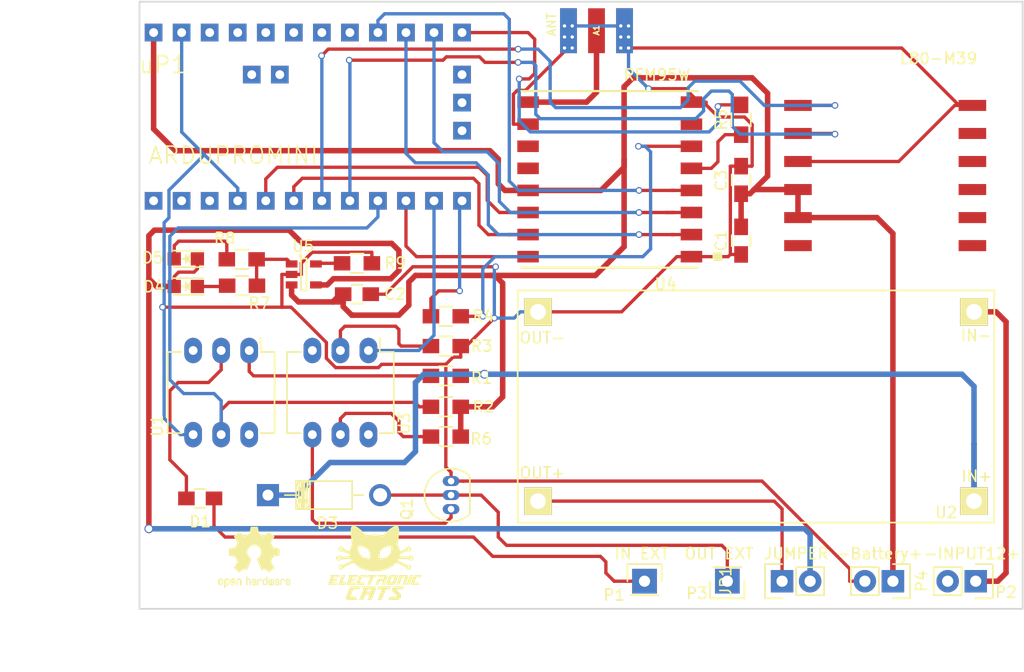
<source format=kicad_pcb>
(kicad_pcb (version 20171130) (host pcbnew "(5.1.12)-1")

  (general
    (thickness 1.6)
    (drawings 6)
    (tracks 448)
    (zones 0)
    (modules 32)
    (nets 55)
  )

  (page A4)
  (title_block
    (title "LoRa Track")
    (rev v0.1)
    (company "Electronic Cats")
    (comment 1 "Eduardo Contreras Flores")
  )

  (layers
    (0 F.Cu signal)
    (31 B.Cu signal)
    (32 B.Adhes user)
    (33 F.Adhes user hide)
    (34 B.Paste user)
    (35 F.Paste user)
    (36 B.SilkS user)
    (37 F.SilkS user)
    (38 B.Mask user)
    (39 F.Mask user)
    (40 Dwgs.User user)
    (41 Cmts.User user)
    (42 Eco1.User user)
    (43 Eco2.User user)
    (44 Edge.Cuts user)
    (45 Margin user)
    (46 B.CrtYd user)
    (47 F.CrtYd user)
    (48 B.Fab user)
    (49 F.Fab user)
  )

  (setup
    (last_trace_width 0.3)
    (trace_clearance 0.2)
    (zone_clearance 0.508)
    (zone_45_only no)
    (trace_min 0.2)
    (via_size 0.6)
    (via_drill 0.4)
    (via_min_size 0.4)
    (via_min_drill 0.3)
    (uvia_size 0.3)
    (uvia_drill 0.1)
    (uvias_allowed no)
    (uvia_min_size 0.2)
    (uvia_min_drill 0.1)
    (edge_width 0.15)
    (segment_width 0.2)
    (pcb_text_width 0.3)
    (pcb_text_size 1.5 1.5)
    (mod_edge_width 0.15)
    (mod_text_size 1 1)
    (mod_text_width 0.15)
    (pad_size 1.524 1.524)
    (pad_drill 0.762)
    (pad_to_mask_clearance 0.2)
    (aux_axis_origin 0 0)
    (visible_elements 7FFFFFFF)
    (pcbplotparams
      (layerselection 0x00030_80000001)
      (usegerberextensions false)
      (usegerberattributes true)
      (usegerberadvancedattributes true)
      (creategerberjobfile true)
      (excludeedgelayer true)
      (linewidth 0.100000)
      (plotframeref false)
      (viasonmask false)
      (mode 1)
      (useauxorigin false)
      (hpglpennumber 1)
      (hpglpenspeed 20)
      (hpglpendiameter 15.000000)
      (psnegative false)
      (psa4output false)
      (plotreference true)
      (plotvalue true)
      (plotinvisibletext false)
      (padsonsilk false)
      (subtractmaskfromsilk false)
      (outputformat 1)
      (mirror false)
      (drillshape 1)
      (scaleselection 1)
      (outputdirectory ""))
  )

  (net 0 "")
  (net 1 "Net-(A1-Pad1)")
  (net 2 GND)
  (net 3 +BATT)
  (net 4 "Net-(D1-Pad1)")
  (net 5 "Net-(D1-Pad2)")
  (net 6 +12C)
  (net 7 "Net-(D2-Pad2)")
  (net 8 "Net-(D3-Pad2)")
  (net 9 +5V)
  (net 10 "Net-(D4-Pad1)")
  (net 11 "Net-(D5-Pad2)")
  (net 12 "Net-(JP1-Pad1)")
  (net 13 /TX)
  (net 14 /RX)
  (net 15 "Net-(MODULE1-Pad6)")
  (net 16 "Net-(MODULE1-Pad7)")
  (net 17 "Net-(MODULE1-Pad8)")
  (net 18 "Net-(MODULE1-Pad10)")
  (net 19 "Net-(MODULE1-Pad11)")
  (net 20 "Net-(P2-Pad1)")
  (net 21 "Net-(Q1-Pad1)")
  (net 22 "Net-(R1-Pad2)")
  (net 23 /D6)
  (net 24 "Net-(R3-Pad1)")
  (net 25 /RST)
  (net 26 "Net-(R4-Pad2)")
  (net 27 /NSS)
  (net 28 "Net-(R5-Pad2)")
  (net 29 "Net-(R6-Pad2)")
  (net 30 "Net-(R7-Pad1)")
  (net 31 "Net-(R9-Pad1)")
  (net 32 "Net-(U1-Pad6)")
  (net 33 /D8)
  (net 34 "Net-(U3-Pad6)")
  (net 35 /MISO)
  (net 36 /MOSI)
  (net 37 /SCK)
  (net 38 "Net-(U4-Pad7)")
  (net 39 "Net-(U4-Pad11)")
  (net 40 "Net-(U4-Pad12)")
  (net 41 /DIO0)
  (net 42 /DIO1)
  (net 43 /DIO2)
  (net 44 "Net-(uP1-Pad7)")
  (net 45 "Net-(uP1-Pad8)")
  (net 46 "Net-(uP1-Pad9)")
  (net 47 "Net-(uP1-Pad21)")
  (net 48 "Net-(uP1-Pad22)")
  (net 49 "Net-(uP1-Pad23)")
  (net 50 "Net-(uP1-Pad24)")
  (net 51 "Net-(uP1-Pad25)")
  (net 52 /A0)
  (net 53 "Net-(uP1-Pad32)")
  (net 54 "Net-(uP1-Pad31)")

  (net_class Default "Esta es la clase de red por defecto."
    (clearance 0.2)
    (trace_width 0.3)
    (via_dia 0.6)
    (via_drill 0.4)
    (uvia_dia 0.3)
    (uvia_drill 0.1)
    (add_net /A0)
    (add_net /D6)
    (add_net /D8)
    (add_net /DIO0)
    (add_net /DIO1)
    (add_net /DIO2)
    (add_net /MISO)
    (add_net /MOSI)
    (add_net /NSS)
    (add_net /RST)
    (add_net /RX)
    (add_net /SCK)
    (add_net /TX)
    (add_net GND)
    (add_net "Net-(D1-Pad1)")
    (add_net "Net-(D1-Pad2)")
    (add_net "Net-(D2-Pad2)")
    (add_net "Net-(D3-Pad2)")
    (add_net "Net-(D4-Pad1)")
    (add_net "Net-(D5-Pad2)")
    (add_net "Net-(JP1-Pad1)")
    (add_net "Net-(MODULE1-Pad10)")
    (add_net "Net-(MODULE1-Pad11)")
    (add_net "Net-(MODULE1-Pad6)")
    (add_net "Net-(MODULE1-Pad7)")
    (add_net "Net-(MODULE1-Pad8)")
    (add_net "Net-(Q1-Pad1)")
    (add_net "Net-(R1-Pad2)")
    (add_net "Net-(R3-Pad1)")
    (add_net "Net-(R4-Pad2)")
    (add_net "Net-(R5-Pad2)")
    (add_net "Net-(R6-Pad2)")
    (add_net "Net-(R7-Pad1)")
    (add_net "Net-(R9-Pad1)")
    (add_net "Net-(U1-Pad6)")
    (add_net "Net-(U3-Pad6)")
    (add_net "Net-(U4-Pad11)")
    (add_net "Net-(U4-Pad12)")
    (add_net "Net-(U4-Pad7)")
    (add_net "Net-(uP1-Pad21)")
    (add_net "Net-(uP1-Pad22)")
    (add_net "Net-(uP1-Pad23)")
    (add_net "Net-(uP1-Pad24)")
    (add_net "Net-(uP1-Pad25)")
    (add_net "Net-(uP1-Pad31)")
    (add_net "Net-(uP1-Pad32)")
    (add_net "Net-(uP1-Pad7)")
    (add_net "Net-(uP1-Pad8)")
    (add_net "Net-(uP1-Pad9)")
  )

  (net_class Vcc ""
    (clearance 0.2)
    (trace_width 0.5)
    (via_dia 0.8)
    (via_drill 0.6)
    (uvia_dia 0.3)
    (uvia_drill 0.1)
    (add_net +12C)
    (add_net +5V)
    (add_net +BATT)
    (add_net "Net-(A1-Pad1)")
    (add_net "Net-(P2-Pad1)")
  )

  (module TIH:GSG-SMA-EDGE (layer F.Cu) (tedit 586FF0EC) (tstamp 583873A1)
    (at 151.4 50.6 270)
    (path /57EC23F3)
    (fp_text reference A1 (at 1.99898 0 270) (layer F.SilkS)
      (effects (font (size 0.50038 0.50038) (thickness 0.12446)))
    )
    (fp_text value ANT (at 1.47 4.08 270) (layer F.SilkS)
      (effects (font (size 0.8 0.8) (thickness 0.12446)))
    )
    (pad 1 smd rect (at 2.032 0 270) (size 4.064 1.524) (layers F.Cu F.Mask)
      (net 1 "Net-(A1-Pad1)"))
    (pad 3 smd rect (at 2.032 -2.54 270) (size 4.064 1.524) (layers F.Cu F.Mask)
      (net 2 GND))
    (pad 5 smd rect (at 2.032 2.54 270) (size 4.064 1.524) (layers B.Cu B.Mask)
      (net 2 GND))
    (pad 4 smd rect (at 2.032 -2.54 270) (size 4.064 1.524) (layers B.Cu B.Mask)
      (net 2 GND))
    (pad 2 smd rect (at 2.032 2.54 270) (size 4.064 1.524) (layers F.Cu F.Mask)
      (net 2 GND))
    (pad 2 thru_hole circle (at 3.6 -2.2 270) (size 0.762 0.762) (drill 0.3048) (layers *.Cu *.Mask)
      (net 2 GND))
    (pad 2 thru_hole circle (at 3.6 -2.9 270) (size 0.762 0.762) (drill 0.3048) (layers *.Cu *.Mask)
      (net 2 GND))
    (pad 2 thru_hole circle (at 2.6 -2.2 270) (size 0.762 0.762) (drill 0.3048) (layers *.Cu *.Mask)
      (net 2 GND))
    (pad 2 thru_hole circle (at 1.6 -2.2 270) (size 0.762 0.762) (drill 0.3048) (layers *.Cu *.Mask)
      (net 2 GND))
    (pad 2 thru_hole circle (at 1.6 -2.9 270) (size 0.762 0.762) (drill 0.3048) (layers *.Cu *.Mask)
      (net 2 GND))
    (pad 2 thru_hole circle (at 2.6 -2.9 270) (size 0.762 0.762) (drill 0.3048) (layers *.Cu *.Mask)
      (net 2 GND))
    (pad 2 thru_hole circle (at 3.6 2.2 270) (size 0.762 0.762) (drill 0.3048) (layers *.Cu *.Mask)
      (net 2 GND))
    (pad 2 thru_hole circle (at 2.6 2.2 270) (size 0.762 0.762) (drill 0.3048) (layers *.Cu *.Mask)
      (net 2 GND))
    (pad 2 thru_hole circle (at 1.6 2.2 270) (size 0.762 0.762) (drill 0.3048) (layers *.Cu *.Mask)
      (net 2 GND))
    (pad 2 thru_hole circle (at 1.6 2.9 270) (size 0.762 0.762) (drill 0.3048) (layers *.Cu *.Mask)
      (net 2 GND))
    (pad 2 thru_hole circle (at 2.6 2.9 270) (size 0.762 0.762) (drill 0.3048) (layers *.Cu *.Mask)
      (net 2 GND))
    (pad 2 thru_hole circle (at 3.6 2.9 270) (size 0.762 0.762) (drill 0.3048) (layers *.Cu *.Mask)
      (net 2 GND))
  )

  (module Capacitors_SMD:C_0805_HandSoldering (layer F.Cu) (tedit 541A9B8D) (tstamp 583873A7)
    (at 164.5 71.65 270)
    (descr "Capacitor SMD 0805, hand soldering")
    (tags "capacitor 0805")
    (path /57EC42B8)
    (attr smd)
    (fp_text reference C1 (at 0 1.8 270) (layer F.SilkS)
      (effects (font (size 1 1) (thickness 0.15)))
    )
    (fp_text value 0.1uF (at -0.05 -1.4 270) (layer F.Fab)
      (effects (font (size 1 1) (thickness 0.15)))
    )
    (fp_line (start -0.5 0.85) (end 0.5 0.85) (layer F.SilkS) (width 0.15))
    (fp_line (start 0.5 -0.85) (end -0.5 -0.85) (layer F.SilkS) (width 0.15))
    (fp_line (start 2.3 -1) (end 2.3 1) (layer F.CrtYd) (width 0.05))
    (fp_line (start -2.3 -1) (end -2.3 1) (layer F.CrtYd) (width 0.05))
    (fp_line (start -2.3 1) (end 2.3 1) (layer F.CrtYd) (width 0.05))
    (fp_line (start -2.3 -1) (end 2.3 -1) (layer F.CrtYd) (width 0.05))
    (fp_line (start -1 -0.625) (end 1 -0.625) (layer F.Fab) (width 0.15))
    (fp_line (start 1 -0.625) (end 1 0.625) (layer F.Fab) (width 0.15))
    (fp_line (start 1 0.625) (end -1 0.625) (layer F.Fab) (width 0.15))
    (fp_line (start -1 0.625) (end -1 -0.625) (layer F.Fab) (width 0.15))
    (pad 1 smd rect (at -1.25 0 270) (size 1.5 1.25) (layers F.Cu F.Paste F.Mask)
      (net 3 +BATT))
    (pad 2 smd rect (at 1.25 0 270) (size 1.5 1.25) (layers F.Cu F.Paste F.Mask)
      (net 2 GND))
    (model Capacitors_SMD.3dshapes/C_0805_HandSoldering.wrl
      (at (xyz 0 0 0))
      (scale (xyz 1 1 1))
      (rotate (xyz 0 0 0))
    )
  )

  (module Capacitors_SMD:C_0805_HandSoldering (layer F.Cu) (tedit 541A9B8D) (tstamp 583873AD)
    (at 129.7 76.5)
    (descr "Capacitor SMD 0805, hand soldering")
    (tags "capacitor 0805")
    (path /57EC4557)
    (attr smd)
    (fp_text reference C2 (at 3.45 0) (layer F.SilkS)
      (effects (font (size 1 1) (thickness 0.15)))
    )
    (fp_text value 10uF (at 0 2.1) (layer F.Fab)
      (effects (font (size 1 1) (thickness 0.15)))
    )
    (fp_line (start -0.5 0.85) (end 0.5 0.85) (layer F.SilkS) (width 0.15))
    (fp_line (start 0.5 -0.85) (end -0.5 -0.85) (layer F.SilkS) (width 0.15))
    (fp_line (start 2.3 -1) (end 2.3 1) (layer F.CrtYd) (width 0.05))
    (fp_line (start -2.3 -1) (end -2.3 1) (layer F.CrtYd) (width 0.05))
    (fp_line (start -2.3 1) (end 2.3 1) (layer F.CrtYd) (width 0.05))
    (fp_line (start -2.3 -1) (end 2.3 -1) (layer F.CrtYd) (width 0.05))
    (fp_line (start -1 -0.625) (end 1 -0.625) (layer F.Fab) (width 0.15))
    (fp_line (start 1 -0.625) (end 1 0.625) (layer F.Fab) (width 0.15))
    (fp_line (start 1 0.625) (end -1 0.625) (layer F.Fab) (width 0.15))
    (fp_line (start -1 0.625) (end -1 -0.625) (layer F.Fab) (width 0.15))
    (pad 1 smd rect (at -1.25 0) (size 1.5 1.25) (layers F.Cu F.Paste F.Mask)
      (net 3 +BATT))
    (pad 2 smd rect (at 1.25 0) (size 1.5 1.25) (layers F.Cu F.Paste F.Mask)
      (net 2 GND))
    (model Capacitors_SMD.3dshapes/C_0805_HandSoldering.wrl
      (at (xyz 0 0 0))
      (scale (xyz 1 1 1))
      (rotate (xyz 0 0 0))
    )
  )

  (module Capacitors_SMD:C_0805_HandSoldering (layer F.Cu) (tedit 541A9B8D) (tstamp 583873B3)
    (at 164.5 66.15 90)
    (descr "Capacitor SMD 0805, hand soldering")
    (tags "capacitor 0805")
    (path /57EC47A2)
    (attr smd)
    (fp_text reference C3 (at -0.05 -1.8 90) (layer F.SilkS)
      (effects (font (size 1 1) (thickness 0.15)))
    )
    (fp_text value 0.1uF (at 0 2.1 90) (layer F.Fab)
      (effects (font (size 1 1) (thickness 0.15)))
    )
    (fp_line (start -0.5 0.85) (end 0.5 0.85) (layer F.SilkS) (width 0.15))
    (fp_line (start 0.5 -0.85) (end -0.5 -0.85) (layer F.SilkS) (width 0.15))
    (fp_line (start 2.3 -1) (end 2.3 1) (layer F.CrtYd) (width 0.05))
    (fp_line (start -2.3 -1) (end -2.3 1) (layer F.CrtYd) (width 0.05))
    (fp_line (start -2.3 1) (end 2.3 1) (layer F.CrtYd) (width 0.05))
    (fp_line (start -2.3 -1) (end 2.3 -1) (layer F.CrtYd) (width 0.05))
    (fp_line (start -1 -0.625) (end 1 -0.625) (layer F.Fab) (width 0.15))
    (fp_line (start 1 -0.625) (end 1 0.625) (layer F.Fab) (width 0.15))
    (fp_line (start 1 0.625) (end -1 0.625) (layer F.Fab) (width 0.15))
    (fp_line (start -1 0.625) (end -1 -0.625) (layer F.Fab) (width 0.15))
    (pad 1 smd rect (at -1.25 0 90) (size 1.5 1.25) (layers F.Cu F.Paste F.Mask)
      (net 3 +BATT))
    (pad 2 smd rect (at 1.25 0 90) (size 1.5 1.25) (layers F.Cu F.Paste F.Mask)
      (net 2 GND))
    (model Capacitors_SMD.3dshapes/C_0805_HandSoldering.wrl
      (at (xyz 0 0 0))
      (scale (xyz 1 1 1))
      (rotate (xyz 0 0 0))
    )
  )

  (module Capacitors_SMD:C_0805_HandSoldering (layer F.Cu) (tedit 541A9B8D) (tstamp 583873B9)
    (at 115.5 95 180)
    (descr "Capacitor SMD 0805, hand soldering")
    (tags "capacitor 0805")
    (path /580EC5DD)
    (attr smd)
    (fp_text reference D1 (at 0 -2.1 180) (layer F.SilkS)
      (effects (font (size 1 1) (thickness 0.15)))
    )
    (fp_text value D (at 0 2.1 180) (layer F.Fab)
      (effects (font (size 1 1) (thickness 0.15)))
    )
    (fp_line (start -0.5 0.85) (end 0.5 0.85) (layer F.SilkS) (width 0.15))
    (fp_line (start 0.5 -0.85) (end -0.5 -0.85) (layer F.SilkS) (width 0.15))
    (fp_line (start 2.3 -1) (end 2.3 1) (layer F.CrtYd) (width 0.05))
    (fp_line (start -2.3 -1) (end -2.3 1) (layer F.CrtYd) (width 0.05))
    (fp_line (start -2.3 1) (end 2.3 1) (layer F.CrtYd) (width 0.05))
    (fp_line (start -2.3 -1) (end 2.3 -1) (layer F.CrtYd) (width 0.05))
    (fp_line (start -1 -0.625) (end 1 -0.625) (layer F.Fab) (width 0.15))
    (fp_line (start 1 -0.625) (end 1 0.625) (layer F.Fab) (width 0.15))
    (fp_line (start 1 0.625) (end -1 0.625) (layer F.Fab) (width 0.15))
    (fp_line (start -1 0.625) (end -1 -0.625) (layer F.Fab) (width 0.15))
    (pad 1 smd rect (at -1.25 0 180) (size 1.5 1.25) (layers F.Cu F.Paste F.Mask)
      (net 4 "Net-(D1-Pad1)"))
    (pad 2 smd rect (at 1.25 0 180) (size 1.5 1.25) (layers F.Cu F.Paste F.Mask)
      (net 5 "Net-(D1-Pad2)"))
    (model Capacitors_SMD.3dshapes/C_0805_HandSoldering.wrl
      (at (xyz 0 0 0))
      (scale (xyz 1 1 1))
      (rotate (xyz 0 0 0))
    )
  )

  (module Diodes_ThroughHole:Diode_DO-41_SOD81_Horizontal_RM10 (layer F.Cu) (tedit 552FFCCE) (tstamp 583873C6)
    (at 121.64 94.7025)
    (descr "Diode, DO-41, SOD81, Horizontal, RM 10mm,")
    (tags "Diode, DO-41, SOD81, Horizontal, RM 10mm, 1N4007, SB140,")
    (path /580EFDA6)
    (fp_text reference D3 (at 5.38734 2.53746) (layer F.SilkS)
      (effects (font (size 1 1) (thickness 0.15)))
    )
    (fp_text value D (at 4.37134 -3.55854) (layer F.Fab)
      (effects (font (size 1 1) (thickness 0.15)))
    )
    (fp_line (start 7.62 1.26746) (end 2.54 1.26746) (layer F.SilkS) (width 0.15))
    (fp_line (start 7.62 -1.27254) (end 7.62 1.26746) (layer F.SilkS) (width 0.15))
    (fp_line (start 2.54 -1.27254) (end 7.62 -1.27254) (layer F.SilkS) (width 0.15))
    (fp_line (start 2.54 1.26746) (end 2.54 -1.27254) (layer F.SilkS) (width 0.15))
    (fp_line (start 3.175 -1.27254) (end 3.175 1.26746) (layer F.SilkS) (width 0.15))
    (fp_line (start 3.81 -1.27254) (end 3.81 1.26746) (layer F.SilkS) (width 0.15))
    (fp_line (start 2.54 -1.27254) (end 3.81 1.26746) (layer F.SilkS) (width 0.15))
    (fp_line (start 3.81 -1.27254) (end 2.54 1.26746) (layer F.SilkS) (width 0.15))
    (fp_line (start 2.794 -1.27254) (end 2.794 1.26746) (layer F.SilkS) (width 0.15))
    (fp_line (start 3.556 -1.27254) (end 3.556 1.26746) (layer F.SilkS) (width 0.15))
    (fp_line (start 3.302 -1.27254) (end 3.302 1.26746) (layer F.SilkS) (width 0.15))
    (fp_line (start 3.048 -1.27254) (end 3.048 1.26746) (layer F.SilkS) (width 0.15))
    (fp_line (start 2.794 -0.00254) (end 1.524 -0.00254) (layer F.SilkS) (width 0.15))
    (fp_line (start 7.62 -0.00254) (end 8.636 -0.00254) (layer F.SilkS) (width 0.15))
    (pad 2 thru_hole circle (at 10.16 -0.00254 180) (size 1.99898 1.99898) (drill 1.27) (layers *.Cu *.Mask)
      (net 8 "Net-(D3-Pad2)"))
    (pad 1 thru_hole rect (at 0 -0.00254 180) (size 1.99898 1.99898) (drill 1.00076) (layers *.Cu *.Mask)
      (net 6 +12C))
  )

  (module LEDs:LED_0805 (layer F.Cu) (tedit 55BDE1C2) (tstamp 583873CC)
    (at 114.199 75.8 180)
    (descr "LED 0805 smd package")
    (tags "LED 0805 SMD")
    (path /57EC4E60)
    (attr smd)
    (fp_text reference D4 (at 2.87402 -0.025 180) (layer F.SilkS)
      (effects (font (size 1 1) (thickness 0.15)))
    )
    (fp_text value LED (at 0.04902 -1.7 180) (layer F.Fab)
      (effects (font (size 1 1) (thickness 0.15)))
    )
    (fp_line (start -1.9 -0.95) (end 1.9 -0.95) (layer F.CrtYd) (width 0.05))
    (fp_line (start -1.9 0.95) (end -1.9 -0.95) (layer F.CrtYd) (width 0.05))
    (fp_line (start 1.9 0.95) (end -1.9 0.95) (layer F.CrtYd) (width 0.05))
    (fp_line (start 1.9 -0.95) (end 1.9 0.95) (layer F.CrtYd) (width 0.05))
    (fp_line (start 0 0.35) (end -0.35 0) (layer F.SilkS) (width 0.15))
    (fp_line (start 0 -0.35) (end 0 0.35) (layer F.SilkS) (width 0.15))
    (fp_line (start -0.35 0) (end 0 -0.35) (layer F.SilkS) (width 0.15))
    (fp_line (start 0 0) (end 0.35 0) (layer F.SilkS) (width 0.15))
    (fp_line (start -0.35 -0.35) (end -0.35 0.35) (layer F.SilkS) (width 0.15))
    (fp_line (start -0.1 -0.1) (end -0.25 0.05) (layer F.SilkS) (width 0.15))
    (fp_line (start -0.1 0.15) (end -0.1 -0.1) (layer F.SilkS) (width 0.15))
    (fp_line (start -1.6 -0.75) (end 1.1 -0.75) (layer F.SilkS) (width 0.15))
    (fp_line (start -1.6 0.75) (end 1.1 0.75) (layer F.SilkS) (width 0.15))
    (fp_line (start -1 -0.6) (end -1 0.6) (layer F.Fab) (width 0.15))
    (fp_line (start -1 0.6) (end 1 0.6) (layer F.Fab) (width 0.15))
    (fp_line (start 1 0.6) (end 1 -0.6) (layer F.Fab) (width 0.15))
    (fp_line (start 1 -0.6) (end -1 -0.6) (layer F.Fab) (width 0.15))
    (fp_line (start 0 -0.3) (end 0 0.3) (layer F.Fab) (width 0.15))
    (fp_line (start 0 0.3) (end -0.3 0) (layer F.Fab) (width 0.15))
    (fp_line (start -0.3 0) (end 0 -0.3) (layer F.Fab) (width 0.15))
    (fp_line (start -0.4 -0.3) (end -0.4 0.3) (layer F.Fab) (width 0.15))
    (pad 2 smd rect (at 1.04902 0) (size 1.19888 1.19888) (layers F.Cu F.Paste F.Mask)
      (net 9 +5V))
    (pad 1 smd rect (at -1.04902 0) (size 1.19888 1.19888) (layers F.Cu F.Paste F.Mask)
      (net 10 "Net-(D4-Pad1)"))
    (model LEDs.3dshapes/LED_0805.wrl
      (at (xyz 0 0 0))
      (scale (xyz 1 1 1))
      (rotate (xyz 0 0 0))
    )
  )

  (module LEDs:LED_0805 (layer F.Cu) (tedit 55BDE1C2) (tstamp 583873D2)
    (at 114.199 73.3 180)
    (descr "LED 0805 smd package")
    (tags "LED 0805 SMD")
    (path /57EC4EE4)
    (attr smd)
    (fp_text reference D5 (at 2.99902 0.1 180) (layer F.SilkS)
      (effects (font (size 1 1) (thickness 0.15)))
    )
    (fp_text value LED (at 0.84902 2.2 180) (layer F.Fab)
      (effects (font (size 1 1) (thickness 0.15)))
    )
    (fp_line (start -1.9 -0.95) (end 1.9 -0.95) (layer F.CrtYd) (width 0.05))
    (fp_line (start -1.9 0.95) (end -1.9 -0.95) (layer F.CrtYd) (width 0.05))
    (fp_line (start 1.9 0.95) (end -1.9 0.95) (layer F.CrtYd) (width 0.05))
    (fp_line (start 1.9 -0.95) (end 1.9 0.95) (layer F.CrtYd) (width 0.05))
    (fp_line (start 0 0.35) (end -0.35 0) (layer F.SilkS) (width 0.15))
    (fp_line (start 0 -0.35) (end 0 0.35) (layer F.SilkS) (width 0.15))
    (fp_line (start -0.35 0) (end 0 -0.35) (layer F.SilkS) (width 0.15))
    (fp_line (start 0 0) (end 0.35 0) (layer F.SilkS) (width 0.15))
    (fp_line (start -0.35 -0.35) (end -0.35 0.35) (layer F.SilkS) (width 0.15))
    (fp_line (start -0.1 -0.1) (end -0.25 0.05) (layer F.SilkS) (width 0.15))
    (fp_line (start -0.1 0.15) (end -0.1 -0.1) (layer F.SilkS) (width 0.15))
    (fp_line (start -1.6 -0.75) (end 1.1 -0.75) (layer F.SilkS) (width 0.15))
    (fp_line (start -1.6 0.75) (end 1.1 0.75) (layer F.SilkS) (width 0.15))
    (fp_line (start -1 -0.6) (end -1 0.6) (layer F.Fab) (width 0.15))
    (fp_line (start -1 0.6) (end 1 0.6) (layer F.Fab) (width 0.15))
    (fp_line (start 1 0.6) (end 1 -0.6) (layer F.Fab) (width 0.15))
    (fp_line (start 1 -0.6) (end -1 -0.6) (layer F.Fab) (width 0.15))
    (fp_line (start 0 -0.3) (end 0 0.3) (layer F.Fab) (width 0.15))
    (fp_line (start 0 0.3) (end -0.3 0) (layer F.Fab) (width 0.15))
    (fp_line (start -0.3 0) (end 0 -0.3) (layer F.Fab) (width 0.15))
    (fp_line (start -0.4 -0.3) (end -0.4 0.3) (layer F.Fab) (width 0.15))
    (pad 2 smd rect (at 1.04902 0) (size 1.19888 1.19888) (layers F.Cu F.Paste F.Mask)
      (net 11 "Net-(D5-Pad2)"))
    (pad 1 smd rect (at -1.04902 0) (size 1.19888 1.19888) (layers F.Cu F.Paste F.Mask)
      (net 9 +5V))
    (model LEDs.3dshapes/LED_0805.wrl
      (at (xyz 0 0 0))
      (scale (xyz 1 1 1))
      (rotate (xyz 0 0 0))
    )
  )

  (module Pin_Headers:Pin_Header_Straight_1x02 (layer F.Cu) (tedit 586FF119) (tstamp 583873D8)
    (at 168.21 102.5 90)
    (descr "Through hole pin header")
    (tags "pin header")
    (path /57EC6E3B)
    (fp_text reference JP1 (at 0 -5.1 90) (layer F.SilkS)
      (effects (font (size 1 1) (thickness 0.15)))
    )
    (fp_text value JUMPER (at 2.5 1.29 180) (layer F.SilkS)
      (effects (font (size 1 1) (thickness 0.15)))
    )
    (fp_line (start -1.27 3.81) (end 1.27 3.81) (layer F.SilkS) (width 0.15))
    (fp_line (start -1.27 1.27) (end -1.27 3.81) (layer F.SilkS) (width 0.15))
    (fp_line (start -1.55 -1.55) (end 1.55 -1.55) (layer F.SilkS) (width 0.15))
    (fp_line (start -1.55 0) (end -1.55 -1.55) (layer F.SilkS) (width 0.15))
    (fp_line (start 1.27 1.27) (end -1.27 1.27) (layer F.SilkS) (width 0.15))
    (fp_line (start -1.75 4.3) (end 1.75 4.3) (layer F.CrtYd) (width 0.05))
    (fp_line (start -1.75 -1.75) (end 1.75 -1.75) (layer F.CrtYd) (width 0.05))
    (fp_line (start 1.75 -1.75) (end 1.75 4.3) (layer F.CrtYd) (width 0.05))
    (fp_line (start -1.75 -1.75) (end -1.75 4.3) (layer F.CrtYd) (width 0.05))
    (fp_line (start 1.55 -1.55) (end 1.55 0) (layer F.SilkS) (width 0.15))
    (fp_line (start 1.27 1.27) (end 1.27 3.81) (layer F.SilkS) (width 0.15))
    (pad 1 thru_hole rect (at 0 0 90) (size 2.032 2.032) (drill 1.016) (layers *.Cu *.Mask)
      (net 12 "Net-(JP1-Pad1)"))
    (pad 2 thru_hole oval (at 0 2.54 90) (size 2.032 2.032) (drill 1.016) (layers *.Cu *.Mask)
      (net 9 +5V))
    (model Pin_Headers.3dshapes/Pin_Header_Straight_1x02.wrl
      (offset (xyz 0 -1.269999980926514 0))
      (scale (xyz 1 1 1))
      (rotate (xyz 0 0 90))
    )
  )

  (module TIH:QUECTEL_L80-M39 (layer F.Cu) (tedit 586FF074) (tstamp 7FFFFFFF)
    (at 177.55 64.9 180)
    (path /57EC22AA)
    (solder_mask_margin 0.1)
    (attr smd)
    (fp_text reference MODULE1 (at -5.46 -9.635 180) (layer F.Fab)
      (effects (font (size 1 1) (thickness 0.05)))
    )
    (fp_text value L80-M39 (at -4.82731 9.7554 180) (layer F.SilkS)
      (effects (font (size 1 1) (thickness 0.15)))
    )
    (fp_poly (pts (xy -7.5 -7.5) (xy 7.5 -7.5) (xy 7.5 7.5) (xy -7.5 7.5)) (layer Dwgs.User) (width 0.381))
    (fp_circle (center 0 0) (end 0.51 0) (layer Dwgs.User) (width 0.127))
    (fp_line (start -8 -8) (end -8 8) (layer Dwgs.User) (width 0.254))
    (fp_line (start 8 -8) (end -8 -8) (layer Dwgs.User) (width 0.254))
    (fp_line (start 8 8) (end 8 -8) (layer Dwgs.User) (width 0.254))
    (fp_line (start -8 8) (end 8 8) (layer Dwgs.User) (width 0.254))
    (pad 1 smd rect (at 7.9 5.5 180) (size 2.5 1) (layers F.Cu F.Paste F.Mask)
      (net 13 /TX) (solder_mask_margin 0.2))
    (pad 2 smd rect (at 7.9 2.96 180) (size 2.5 1) (layers F.Cu F.Paste F.Mask)
      (net 14 /RX) (solder_mask_margin 0.2))
    (pad 3 smd rect (at 7.9 0.42 180) (size 2.5 1) (layers F.Cu F.Paste F.Mask)
      (net 2 GND) (solder_mask_margin 0.2))
    (pad 4 smd rect (at 7.9 -2.12 180) (size 2.5 1) (layers F.Cu F.Paste F.Mask)
      (net 3 +BATT) (solder_mask_margin 0.2))
    (pad 5 smd rect (at 7.9 -4.66 180) (size 2.5 1) (layers F.Cu F.Paste F.Mask)
      (net 3 +BATT) (solder_mask_margin 0.2))
    (pad 6 smd rect (at 7.9 -7.2 180) (size 2.5 1) (layers F.Cu F.Paste F.Mask)
      (net 15 "Net-(MODULE1-Pad6)") (solder_mask_margin 0.2))
    (pad 7 smd rect (at -7.9 -7.2) (size 2.5 1) (layers F.Cu F.Paste F.Mask)
      (net 16 "Net-(MODULE1-Pad7)") (solder_mask_margin 0.2))
    (pad 8 smd rect (at -7.9 -4.66) (size 2.5 1) (layers F.Cu F.Paste F.Mask)
      (net 17 "Net-(MODULE1-Pad8)") (solder_mask_margin 0.2))
    (pad 9 smd rect (at -7.9 -2.12) (size 2.5 1) (layers F.Cu F.Paste F.Mask)
      (solder_mask_margin 0.2))
    (pad 10 smd rect (at -7.9 0.42) (size 2.5 1) (layers F.Cu F.Paste F.Mask)
      (net 18 "Net-(MODULE1-Pad10)") (solder_mask_margin 0.2))
    (pad 11 smd rect (at -7.9 2.96) (size 2.5 1) (layers F.Cu F.Paste F.Mask)
      (net 19 "Net-(MODULE1-Pad11)") (solder_mask_margin 0.2))
    (pad 12 smd rect (at -7.9 5.5) (size 2.5 1) (layers F.Cu F.Paste F.Mask)
      (net 2 GND) (solder_mask_margin 0.2))
  )

  (module Pin_Headers:Pin_Header_Straight_1x01 (layer F.Cu) (tedit 586FF110) (tstamp 583873ED)
    (at 155.75 102.5)
    (descr "Through hole pin header")
    (tags "pin header")
    (path /580FF79B)
    (fp_text reference P1 (at -2.75 1.25) (layer F.SilkS)
      (effects (font (size 1 1) (thickness 0.15)))
    )
    (fp_text value "IN EXT" (at -0.25 -2.5) (layer F.SilkS)
      (effects (font (size 1 1) (thickness 0.15)))
    )
    (fp_line (start -1.27 1.27) (end 1.27 1.27) (layer F.SilkS) (width 0.15))
    (fp_line (start -1.55 -1.55) (end 1.55 -1.55) (layer F.SilkS) (width 0.15))
    (fp_line (start -1.55 0) (end -1.55 -1.55) (layer F.SilkS) (width 0.15))
    (fp_line (start -1.75 1.75) (end 1.75 1.75) (layer F.CrtYd) (width 0.05))
    (fp_line (start -1.75 -1.75) (end 1.75 -1.75) (layer F.CrtYd) (width 0.05))
    (fp_line (start 1.75 -1.75) (end 1.75 1.75) (layer F.CrtYd) (width 0.05))
    (fp_line (start -1.75 -1.75) (end -1.75 1.75) (layer F.CrtYd) (width 0.05))
    (fp_line (start 1.55 -1.55) (end 1.55 0) (layer F.SilkS) (width 0.15))
    (pad 1 thru_hole rect (at 0 0) (size 2.2352 2.2352) (drill 1.016) (layers *.Cu *.Mask)
      (net 4 "Net-(D1-Pad1)"))
    (model Pin_Headers.3dshapes/Pin_Header_Straight_1x01.wrl
      (at (xyz 0 0 0))
      (scale (xyz 1 1 1))
      (rotate (xyz 0 0 90))
    )
  )

  (module Pin_Headers:Pin_Header_Straight_1x02 (layer F.Cu) (tedit 586FF447) (tstamp 583873F3)
    (at 185.75 102.5 270)
    (descr "Through hole pin header")
    (tags "pin header")
    (path /57EC544D)
    (fp_text reference P2 (at 1 -2.75) (layer F.SilkS)
      (effects (font (size 1 1) (thickness 0.15)))
    )
    (fp_text value -INPUT12+ (at -2.5 0.33) (layer F.SilkS)
      (effects (font (size 1 1) (thickness 0.15)))
    )
    (fp_line (start -1.27 3.81) (end 1.27 3.81) (layer F.SilkS) (width 0.15))
    (fp_line (start -1.27 1.27) (end -1.27 3.81) (layer F.SilkS) (width 0.15))
    (fp_line (start -1.55 -1.55) (end 1.55 -1.55) (layer F.SilkS) (width 0.15))
    (fp_line (start -1.55 0) (end -1.55 -1.55) (layer F.SilkS) (width 0.15))
    (fp_line (start 1.27 1.27) (end -1.27 1.27) (layer F.SilkS) (width 0.15))
    (fp_line (start -1.75 4.3) (end 1.75 4.3) (layer F.CrtYd) (width 0.05))
    (fp_line (start -1.75 -1.75) (end 1.75 -1.75) (layer F.CrtYd) (width 0.05))
    (fp_line (start 1.75 -1.75) (end 1.75 4.3) (layer F.CrtYd) (width 0.05))
    (fp_line (start -1.75 -1.75) (end -1.75 4.3) (layer F.CrtYd) (width 0.05))
    (fp_line (start 1.55 -1.55) (end 1.55 0) (layer F.SilkS) (width 0.15))
    (fp_line (start 1.27 1.27) (end 1.27 3.81) (layer F.SilkS) (width 0.15))
    (pad 1 thru_hole rect (at 0 0 270) (size 2.032 2.032) (drill 1.016) (layers *.Cu *.Mask)
      (net 20 "Net-(P2-Pad1)"))
    (pad 2 thru_hole oval (at 0 2.54 270) (size 2.032 2.032) (drill 1.016) (layers *.Cu *.Mask)
      (net 7 "Net-(D2-Pad2)"))
    (model Pin_Headers.3dshapes/Pin_Header_Straight_1x02.wrl
      (offset (xyz 0 -1.269999980926514 0))
      (scale (xyz 1 1 1))
      (rotate (xyz 0 0 90))
    )
  )

  (module Pin_Headers:Pin_Header_Straight_1x01 (layer F.Cu) (tedit 586FF114) (tstamp 583873F8)
    (at 163.25 102.5 180)
    (descr "Through hole pin header")
    (tags "pin header")
    (path /580EBCCC)
    (fp_text reference P3 (at 2.75 -1.1 180) (layer F.SilkS)
      (effects (font (size 1 1) (thickness 0.15)))
    )
    (fp_text value "OUT EXT" (at 0.75 2.5 180) (layer F.SilkS)
      (effects (font (size 1 1) (thickness 0.15)))
    )
    (fp_line (start -1.27 1.27) (end 1.27 1.27) (layer F.SilkS) (width 0.15))
    (fp_line (start -1.55 -1.55) (end 1.55 -1.55) (layer F.SilkS) (width 0.15))
    (fp_line (start -1.55 0) (end -1.55 -1.55) (layer F.SilkS) (width 0.15))
    (fp_line (start -1.75 1.75) (end 1.75 1.75) (layer F.CrtYd) (width 0.05))
    (fp_line (start -1.75 -1.75) (end 1.75 -1.75) (layer F.CrtYd) (width 0.05))
    (fp_line (start 1.75 -1.75) (end 1.75 1.75) (layer F.CrtYd) (width 0.05))
    (fp_line (start -1.75 -1.75) (end -1.75 1.75) (layer F.CrtYd) (width 0.05))
    (fp_line (start 1.55 -1.55) (end 1.55 0) (layer F.SilkS) (width 0.15))
    (pad 1 thru_hole rect (at 0 0 180) (size 2.2352 2.2352) (drill 1.016) (layers *.Cu *.Mask)
      (net 8 "Net-(D3-Pad2)"))
    (model Pin_Headers.3dshapes/Pin_Header_Straight_1x01.wrl
      (at (xyz 0 0 0))
      (scale (xyz 1 1 1))
      (rotate (xyz 0 0 90))
    )
  )

  (module Pin_Headers:Pin_Header_Straight_1x02 (layer F.Cu) (tedit 586FF440) (tstamp 583873FE)
    (at 178.25 102.5 270)
    (descr "Through hole pin header")
    (tags "pin header")
    (path /57EDC726)
    (fp_text reference P4 (at 0 -2.598 270) (layer F.SilkS)
      (effects (font (size 1 1) (thickness 0.15)))
    )
    (fp_text value -Battery+ (at -2.5 1.212) (layer F.SilkS)
      (effects (font (size 1 1) (thickness 0.15)))
    )
    (fp_line (start -1.27 3.81) (end 1.27 3.81) (layer F.SilkS) (width 0.15))
    (fp_line (start -1.27 1.27) (end -1.27 3.81) (layer F.SilkS) (width 0.15))
    (fp_line (start -1.55 -1.55) (end 1.55 -1.55) (layer F.SilkS) (width 0.15))
    (fp_line (start -1.55 0) (end -1.55 -1.55) (layer F.SilkS) (width 0.15))
    (fp_line (start 1.27 1.27) (end -1.27 1.27) (layer F.SilkS) (width 0.15))
    (fp_line (start -1.75 4.3) (end 1.75 4.3) (layer F.CrtYd) (width 0.05))
    (fp_line (start -1.75 -1.75) (end 1.75 -1.75) (layer F.CrtYd) (width 0.05))
    (fp_line (start 1.75 -1.75) (end 1.75 4.3) (layer F.CrtYd) (width 0.05))
    (fp_line (start -1.75 -1.75) (end -1.75 4.3) (layer F.CrtYd) (width 0.05))
    (fp_line (start 1.55 -1.55) (end 1.55 0) (layer F.SilkS) (width 0.15))
    (fp_line (start 1.27 1.27) (end 1.27 3.81) (layer F.SilkS) (width 0.15))
    (pad 1 thru_hole rect (at 0 0 270) (size 2.032 2.032) (drill 1.016) (layers *.Cu *.Mask)
      (net 3 +BATT))
    (pad 2 thru_hole oval (at 0 2.54 270) (size 2.032 2.032) (drill 1.016) (layers *.Cu *.Mask)
      (net 2 GND))
    (model Pin_Headers.3dshapes/Pin_Header_Straight_1x02.wrl
      (offset (xyz 0 -1.269999980926514 0))
      (scale (xyz 1 1 1))
      (rotate (xyz 0 0 90))
    )
  )

  (module TO_SOT_Packages_THT:TO-92_Inline_Narrow_Oval (layer F.Cu) (tedit 54F24281) (tstamp 58387405)
    (at 138.225 95.97 90)
    (descr "TO-92 leads in-line, narrow, oval pads, drill 0.6mm (see NXP sot054_po.pdf)")
    (tags "to-92 sc-43 sc-43a sot54 PA33 transistor")
    (path /580EBAB3)
    (fp_text reference Q1 (at 0 -4 90) (layer F.SilkS)
      (effects (font (size 1 1) (thickness 0.15)))
    )
    (fp_text value Q_NPN_BCE (at 0 3 90) (layer F.Fab)
      (effects (font (size 1 1) (thickness 0.15)))
    )
    (fp_line (start 3.95 1.95) (end 3.95 -2.65) (layer F.CrtYd) (width 0.05))
    (fp_line (start -1.4 -2.65) (end 3.95 -2.65) (layer F.CrtYd) (width 0.05))
    (fp_line (start -0.43 1.7) (end 2.97 1.7) (layer F.SilkS) (width 0.15))
    (fp_line (start -1.4 1.95) (end 3.95 1.95) (layer F.CrtYd) (width 0.05))
    (fp_line (start -1.4 1.95) (end -1.4 -2.65) (layer F.CrtYd) (width 0.05))
    (fp_arc (start 1.27 0) (end 1.27 -2.4) (angle -135) (layer F.SilkS) (width 0.15))
    (fp_arc (start 1.27 0) (end 1.27 -2.4) (angle 135) (layer F.SilkS) (width 0.15))
    (pad 2 thru_hole oval (at 1.27 0 270) (size 0.89916 1.50114) (drill 0.6) (layers *.Cu *.Mask)
      (net 8 "Net-(D3-Pad2)"))
    (pad 3 thru_hole oval (at 2.54 0 270) (size 0.89916 1.50114) (drill 0.6) (layers *.Cu *.Mask)
      (net 2 GND))
    (pad 1 thru_hole oval (at 0 0 270) (size 0.89916 1.50114) (drill 0.6) (layers *.Cu *.Mask)
      (net 21 "Net-(Q1-Pad1)"))
    (model TO_SOT_Packages_THT.3dshapes/TO-92_Inline_Narrow_Oval.wrl
      (offset (xyz 1.269999980926514 0 0))
      (scale (xyz 1 1 1))
      (rotate (xyz 0 0 -90))
    )
  )

  (module Resistors_SMD:R_0805_HandSoldering (layer F.Cu) (tedit 58307B90) (tstamp 5838740B)
    (at 137.75 83.9 180)
    (descr "Resistor SMD 0805, hand soldering")
    (tags "resistor 0805")
    (path /58105DE4)
    (attr smd)
    (fp_text reference R1 (at -3.25 -0.2) (layer F.SilkS)
      (effects (font (size 1 1) (thickness 0.15)))
    )
    (fp_text value 1K (at -4.45 -0.2 270) (layer F.Fab)
      (effects (font (size 1 1) (thickness 0.15)))
    )
    (fp_line (start -0.6 -0.875) (end 0.6 -0.875) (layer F.SilkS) (width 0.15))
    (fp_line (start 0.6 0.875) (end -0.6 0.875) (layer F.SilkS) (width 0.15))
    (fp_line (start 2.4 -1) (end 2.4 1) (layer F.CrtYd) (width 0.05))
    (fp_line (start -2.4 -1) (end -2.4 1) (layer F.CrtYd) (width 0.05))
    (fp_line (start -2.4 1) (end 2.4 1) (layer F.CrtYd) (width 0.05))
    (fp_line (start -2.4 -1) (end 2.4 -1) (layer F.CrtYd) (width 0.05))
    (fp_line (start -1 -0.625) (end 1 -0.625) (layer F.Fab) (width 0.1))
    (fp_line (start 1 -0.625) (end 1 0.625) (layer F.Fab) (width 0.1))
    (fp_line (start 1 0.625) (end -1 0.625) (layer F.Fab) (width 0.1))
    (fp_line (start -1 0.625) (end -1 -0.625) (layer F.Fab) (width 0.1))
    (pad 1 smd rect (at -1.35 0 180) (size 1.5 1.3) (layers F.Cu F.Paste F.Mask)
      (net 6 +12C))
    (pad 2 smd rect (at 1.35 0 180) (size 1.5 1.3) (layers F.Cu F.Paste F.Mask)
      (net 22 "Net-(R1-Pad2)"))
    (model Resistors_SMD.3dshapes/R_0805_HandSoldering.wrl
      (at (xyz 0 0 0))
      (scale (xyz 1 1 1))
      (rotate (xyz 0 0 0))
    )
  )

  (module Resistors_SMD:R_0805_HandSoldering (layer F.Cu) (tedit 58307B90) (tstamp 58387411)
    (at 137.75 86.7 180)
    (descr "Resistor SMD 0805, hand soldering")
    (tags "resistor 0805")
    (path /580F0721)
    (attr smd)
    (fp_text reference R2 (at -3.4 0) (layer F.SilkS)
      (effects (font (size 1 1) (thickness 0.15)))
    )
    (fp_text value 10K (at -4.75 0 270) (layer F.Fab)
      (effects (font (size 1 1) (thickness 0.15)))
    )
    (fp_line (start -0.6 -0.875) (end 0.6 -0.875) (layer F.SilkS) (width 0.15))
    (fp_line (start 0.6 0.875) (end -0.6 0.875) (layer F.SilkS) (width 0.15))
    (fp_line (start 2.4 -1) (end 2.4 1) (layer F.CrtYd) (width 0.05))
    (fp_line (start -2.4 -1) (end -2.4 1) (layer F.CrtYd) (width 0.05))
    (fp_line (start -2.4 1) (end 2.4 1) (layer F.CrtYd) (width 0.05))
    (fp_line (start -2.4 -1) (end 2.4 -1) (layer F.CrtYd) (width 0.05))
    (fp_line (start -1 -0.625) (end 1 -0.625) (layer F.Fab) (width 0.1))
    (fp_line (start 1 -0.625) (end 1 0.625) (layer F.Fab) (width 0.1))
    (fp_line (start 1 0.625) (end -1 0.625) (layer F.Fab) (width 0.1))
    (fp_line (start -1 0.625) (end -1 -0.625) (layer F.Fab) (width 0.1))
    (pad 1 smd rect (at -1.35 0 180) (size 1.5 1.3) (layers F.Cu F.Paste F.Mask)
      (net 3 +BATT))
    (pad 2 smd rect (at 1.35 0 180) (size 1.5 1.3) (layers F.Cu F.Paste F.Mask)
      (net 23 /D6))
    (model Resistors_SMD.3dshapes/R_0805_HandSoldering.wrl
      (at (xyz 0 0 0))
      (scale (xyz 1 1 1))
      (rotate (xyz 0 0 0))
    )
  )

  (module Resistors_SMD:R_0805_HandSoldering (layer F.Cu) (tedit 58307B90) (tstamp 58387417)
    (at 137.75 81.2)
    (descr "Resistor SMD 0805, hand soldering")
    (tags "resistor 0805")
    (path /580A4B53)
    (attr smd)
    (fp_text reference R3 (at 3.25 0 180) (layer F.SilkS)
      (effects (font (size 1 1) (thickness 0.15)))
    )
    (fp_text value 220R (at 4.65 -1 90) (layer F.Fab)
      (effects (font (size 1 1) (thickness 0.15)))
    )
    (fp_line (start -0.6 -0.875) (end 0.6 -0.875) (layer F.SilkS) (width 0.15))
    (fp_line (start 0.6 0.875) (end -0.6 0.875) (layer F.SilkS) (width 0.15))
    (fp_line (start 2.4 -1) (end 2.4 1) (layer F.CrtYd) (width 0.05))
    (fp_line (start -2.4 -1) (end -2.4 1) (layer F.CrtYd) (width 0.05))
    (fp_line (start -2.4 1) (end 2.4 1) (layer F.CrtYd) (width 0.05))
    (fp_line (start -2.4 -1) (end 2.4 -1) (layer F.CrtYd) (width 0.05))
    (fp_line (start -1 -0.625) (end 1 -0.625) (layer F.Fab) (width 0.1))
    (fp_line (start 1 -0.625) (end 1 0.625) (layer F.Fab) (width 0.1))
    (fp_line (start 1 0.625) (end -1 0.625) (layer F.Fab) (width 0.1))
    (fp_line (start -1 0.625) (end -1 -0.625) (layer F.Fab) (width 0.1))
    (pad 1 smd rect (at -1.35 0) (size 1.5 1.3) (layers F.Cu F.Paste F.Mask)
      (net 24 "Net-(R3-Pad1)"))
    (pad 2 smd rect (at 1.35 0) (size 1.5 1.3) (layers F.Cu F.Paste F.Mask)
      (net 2 GND))
    (model Resistors_SMD.3dshapes/R_0805_HandSoldering.wrl
      (at (xyz 0 0 0))
      (scale (xyz 1 1 1))
      (rotate (xyz 0 0 0))
    )
  )

  (module Resistors_SMD:R_0805_HandSoldering (layer F.Cu) (tedit 58307B90) (tstamp 5838741D)
    (at 137.75 78.5)
    (descr "Resistor SMD 0805, hand soldering")
    (tags "resistor 0805")
    (path /57EC4429)
    (attr smd)
    (fp_text reference R4 (at 3.409 -0.034) (layer F.SilkS)
      (effects (font (size 1 1) (thickness 0.15)))
    )
    (fp_text value 10K (at 4.55 -0.1 90) (layer F.Fab)
      (effects (font (size 1 1) (thickness 0.15)))
    )
    (fp_line (start -0.6 -0.875) (end 0.6 -0.875) (layer F.SilkS) (width 0.15))
    (fp_line (start 0.6 0.875) (end -0.6 0.875) (layer F.SilkS) (width 0.15))
    (fp_line (start 2.4 -1) (end 2.4 1) (layer F.CrtYd) (width 0.05))
    (fp_line (start -2.4 -1) (end -2.4 1) (layer F.CrtYd) (width 0.05))
    (fp_line (start -2.4 1) (end 2.4 1) (layer F.CrtYd) (width 0.05))
    (fp_line (start -2.4 -1) (end 2.4 -1) (layer F.CrtYd) (width 0.05))
    (fp_line (start -1 -0.625) (end 1 -0.625) (layer F.Fab) (width 0.1))
    (fp_line (start 1 -0.625) (end 1 0.625) (layer F.Fab) (width 0.1))
    (fp_line (start 1 0.625) (end -1 0.625) (layer F.Fab) (width 0.1))
    (fp_line (start -1 0.625) (end -1 -0.625) (layer F.Fab) (width 0.1))
    (pad 1 smd rect (at -1.35 0) (size 1.5 1.3) (layers F.Cu F.Paste F.Mask)
      (net 25 /RST))
    (pad 2 smd rect (at 1.35 0) (size 1.5 1.3) (layers F.Cu F.Paste F.Mask)
      (net 26 "Net-(R4-Pad2)"))
    (model Resistors_SMD.3dshapes/R_0805_HandSoldering.wrl
      (at (xyz 0 0 0))
      (scale (xyz 1 1 1))
      (rotate (xyz 0 0 0))
    )
  )

  (module Resistors_SMD:R_0805_HandSoldering (layer F.Cu) (tedit 58307B90) (tstamp 58387423)
    (at 164.5 60.7 270)
    (descr "Resistor SMD 0805, hand soldering")
    (tags "resistor 0805")
    (path /57EC43EF)
    (attr smd)
    (fp_text reference R5 (at 0 1.8 270) (layer F.SilkS)
      (effects (font (size 1 1) (thickness 0.15)))
    )
    (fp_text value 10K (at -1.18 -1.81 270) (layer F.Fab)
      (effects (font (size 1 1) (thickness 0.15)))
    )
    (fp_line (start -0.6 -0.875) (end 0.6 -0.875) (layer F.SilkS) (width 0.15))
    (fp_line (start 0.6 0.875) (end -0.6 0.875) (layer F.SilkS) (width 0.15))
    (fp_line (start 2.4 -1) (end 2.4 1) (layer F.CrtYd) (width 0.05))
    (fp_line (start -2.4 -1) (end -2.4 1) (layer F.CrtYd) (width 0.05))
    (fp_line (start -2.4 1) (end 2.4 1) (layer F.CrtYd) (width 0.05))
    (fp_line (start -2.4 -1) (end 2.4 -1) (layer F.CrtYd) (width 0.05))
    (fp_line (start -1 -0.625) (end 1 -0.625) (layer F.Fab) (width 0.1))
    (fp_line (start 1 -0.625) (end 1 0.625) (layer F.Fab) (width 0.1))
    (fp_line (start 1 0.625) (end -1 0.625) (layer F.Fab) (width 0.1))
    (fp_line (start -1 0.625) (end -1 -0.625) (layer F.Fab) (width 0.1))
    (pad 1 smd rect (at -1.35 0 270) (size 1.5 1.3) (layers F.Cu F.Paste F.Mask)
      (net 27 /NSS))
    (pad 2 smd rect (at 1.35 0 270) (size 1.5 1.3) (layers F.Cu F.Paste F.Mask)
      (net 28 "Net-(R5-Pad2)"))
    (model Resistors_SMD.3dshapes/R_0805_HandSoldering.wrl
      (at (xyz 0 0 0))
      (scale (xyz 1 1 1))
      (rotate (xyz 0 0 0))
    )
  )

  (module Resistors_SMD:R_0805_HandSoldering (layer F.Cu) (tedit 58307B90) (tstamp 58387429)
    (at 137.75 89.4 180)
    (descr "Resistor SMD 0805, hand soldering")
    (tags "resistor 0805")
    (path /580EFC26)
    (attr smd)
    (fp_text reference R6 (at -3.2 -0.2) (layer F.SilkS)
      (effects (font (size 1 1) (thickness 0.15)))
    )
    (fp_text value 1K (at -4.6 -0.2 270) (layer F.Fab)
      (effects (font (size 1 1) (thickness 0.15)))
    )
    (fp_line (start -0.6 -0.875) (end 0.6 -0.875) (layer F.SilkS) (width 0.15))
    (fp_line (start 0.6 0.875) (end -0.6 0.875) (layer F.SilkS) (width 0.15))
    (fp_line (start 2.4 -1) (end 2.4 1) (layer F.CrtYd) (width 0.05))
    (fp_line (start -2.4 -1) (end -2.4 1) (layer F.CrtYd) (width 0.05))
    (fp_line (start -2.4 1) (end 2.4 1) (layer F.CrtYd) (width 0.05))
    (fp_line (start -2.4 -1) (end 2.4 -1) (layer F.CrtYd) (width 0.05))
    (fp_line (start -1 -0.625) (end 1 -0.625) (layer F.Fab) (width 0.1))
    (fp_line (start 1 -0.625) (end 1 0.625) (layer F.Fab) (width 0.1))
    (fp_line (start 1 0.625) (end -1 0.625) (layer F.Fab) (width 0.1))
    (fp_line (start -1 0.625) (end -1 -0.625) (layer F.Fab) (width 0.1))
    (pad 1 smd rect (at -1.35 0 180) (size 1.5 1.3) (layers F.Cu F.Paste F.Mask)
      (net 3 +BATT))
    (pad 2 smd rect (at 1.35 0 180) (size 1.5 1.3) (layers F.Cu F.Paste F.Mask)
      (net 29 "Net-(R6-Pad2)"))
    (model Resistors_SMD.3dshapes/R_0805_HandSoldering.wrl
      (at (xyz 0 0 0))
      (scale (xyz 1 1 1))
      (rotate (xyz 0 0 0))
    )
  )

  (module Resistors_SMD:R_0805_HandSoldering (layer F.Cu) (tedit 58307B90) (tstamp 5838742F)
    (at 119.29 75.73 180)
    (descr "Resistor SMD 0805, hand soldering")
    (tags "resistor 0805")
    (path /57EC4AA4)
    (attr smd)
    (fp_text reference R7 (at -1.566 -1.59 180) (layer F.SilkS)
      (effects (font (size 1 1) (thickness 0.15)))
    )
    (fp_text value 220R (at 1.404 -1.59 180) (layer F.Fab)
      (effects (font (size 1 1) (thickness 0.15)))
    )
    (fp_line (start -0.6 -0.875) (end 0.6 -0.875) (layer F.SilkS) (width 0.15))
    (fp_line (start 0.6 0.875) (end -0.6 0.875) (layer F.SilkS) (width 0.15))
    (fp_line (start 2.4 -1) (end 2.4 1) (layer F.CrtYd) (width 0.05))
    (fp_line (start -2.4 -1) (end -2.4 1) (layer F.CrtYd) (width 0.05))
    (fp_line (start -2.4 1) (end 2.4 1) (layer F.CrtYd) (width 0.05))
    (fp_line (start -2.4 -1) (end 2.4 -1) (layer F.CrtYd) (width 0.05))
    (fp_line (start -1 -0.625) (end 1 -0.625) (layer F.Fab) (width 0.1))
    (fp_line (start 1 -0.625) (end 1 0.625) (layer F.Fab) (width 0.1))
    (fp_line (start 1 0.625) (end -1 0.625) (layer F.Fab) (width 0.1))
    (fp_line (start -1 0.625) (end -1 -0.625) (layer F.Fab) (width 0.1))
    (pad 1 smd rect (at -1.35 0 180) (size 1.5 1.3) (layers F.Cu F.Paste F.Mask)
      (net 30 "Net-(R7-Pad1)"))
    (pad 2 smd rect (at 1.35 0 180) (size 1.5 1.3) (layers F.Cu F.Paste F.Mask)
      (net 10 "Net-(D4-Pad1)"))
    (model Resistors_SMD.3dshapes/R_0805_HandSoldering.wrl
      (at (xyz 0 0 0))
      (scale (xyz 1 1 1))
      (rotate (xyz 0 0 0))
    )
  )

  (module Resistors_SMD:R_0805_HandSoldering (layer F.Cu) (tedit 58307B90) (tstamp 58387435)
    (at 119.26 73.34 180)
    (descr "Resistor SMD 0805, hand soldering")
    (tags "resistor 0805")
    (path /57EC4AF1)
    (attr smd)
    (fp_text reference R8 (at 1.54 1.9 180) (layer F.SilkS)
      (effects (font (size 1 1) (thickness 0.15)))
    )
    (fp_text value 220R (at -1.28 1.9 180) (layer F.Fab)
      (effects (font (size 1 1) (thickness 0.15)))
    )
    (fp_line (start -0.6 -0.875) (end 0.6 -0.875) (layer F.SilkS) (width 0.15))
    (fp_line (start 0.6 0.875) (end -0.6 0.875) (layer F.SilkS) (width 0.15))
    (fp_line (start 2.4 -1) (end 2.4 1) (layer F.CrtYd) (width 0.05))
    (fp_line (start -2.4 -1) (end -2.4 1) (layer F.CrtYd) (width 0.05))
    (fp_line (start -2.4 1) (end 2.4 1) (layer F.CrtYd) (width 0.05))
    (fp_line (start -2.4 -1) (end 2.4 -1) (layer F.CrtYd) (width 0.05))
    (fp_line (start -1 -0.625) (end 1 -0.625) (layer F.Fab) (width 0.1))
    (fp_line (start 1 -0.625) (end 1 0.625) (layer F.Fab) (width 0.1))
    (fp_line (start 1 0.625) (end -1 0.625) (layer F.Fab) (width 0.1))
    (fp_line (start -1 0.625) (end -1 -0.625) (layer F.Fab) (width 0.1))
    (pad 1 smd rect (at -1.35 0 180) (size 1.5 1.3) (layers F.Cu F.Paste F.Mask)
      (net 30 "Net-(R7-Pad1)"))
    (pad 2 smd rect (at 1.35 0 180) (size 1.5 1.3) (layers F.Cu F.Paste F.Mask)
      (net 11 "Net-(D5-Pad2)"))
    (model Resistors_SMD.3dshapes/R_0805_HandSoldering.wrl
      (at (xyz 0 0 0))
      (scale (xyz 1 1 1))
      (rotate (xyz 0 0 0))
    )
  )

  (module Resistors_SMD:R_0805_HandSoldering (layer F.Cu) (tedit 58307B90) (tstamp 5838743B)
    (at 129.7 73.7)
    (descr "Resistor SMD 0805, hand soldering")
    (tags "resistor 0805")
    (path /57EC459C)
    (attr smd)
    (fp_text reference R9 (at 3.475 -0.025) (layer F.SilkS)
      (effects (font (size 1 1) (thickness 0.15)))
    )
    (fp_text value 1K (at 3.675 0.775) (layer F.Fab)
      (effects (font (size 1 1) (thickness 0.15)))
    )
    (fp_line (start -0.6 -0.875) (end 0.6 -0.875) (layer F.SilkS) (width 0.15))
    (fp_line (start 0.6 0.875) (end -0.6 0.875) (layer F.SilkS) (width 0.15))
    (fp_line (start 2.4 -1) (end 2.4 1) (layer F.CrtYd) (width 0.05))
    (fp_line (start -2.4 -1) (end -2.4 1) (layer F.CrtYd) (width 0.05))
    (fp_line (start -2.4 1) (end 2.4 1) (layer F.CrtYd) (width 0.05))
    (fp_line (start -2.4 -1) (end 2.4 -1) (layer F.CrtYd) (width 0.05))
    (fp_line (start -1 -0.625) (end 1 -0.625) (layer F.Fab) (width 0.1))
    (fp_line (start 1 -0.625) (end 1 0.625) (layer F.Fab) (width 0.1))
    (fp_line (start 1 0.625) (end -1 0.625) (layer F.Fab) (width 0.1))
    (fp_line (start -1 0.625) (end -1 -0.625) (layer F.Fab) (width 0.1))
    (pad 1 smd rect (at -1.35 0) (size 1.5 1.3) (layers F.Cu F.Paste F.Mask)
      (net 31 "Net-(R9-Pad1)"))
    (pad 2 smd rect (at 1.35 0) (size 1.5 1.3) (layers F.Cu F.Paste F.Mask)
      (net 2 GND))
    (model Resistors_SMD.3dshapes/R_0805_HandSoldering.wrl
      (at (xyz 0 0 0))
      (scale (xyz 1 1 1))
      (rotate (xyz 0 0 0))
    )
  )

  (module Housings_DIP:DIP-6_W7.62mm_LongPads (layer F.Cu) (tedit 54130A77) (tstamp 58387445)
    (at 119.94 81.6 270)
    (descr "6-lead dip package, row spacing 7.62 mm (300 mils), longer pads")
    (tags "dil dip 2.54 300")
    (path /580EC293)
    (fp_text reference U1 (at 6.8 8.34 270) (layer F.SilkS)
      (effects (font (size 1 1) (thickness 0.15)))
    )
    (fp_text value 4N26 (at 0.4 8.34 270) (layer F.Fab)
      (effects (font (size 1 1) (thickness 0.15)))
    )
    (fp_line (start 0.135 -1.025) (end -1.15 -1.025) (layer F.SilkS) (width 0.15))
    (fp_line (start 0.135 7.375) (end 7.485 7.375) (layer F.SilkS) (width 0.15))
    (fp_line (start 0.135 -2.295) (end 7.485 -2.295) (layer F.SilkS) (width 0.15))
    (fp_line (start 0.135 7.375) (end 0.135 6.105) (layer F.SilkS) (width 0.15))
    (fp_line (start 7.485 7.375) (end 7.485 6.105) (layer F.SilkS) (width 0.15))
    (fp_line (start 7.485 -2.295) (end 7.485 -1.025) (layer F.SilkS) (width 0.15))
    (fp_line (start 0.135 -2.295) (end 0.135 -1.025) (layer F.SilkS) (width 0.15))
    (fp_line (start -1.4 7.55) (end 9 7.55) (layer F.CrtYd) (width 0.05))
    (fp_line (start -1.4 -2.45) (end 9 -2.45) (layer F.CrtYd) (width 0.05))
    (fp_line (start 9 -2.45) (end 9 7.55) (layer F.CrtYd) (width 0.05))
    (fp_line (start -1.4 -2.45) (end -1.4 7.55) (layer F.CrtYd) (width 0.05))
    (pad 1 thru_hole oval (at 0 0 270) (size 2.3 1.6) (drill 0.8) (layers *.Cu *.Mask)
      (net 22 "Net-(R1-Pad2)"))
    (pad 2 thru_hole oval (at 0 2.54 270) (size 2.3 1.6) (drill 0.8) (layers *.Cu *.Mask)
      (net 5 "Net-(D1-Pad2)"))
    (pad 3 thru_hole oval (at 0 5.08 270) (size 2.3 1.6) (drill 0.8) (layers *.Cu *.Mask))
    (pad 4 thru_hole oval (at 7.62 5.08 270) (size 2.3 1.6) (drill 0.8) (layers *.Cu *.Mask)
      (net 2 GND))
    (pad 5 thru_hole oval (at 7.62 2.54 270) (size 2.3 1.6) (drill 0.8) (layers *.Cu *.Mask)
      (net 23 /D6))
    (pad 6 thru_hole oval (at 7.62 0 270) (size 2.3 1.6) (drill 0.8) (layers *.Cu *.Mask)
      (net 32 "Net-(U1-Pad6)"))
    (model Housings_DIP.3dshapes/DIP-6_W7.62mm_LongPads.wrl
      (at (xyz 0 0 0))
      (scale (xyz 1 1 1))
      (rotate (xyz 0 0 0))
    )
  )

  (module TIH:LM2596DC-DC (layer F.Cu) (tedit 57A637D4) (tstamp 5838744D)
    (at 187.438 97.1885 180)
    (path /57EC52D5)
    (fp_text reference U2 (at 4.365 0.9135 180) (layer F.SilkS)
      (effects (font (size 1 1) (thickness 0.15)))
    )
    (fp_text value LM2596_Breakout (at 9.44 2.2385 180) (layer F.Fab)
      (effects (font (size 1 1) (thickness 0.15)))
    )
    (fp_line (start 0 0) (end 43.175 0) (layer F.SilkS) (width 0.15))
    (fp_line (start 0 21.025) (end 0 0) (layer F.SilkS) (width 0.15))
    (fp_line (start 43.18 0) (end 43.18 21.03) (layer F.SilkS) (width 0.15))
    (fp_line (start 43.18 21.03) (end 0 21.03) (layer F.SilkS) (width 0.15))
    (fp_text user OUT- (at 40.96 16.75 180) (layer F.SilkS)
      (effects (font (size 1 1) (thickness 0.15)))
    )
    (fp_text user OUT+ (at 40.95 4.5 180) (layer F.SilkS)
      (effects (font (size 1 1) (thickness 0.15)))
    )
    (fp_text user IN- (at 1.65 16.95 180) (layer F.SilkS)
      (effects (font (size 1 1) (thickness 0.15)))
    )
    (fp_text user IN+ (at 1.6 4.2 180) (layer F.SilkS)
      (effects (font (size 1 1) (thickness 0.15)))
    )
    (pad 2 thru_hole rect (at 1.84 19.0885 180) (size 2.5 2.5) (drill 1.42) (layers *.Cu *.Mask F.SilkS)
      (net 20 "Net-(P2-Pad1)"))
    (pad 4 thru_hole rect (at 41.3385 19.0885 180) (size 2.5 2.5) (drill 1.42) (layers *.Cu *.Mask F.SilkS)
      (net 2 GND))
    (pad 1 thru_hole rect (at 1.8415 1.9435 180) (size 2.5 2.5) (drill 1.42) (layers *.Cu *.Mask F.SilkS)
      (net 6 +12C))
    (pad 3 thru_hole rect (at 41.3385 1.9435 180) (size 2.5 2.5) (drill 1.42) (layers *.Cu *.Mask F.SilkS)
      (net 12 "Net-(JP1-Pad1)"))
  )

  (module Housings_DIP:DIP-6_W7.62mm_LongPads (layer F.Cu) (tedit 54130A77) (tstamp 58387457)
    (at 130.74 81.6 270)
    (descr "6-lead dip package, row spacing 7.62 mm (300 mils), longer pads")
    (tags "dil dip 2.54 300")
    (path /580A43D8)
    (fp_text reference U3 (at 6.6 -3.26 270) (layer F.SilkS)
      (effects (font (size 1 1) (thickness 0.15)))
    )
    (fp_text value 4N26 (at 0 -3.26 270) (layer F.Fab)
      (effects (font (size 1 1) (thickness 0.15)))
    )
    (fp_line (start 0.135 -1.025) (end -1.15 -1.025) (layer F.SilkS) (width 0.15))
    (fp_line (start 0.135 7.375) (end 7.485 7.375) (layer F.SilkS) (width 0.15))
    (fp_line (start 0.135 -2.295) (end 7.485 -2.295) (layer F.SilkS) (width 0.15))
    (fp_line (start 0.135 7.375) (end 0.135 6.105) (layer F.SilkS) (width 0.15))
    (fp_line (start 7.485 7.375) (end 7.485 6.105) (layer F.SilkS) (width 0.15))
    (fp_line (start 7.485 -2.295) (end 7.485 -1.025) (layer F.SilkS) (width 0.15))
    (fp_line (start 0.135 -2.295) (end 0.135 -1.025) (layer F.SilkS) (width 0.15))
    (fp_line (start -1.4 7.55) (end 9 7.55) (layer F.CrtYd) (width 0.05))
    (fp_line (start -1.4 -2.45) (end 9 -2.45) (layer F.CrtYd) (width 0.05))
    (fp_line (start 9 -2.45) (end 9 7.55) (layer F.CrtYd) (width 0.05))
    (fp_line (start -1.4 -2.45) (end -1.4 7.55) (layer F.CrtYd) (width 0.05))
    (pad 1 thru_hole oval (at 0 0 270) (size 2.3 1.6) (drill 0.8) (layers *.Cu *.Mask)
      (net 33 /D8))
    (pad 2 thru_hole oval (at 0 2.54 270) (size 2.3 1.6) (drill 0.8) (layers *.Cu *.Mask)
      (net 24 "Net-(R3-Pad1)"))
    (pad 3 thru_hole oval (at 0 5.08 270) (size 2.3 1.6) (drill 0.8) (layers *.Cu *.Mask))
    (pad 4 thru_hole oval (at 7.62 5.08 270) (size 2.3 1.6) (drill 0.8) (layers *.Cu *.Mask)
      (net 21 "Net-(Q1-Pad1)"))
    (pad 5 thru_hole oval (at 7.62 2.54 270) (size 2.3 1.6) (drill 0.8) (layers *.Cu *.Mask)
      (net 29 "Net-(R6-Pad2)"))
    (pad 6 thru_hole oval (at 7.62 0 270) (size 2.3 1.6) (drill 0.8) (layers *.Cu *.Mask)
      (net 34 "Net-(U3-Pad6)"))
    (model Housings_DIP.3dshapes/DIP-6_W7.62mm_LongPads.wrl
      (at (xyz 0 0 0))
      (scale (xyz 1 1 1))
      (rotate (xyz 0 0 0))
    )
  )

  (module TIH:XCVR_RFM95W-868S2 (layer F.Cu) (tedit 586FF0CC) (tstamp 5838746B)
    (at 152.6 66.1 180)
    (path /57EC2207)
    (solder_mask_margin 0.1)
    (attr smd)
    (fp_text reference U4 (at -5.06 -9.485 180) (layer F.SilkS)
      (effects (font (size 1 1) (thickness 0.15)))
    )
    (fp_text value RFM95W (at -4.275 9.465 180) (layer F.SilkS)
      (effects (font (size 1 1) (thickness 0.15)))
    )
    (fp_poly (pts (xy -10 -7.2) (xy -9.5 -7.2) (xy -9.5 -6.8) (xy -10 -6.8)) (layer F.SilkS) (width 0.381))
    (fp_circle (center -9.75 -7) (end -9.45845 -7) (layer F.SilkS) (width 0.2))
    (fp_line (start -8.65 8.25) (end -8.65 -8.25) (layer Dwgs.User) (width 0.05))
    (fp_line (start 8.65 8.25) (end -8.65 8.25) (layer Dwgs.User) (width 0.05))
    (fp_line (start 8.65 -8.25) (end 8.65 8.25) (layer Dwgs.User) (width 0.05))
    (fp_line (start -8.65 -8.25) (end 8.65 -8.25) (layer Dwgs.User) (width 0.05))
    (fp_line (start -8 8) (end -8 -8) (layer Dwgs.User) (width 0.2))
    (fp_line (start 8 8) (end -8 8) (layer F.SilkS) (width 0.2))
    (fp_line (start 8 -8) (end 8 8) (layer Dwgs.User) (width 0.2))
    (fp_line (start -8 -8) (end 8 -8) (layer F.SilkS) (width 0.2))
    (pad 1 smd rect (at -7.4 -7 180) (size 1.95 1.05) (layers F.Cu F.Paste F.Mask)
      (net 2 GND) (solder_mask_margin 0.2))
    (pad 2 smd rect (at -7.4 -5 180) (size 1.95 1.05) (layers F.Cu F.Paste F.Mask)
      (net 35 /MISO) (solder_mask_margin 0.2))
    (pad 3 smd rect (at -7.4 -3 180) (size 1.95 1.05) (layers F.Cu F.Paste F.Mask)
      (net 36 /MOSI) (solder_mask_margin 0.2))
    (pad 4 smd rect (at -7.4 -1 180) (size 1.95 1.05) (layers F.Cu F.Paste F.Mask)
      (net 37 /SCK) (solder_mask_margin 0.2))
    (pad 5 smd rect (at -7.4 1 180) (size 1.95 1.05) (layers F.Cu F.Paste F.Mask)
      (net 28 "Net-(R5-Pad2)") (solder_mask_margin 0.2))
    (pad 6 smd rect (at -7.4 3 180) (size 1.95 1.05) (layers F.Cu F.Paste F.Mask)
      (net 26 "Net-(R4-Pad2)") (solder_mask_margin 0.2))
    (pad 7 smd rect (at -7.4 5 180) (size 1.95 1.05) (layers F.Cu F.Paste F.Mask)
      (net 38 "Net-(U4-Pad7)") (solder_mask_margin 0.2))
    (pad 8 smd rect (at -7.4 7 180) (size 1.95 1.05) (layers F.Cu F.Paste F.Mask)
      (net 2 GND) (solder_mask_margin 0.2))
    (pad 9 smd rect (at 7.4 7) (size 1.95 1.05) (layers F.Cu F.Paste F.Mask)
      (net 1 "Net-(A1-Pad1)") (solder_mask_margin 0.2))
    (pad 10 smd rect (at 7.4 5) (size 1.95 1.05) (layers F.Cu F.Paste F.Mask)
      (net 2 GND) (solder_mask_margin 0.2))
    (pad 11 smd rect (at 7.4 3) (size 1.95 1.05) (layers F.Cu F.Paste F.Mask)
      (net 39 "Net-(U4-Pad11)") (solder_mask_margin 0.2))
    (pad 12 smd rect (at 7.4 1) (size 1.95 1.05) (layers F.Cu F.Paste F.Mask)
      (net 40 "Net-(U4-Pad12)") (solder_mask_margin 0.2))
    (pad 13 smd rect (at 7.4 -1) (size 1.95 1.05) (layers F.Cu F.Paste F.Mask)
      (net 3 +BATT) (solder_mask_margin 0.2))
    (pad 14 smd rect (at 7.4 -3) (size 1.95 1.05) (layers F.Cu F.Paste F.Mask)
      (net 41 /DIO0) (solder_mask_margin 0.2))
    (pad 15 smd rect (at 7.4 -5) (size 1.95 1.05) (layers F.Cu F.Paste F.Mask)
      (net 42 /DIO1) (solder_mask_margin 0.2))
    (pad 16 smd rect (at 7.4 -7) (size 1.95 1.05) (layers F.Cu F.Paste F.Mask)
      (net 43 /DIO2) (solder_mask_margin 0.2))
  )

  (module TO_SOT_Packages_SMD:SOT-23-5 (layer F.Cu) (tedit 55360473) (tstamp 58387474)
    (at 124.88 74.71)
    (descr "5-pin SOT23 package")
    (tags SOT-23-5)
    (path /57EC439D)
    (attr smd)
    (fp_text reference U5 (at -0.05 -2.55) (layer F.SilkS)
      (effects (font (size 1 1) (thickness 0.15)))
    )
    (fp_text value MCP73831T-2ATI/OT (at -5.33 4.39 180) (layer F.Fab)
      (effects (font (size 1 1) (thickness 0.15)))
    )
    (fp_circle (center -0.3 -1.7) (end -0.2 -1.7) (layer F.SilkS) (width 0.15))
    (fp_line (start -0.25 -1.45) (end -0.25 1.45) (layer F.SilkS) (width 0.15))
    (fp_line (start -0.25 1.45) (end 0.25 1.45) (layer F.SilkS) (width 0.15))
    (fp_line (start 0.25 1.45) (end 0.25 -1.45) (layer F.SilkS) (width 0.15))
    (fp_line (start 0.25 -1.45) (end -0.25 -1.45) (layer F.SilkS) (width 0.15))
    (fp_line (start -1.8 1.6) (end -1.8 -1.6) (layer F.CrtYd) (width 0.05))
    (fp_line (start 1.8 1.6) (end -1.8 1.6) (layer F.CrtYd) (width 0.05))
    (fp_line (start 1.8 -1.6) (end 1.8 1.6) (layer F.CrtYd) (width 0.05))
    (fp_line (start -1.8 -1.6) (end 1.8 -1.6) (layer F.CrtYd) (width 0.05))
    (pad 1 smd rect (at -1.1 -0.95) (size 1.06 0.65) (layers F.Cu F.Paste F.Mask)
      (net 30 "Net-(R7-Pad1)"))
    (pad 2 smd rect (at -1.1 0) (size 1.06 0.65) (layers F.Cu F.Paste F.Mask)
      (net 2 GND))
    (pad 3 smd rect (at -1.1 0.95) (size 1.06 0.65) (layers F.Cu F.Paste F.Mask)
      (net 3 +BATT))
    (pad 4 smd rect (at 1.1 0.95) (size 1.06 0.65) (layers F.Cu F.Paste F.Mask)
      (net 9 +5V))
    (pad 5 smd rect (at 1.1 -0.95) (size 1.06 0.65) (layers F.Cu F.Paste F.Mask)
      (net 31 "Net-(R9-Pad1)"))
    (model TO_SOT_Packages_SMD.3dshapes/SOT-23-5.wrl
      (at (xyz 0 0 0))
      (scale (xyz 1 1 1))
      (rotate (xyz 0 0 0))
    )
  )

  (module TIH:arduinoMiniPro2 (layer F.Cu) (tedit 57A117CD) (tstamp 58387495)
    (at 117.63 62.96 90)
    (descr ABK-PRO-MINI)
    (path /57EC232C)
    (fp_text reference uP1 (at 7.245 -5.525 180) (layer F.SilkS)
      (effects (font (size 1.524 1.524) (thickness 0.15)))
    )
    (fp_text value ARDUPROMINI (at -0.955 0.875) (layer F.SilkS)
      (effects (font (size 1.524 1.524) (thickness 0.15)))
    )
    (pad 7 thru_hole rect (at -5.08 -6.35 270) (size 1.6 1.6) (drill 0.8) (layers *.Cu *.Mask)
      (net 44 "Net-(uP1-Pad7)"))
    (pad 8 thru_hole rect (at -5.08 -3.81 270) (size 1.6 1.6) (drill 0.8) (layers *.Cu *.Mask)
      (net 45 "Net-(uP1-Pad8)"))
    (pad 9 thru_hole rect (at -5.08 -1.27 270) (size 1.6 1.6) (drill 0.8) (layers *.Cu *.Mask)
      (net 46 "Net-(uP1-Pad9)"))
    (pad 10 thru_hole rect (at -5.08 1.27 270) (size 1.6 1.6) (drill 0.8) (layers *.Cu *.Mask)
      (net 2 GND))
    (pad 11 thru_hole rect (at -5.08 3.81 270) (size 1.6 1.6) (drill 0.8) (layers *.Cu *.Mask)
      (net 41 /DIO0))
    (pad 12 thru_hole rect (at -5.08 6.35 270) (size 1.6 1.6) (drill 0.8) (layers *.Cu *.Mask)
      (net 42 /DIO1))
    (pad 13 thru_hole rect (at -5.08 8.89 270) (size 1.6 1.6) (drill 0.8) (layers *.Cu *.Mask)
      (net 13 /TX))
    (pad 14 thru_hole rect (at -5.08 11.43 270) (size 1.6 1.6) (drill 0.8) (layers *.Cu *.Mask)
      (net 14 /RX))
    (pad 15 thru_hole rect (at -5.08 13.97 270) (size 1.6 1.6) (drill 0.8) (layers *.Cu *.Mask)
      (net 23 /D6))
    (pad 16 thru_hole rect (at -5.08 16.51 270) (size 1.6 1.6) (drill 0.8) (layers *.Cu *.Mask)
      (net 43 /DIO2))
    (pad 17 thru_hole rect (at -5.08 19.05 270) (size 1.6 1.6) (drill 0.8) (layers *.Cu *.Mask)
      (net 33 /D8))
    (pad 18 thru_hole rect (at -5.08 21.59 270) (size 1.6 1.6) (drill 0.8) (layers *.Cu *.Mask)
      (net 25 /RST))
    (pad 19 thru_hole rect (at 10.16 -6.35 270) (size 1.6 1.6) (drill 0.8) (layers *.Cu *.Mask)
      (net 3 +BATT))
    (pad 20 thru_hole rect (at 10.16 -3.81 270) (size 1.6 1.6) (drill 0.8) (layers *.Cu *.Mask)
      (net 2 GND))
    (pad 21 thru_hole rect (at 10.16 -1.27 270) (size 1.6 1.6) (drill 0.8) (layers *.Cu *.Mask)
      (net 47 "Net-(uP1-Pad21)"))
    (pad 22 thru_hole rect (at 10.16 1.27 270) (size 1.6 1.6) (drill 0.8) (layers *.Cu *.Mask)
      (net 48 "Net-(uP1-Pad22)"))
    (pad 23 thru_hole rect (at 10.16 3.81 270) (size 1.6 1.6) (drill 0.8) (layers *.Cu *.Mask)
      (net 49 "Net-(uP1-Pad23)"))
    (pad 24 thru_hole rect (at 10.16 6.35 270) (size 1.6 1.6) (drill 0.8) (layers *.Cu *.Mask)
      (net 50 "Net-(uP1-Pad24)"))
    (pad 25 thru_hole rect (at 10.16 8.89 270) (size 1.6 1.6) (drill 0.8) (layers *.Cu *.Mask)
      (net 51 "Net-(uP1-Pad25)"))
    (pad 26 thru_hole rect (at 10.16 11.43 270) (size 1.6 1.6) (drill 0.8) (layers *.Cu *.Mask)
      (net 52 /A0))
    (pad 27 thru_hole rect (at 10.16 13.97 270) (size 1.6 1.6) (drill 0.8) (layers *.Cu *.Mask)
      (net 37 /SCK))
    (pad 28 thru_hole rect (at 10.16 16.51 270) (size 1.6 1.6) (drill 0.8) (layers *.Cu *.Mask)
      (net 35 /MISO))
    (pad 29 thru_hole rect (at 10.16 19.05 270) (size 1.6 1.6) (drill 0.8) (layers *.Cu *.Mask)
      (net 36 /MOSI))
    (pad 30 thru_hole rect (at 10.16 21.59 270) (size 1.6 1.6) (drill 0.8) (layers *.Cu *.Mask)
      (net 27 /NSS))
    (pad A7 thru_hole rect (at 6.35 21.59) (size 1.6 1.6) (drill 0.8) (layers *.Cu *.Mask))
    (pad A6 thru_hole rect (at 3.81 21.59) (size 1.6 1.6) (drill 0.8) (layers *.Cu *.Mask))
    (pad GND4 thru_hole rect (at 1.27 21.59) (size 1.6 1.6) (drill 0.8) (layers *.Cu *.Mask))
    (pad 32 thru_hole rect (at 6.35 2.54) (size 1.6 1.6) (drill 0.8) (layers *.Cu *.Mask)
      (net 53 "Net-(uP1-Pad32)"))
    (pad 31 thru_hole rect (at 6.35 5.08) (size 1.6 1.6) (drill 0.8) (layers *.Cu *.Mask)
      (net 54 "Net-(uP1-Pad31)"))
  )

  (module TIH:electronic_cats_logo_8x6 (layer F.Cu) (tedit 0) (tstamp 5870033E)
    (at 131.318 100.838)
    (fp_text reference G*** (at 0 0) (layer F.SilkS) hide
      (effects (font (size 1.524 1.524) (thickness 0.3)))
    )
    (fp_text value LOGO (at 0.75 0) (layer F.SilkS) hide
      (effects (font (size 1.524 1.524) (thickness 0.3)))
    )
    (fp_poly (pts (xy 1.989366 -3.352204) (xy 2.019084 -3.349875) (xy 2.042335 -3.345004) (xy 2.061513 -3.336782)
      (xy 2.079009 -3.3244) (xy 2.097216 -3.307049) (xy 2.102479 -3.301498) (xy 2.125948 -3.271657)
      (xy 2.145863 -3.23562) (xy 2.16273 -3.192108) (xy 2.177053 -3.139842) (xy 2.188133 -3.084568)
      (xy 2.191237 -3.064337) (xy 2.193646 -3.042434) (xy 2.195434 -3.017185) (xy 2.196676 -2.986917)
      (xy 2.197446 -2.949955) (xy 2.197817 -2.904625) (xy 2.19788 -2.864556) (xy 2.197566 -2.805925)
      (xy 2.196572 -2.752405) (xy 2.194741 -2.701788) (xy 2.191915 -2.651866) (xy 2.18794 -2.600431)
      (xy 2.182659 -2.545276) (xy 2.175914 -2.484193) (xy 2.167551 -2.414974) (xy 2.164109 -2.3876)
      (xy 2.160689 -2.360867) (xy 2.15728 -2.334824) (xy 2.153731 -2.30845) (xy 2.149893 -2.280726)
      (xy 2.145613 -2.25063) (xy 2.140742 -2.217141) (xy 2.135129 -2.179239) (xy 2.128623 -2.135903)
      (xy 2.121073 -2.086113) (xy 2.11233 -2.028847) (xy 2.102241 -1.963085) (xy 2.090656 -1.887807)
      (xy 2.082867 -1.837267) (xy 2.053274 -1.645356) (xy 2.088713 -1.589184) (xy 2.120103 -1.535688)
      (xy 2.151663 -1.475113) (xy 2.1815 -1.411482) (xy 2.207718 -1.348813) (xy 2.226818 -1.296066)
      (xy 2.237211 -1.262413) (xy 2.247582 -1.225151) (xy 2.257396 -1.186605) (xy 2.266117 -1.149099)
      (xy 2.273209 -1.114958) (xy 2.278138 -1.086508) (xy 2.280367 -1.066072) (xy 2.280442 -1.063269)
      (xy 2.282074 -1.048737) (xy 2.285238 -1.039618) (xy 2.288749 -1.038992) (xy 2.297303 -1.041096)
      (xy 2.311542 -1.046206) (xy 2.332105 -1.0546) (xy 2.359633 -1.066558) (xy 2.394766 -1.082356)
      (xy 2.438146 -1.102273) (xy 2.490412 -1.126587) (xy 2.550187 -1.154626) (xy 2.764747 -1.25557)
      (xy 2.970375 -1.25557) (xy 2.976069 -1.230382) (xy 2.989483 -1.2087) (xy 3.008841 -1.192012)
      (xy 3.032365 -1.181809) (xy 3.058278 -1.179578) (xy 3.084802 -1.186808) (xy 3.087293 -1.188043)
      (xy 3.110127 -1.205274) (xy 3.124412 -1.227384) (xy 3.130402 -1.252184) (xy 3.128351 -1.277485)
      (xy 3.118514 -1.3011) (xy 3.101144 -1.320838) (xy 3.076495 -1.334513) (xy 3.070062 -1.336506)
      (xy 3.043413 -1.338248) (xy 3.017371 -1.33048) (xy 2.994729 -1.314768) (xy 2.978279 -1.292675)
      (xy 2.974181 -1.282776) (xy 2.970375 -1.25557) (xy 2.764747 -1.25557) (xy 2.810427 -1.277061)
      (xy 2.816989 -1.308808) (xy 2.832186 -1.356359) (xy 2.856271 -1.398705) (xy 2.887892 -1.434918)
      (xy 2.925702 -1.464072) (xy 2.96835 -1.485242) (xy 3.014486 -1.4975) (xy 3.062762 -1.49992)
      (xy 3.090537 -1.496576) (xy 3.14098 -1.481955) (xy 3.18558 -1.458351) (xy 3.22345 -1.426817)
      (xy 3.253706 -1.388407) (xy 3.275463 -1.344175) (xy 3.287834 -1.295174) (xy 3.290435 -1.258712)
      (xy 3.285118 -1.207336) (xy 3.269791 -1.159823) (xy 3.24539 -1.117275) (xy 3.21285 -1.080794)
      (xy 3.173107 -1.05148) (xy 3.127098 -1.030436) (xy 3.088128 -1.020584) (xy 3.039364 -1.017539)
      (xy 2.991136 -1.025424) (xy 2.943652 -1.043827) (xy 2.90986 -1.060556) (xy 2.602163 -0.91613)
      (xy 2.546845 -0.890077) (xy 2.494488 -0.865247) (xy 2.446003 -0.842084) (xy 2.402299 -0.821032)
      (xy 2.364289 -0.802532) (xy 2.332883 -0.787029) (xy 2.308991 -0.774965) (xy 2.293525 -0.766785)
      (xy 2.287411 -0.762952) (xy 2.282251 -0.751097) (xy 2.280301 -0.736933) (xy 2.279142 -0.724553)
      (xy 2.276041 -0.704132) (xy 2.271488 -0.678653) (xy 2.266744 -0.654756) (xy 2.261556 -0.629323)
      (xy 2.257475 -0.608366) (xy 2.254917 -0.594092) (xy 2.254288 -0.588715) (xy 2.259957 -0.588372)
      (xy 2.276013 -0.58774) (xy 2.30156 -0.586849) (xy 2.335702 -0.585727) (xy 2.377542 -0.584401)
      (xy 2.426182 -0.582899) (xy 2.480727 -0.58125) (xy 2.54028 -0.579481) (xy 2.603943 -0.577622)
      (xy 2.658518 -0.57605) (xy 2.735773 -0.573851) (xy 2.802521 -0.571988) (xy 2.859543 -0.570457)
      (xy 2.907615 -0.569256) (xy 2.947516 -0.568379) (xy 2.980025 -0.567826) (xy 3.005919 -0.567591)
      (xy 3.025976 -0.567671) (xy 3.040976 -0.568064) (xy 3.051695 -0.568766) (xy 3.058913 -0.569774)
      (xy 3.063407 -0.571084) (xy 3.065955 -0.572692) (xy 3.067175 -0.574295) (xy 3.08166 -0.594021)
      (xy 3.102925 -0.615582) (xy 3.127565 -0.635947) (xy 3.152172 -0.652086) (xy 3.158049 -0.655168)
      (xy 3.206984 -0.673509) (xy 3.256405 -0.681316) (xy 3.304988 -0.679023) (xy 3.351406 -0.667068)
      (xy 3.394337 -0.645888) (xy 3.432454 -0.615917) (xy 3.464433 -0.577593) (xy 3.481121 -0.548773)
      (xy 3.490266 -0.529836) (xy 3.496322 -0.514982) (xy 3.499924 -0.500971) (xy 3.501709 -0.484561)
      (xy 3.502315 -0.462511) (xy 3.502378 -0.44056) (xy 3.502186 -0.411784) (xy 3.501239 -0.391102)
      (xy 3.498976 -0.37532) (xy 3.494839 -0.361243) (xy 3.488269 -0.345678) (xy 3.484267 -0.337122)
      (xy 3.457676 -0.293342) (xy 3.42381 -0.2573) (xy 3.384056 -0.229493) (xy 3.339803 -0.21042)
      (xy 3.292439 -0.20058) (xy 3.243352 -0.200471) (xy 3.193928 -0.210592) (xy 3.164045 -0.222077)
      (xy 3.141265 -0.235574) (xy 3.115538 -0.255633) (xy 3.090118 -0.279379) (xy 3.068257 -0.30394)
      (xy 3.062071 -0.312167) (xy 3.050822 -0.328) (xy 2.672644 -0.338895) (xy 2.585267 -0.341402)
      (xy 2.508482 -0.343572) (xy 2.441601 -0.345406) (xy 2.383932 -0.346905) (xy 2.334785 -0.34807)
      (xy 2.29347 -0.348902) (xy 2.259295 -0.349401) (xy 2.231572 -0.349569) (xy 2.209608 -0.349408)
      (xy 2.192715 -0.348917) (xy 2.1802 -0.348098) (xy 2.171375 -0.346952) (xy 2.165548 -0.34548)
      (xy 2.162029 -0.343683) (xy 2.160127 -0.341562) (xy 2.159313 -0.339654) (xy 2.155361 -0.330988)
      (xy 2.146944 -0.314803) (xy 2.135263 -0.293342) (xy 2.121519 -0.26885) (xy 2.120247 -0.266618)
      (xy 2.084451 -0.203884) (xy 2.497034 -0.009588) (xy 2.909618 0.184708) (xy 2.94109 0.168715)
      (xy 2.988923 0.150321) (xy 3.038006 0.142366) (xy 3.086828 0.144492) (xy 3.133879 0.156339)
      (xy 3.177646 0.17755) (xy 3.216621 0.207765) (xy 3.245349 0.240953) (xy 3.264636 0.271377)
      (xy 3.277451 0.301116) (xy 3.284809 0.333648) (xy 3.287727 0.372453) (xy 3.287889 0.386644)
      (xy 3.287622 0.41336) (xy 3.28629 0.432644) (xy 3.283096 0.448347) (xy 3.277243 0.464322)
      (xy 3.267933 0.484423) (xy 3.267451 0.485422) (xy 3.240554 0.529417) (xy 3.207027 0.565416)
      (xy 3.168241 0.593153) (xy 3.125563 0.612362) (xy 3.080362 0.622778) (xy 3.034007 0.624133)
      (xy 2.987866 0.616163) (xy 2.943308 0.5986) (xy 2.901701 0.57118) (xy 2.888049 0.559166)
      (xy 2.857914 0.525398) (xy 2.835629 0.487581) (xy 2.819404 0.442618) (xy 2.818224 0.43828)
      (xy 2.808111 0.400269) (xy 2.780388 0.387206) (xy 2.972097 0.387206) (xy 2.977097 0.411977)
      (xy 2.990285 0.434597) (xy 3.011069 0.452328) (xy 3.036037 0.461415) (xy 3.063493 0.461528)
      (xy 3.089231 0.452785) (xy 3.093732 0.450031) (xy 3.114629 0.430398) (xy 3.126587 0.407025)
      (xy 3.130203 0.381965) (xy 3.126076 0.357268) (xy 3.114805 0.334988) (xy 3.096988 0.317175)
      (xy 3.073223 0.305881) (xy 3.050822 0.302918) (xy 3.023068 0.307658) (xy 3.000772 0.320509)
      (xy 2.984481 0.339419) (xy 2.97474 0.362336) (xy 2.972097 0.387206) (xy 2.780388 0.387206)
      (xy 1.940657 -0.008467) (xy 1.852273 0.079256) (xy 1.794149 0.135319) (xy 1.739063 0.184728)
      (xy 1.683732 0.230169) (xy 1.624873 0.274324) (xy 1.559204 0.319878) (xy 1.552222 0.324556)
      (xy 1.416925 0.408329) (xy 1.274403 0.483819) (xy 1.125332 0.550802) (xy 0.97039 0.609056)
      (xy 0.810253 0.65836) (xy 0.6456 0.698489) (xy 0.477106 0.729222) (xy 0.30545 0.750337)
      (xy 0.239889 0.755766) (xy 0.198028 0.758337) (xy 0.149875 0.760574) (xy 0.098203 0.76241)
      (xy 0.045782 0.763775) (xy -0.004615 0.764603) (xy -0.050218 0.764826) (xy -0.088253 0.764375)
      (xy -0.098778 0.764063) (xy -0.28051 0.752667) (xy -0.45801 0.731674) (xy -0.630909 0.701195)
      (xy -0.798838 0.661342) (xy -0.961428 0.612226) (xy -1.118308 0.55396) (xy -1.269109 0.486654)
      (xy -1.413463 0.410421) (xy -1.550999 0.325373) (xy -1.552222 0.324556) (xy -1.618743 0.278718)
      (xy -1.678128 0.234544) (xy -1.733661 0.18935) (xy -1.788625 0.140452) (xy -1.846303 0.085167)
      (xy -1.852273 0.079256) (xy -1.940657 -0.008467) (xy -2.808111 0.400269) (xy -2.818224 0.43828)
      (xy -2.834007 0.484008) (xy -2.855696 0.522322) (xy -2.885079 0.556319) (xy -2.888049 0.559166)
      (xy -2.928293 0.590109) (xy -2.97197 0.611101) (xy -3.017711 0.622407) (xy -3.064147 0.624295)
      (xy -3.109909 0.617031) (xy -3.153629 0.600879) (xy -3.193938 0.576107) (xy -3.229467 0.54298)
      (xy -3.258848 0.501764) (xy -3.267452 0.485422) (xy -3.276925 0.465062) (xy -3.282908 0.44899)
      (xy -3.286199 0.433354) (xy -3.287593 0.4143) (xy -3.287889 0.387976) (xy -3.287889 0.387748)
      (xy -3.131298 0.387748) (xy -3.125281 0.411168) (xy -3.112453 0.432004) (xy -3.094234 0.448666)
      (xy -3.072046 0.459568) (xy -3.04731 0.463121) (xy -3.021449 0.457737) (xy -3.014298 0.454462)
      (xy -2.993773 0.438343) (xy -2.97949 0.416138) (xy -2.972254 0.390814) (xy -2.97287 0.365333)
      (xy -2.982143 0.342662) (xy -2.983438 0.34085) (xy -3.006463 0.317543) (xy -3.031967 0.304694)
      (xy -3.058461 0.302318) (xy -3.084453 0.310431) (xy -3.108453 0.329048) (xy -3.117209 0.339504)
      (xy -3.129081 0.36333) (xy -3.131298 0.387748) (xy -3.287889 0.387748) (xy -3.287889 0.386644)
      (xy -3.286168 0.345121) (xy -3.28033 0.310974) (xy -3.269357 0.280725) (xy -3.252235 0.250896)
      (xy -3.24535 0.240953) (xy -3.211751 0.203225) (xy -3.17205 0.174191) (xy -3.127757 0.154209)
      (xy -3.080382 0.143638) (xy -3.031438 0.142837) (xy -2.982434 0.152164) (xy -2.94109 0.168715)
      (xy -2.909618 0.184708) (xy -2.497035 -0.009588) (xy -2.084451 -0.203884) (xy -2.120247 -0.266618)
      (xy -2.134116 -0.29127) (xy -2.146027 -0.313088) (xy -2.154781 -0.32983) (xy -2.159175 -0.33925)
      (xy -2.159313 -0.339654) (xy -2.160424 -0.342031) (xy -2.162606 -0.344084) (xy -2.166549 -0.345814)
      (xy -2.172943 -0.347218) (xy -2.18248 -0.348295) (xy -2.19585 -0.349046) (xy -2.213743 -0.349468)
      (xy -2.236849 -0.349562) (xy -2.265859 -0.349324) (xy -2.301464 -0.348756) (xy -2.344353 -0.347855)
      (xy -2.395218 -0.346621) (xy -2.454749 -0.345052) (xy -2.523636 -0.343148) (xy -2.60257 -0.340908)
      (xy -2.672645 -0.338895) (xy -3.050822 -0.328) (xy -3.062071 -0.312167) (xy -3.081926 -0.287997)
      (xy -3.106475 -0.26364) (xy -3.132464 -0.241969) (xy -3.156641 -0.225858) (xy -3.164046 -0.222077)
      (xy -3.212988 -0.205434) (xy -3.262446 -0.199327) (xy -3.311032 -0.203258) (xy -3.357358 -0.216727)
      (xy -3.400036 -0.239235) (xy -3.437677 -0.270285) (xy -3.468895 -0.309378) (xy -3.484267 -0.337122)
      (xy -3.492147 -0.354448) (xy -3.497336 -0.368813) (xy -3.500393 -0.383413) (xy -3.501877 -0.40144)
      (xy -3.502348 -0.426089) (xy -3.502378 -0.44056) (xy -3.502377 -0.440904) (xy -3.34611 -0.440904)
      (xy -3.345536 -0.429801) (xy -3.341837 -0.411823) (xy -3.333776 -0.397408) (xy -3.31971 -0.382622)
      (xy -3.304524 -0.369771) (xy -3.291658 -0.363395) (xy -3.276124 -0.361363) (xy -3.269763 -0.361282)
      (xy -3.244029 -0.364535) (xy -3.226598 -0.371957) (xy -3.20584 -0.391433) (xy -3.193315 -0.415434)
      (xy -3.188977 -0.441551) (xy -3.192778 -0.467378) (xy -3.20467 -0.490505) (xy -3.224605 -0.508524)
      (xy -3.229353 -0.511201) (xy -3.257048 -0.520011) (xy -3.28392 -0.518878) (xy -3.308117 -0.509102)
      (xy -3.327784 -0.491982) (xy -3.341066 -0.468816) (xy -3.34611 -0.440904) (xy -3.502377 -0.440904)
      (xy -3.502237 -0.468898) (xy -3.501389 -0.489189) (xy -3.499197 -0.504673) (xy -3.495025 -0.518591)
      (xy -3.488236 -0.534185) (xy -3.481122 -0.548773) (xy -3.453784 -0.592233) (xy -3.419457 -0.627619)
      (xy -3.379466 -0.654496) (xy -3.335136 -0.672427) (xy -3.287791 -0.680976) (xy -3.238756 -0.679706)
      (xy -3.189356 -0.668182) (xy -3.158049 -0.655168) (xy -3.133996 -0.640597) (xy -3.109041 -0.621024)
      (xy -3.086589 -0.59948) (xy -3.070045 -0.578997) (xy -3.067175 -0.574295) (xy -3.06567 -0.572435)
      (xy -3.062882 -0.57087) (xy -3.058033 -0.569605) (xy -3.050344 -0.568643) (xy -3.039039 -0.567986)
      (xy -3.023338 -0.56764) (xy -3.002463 -0.567605) (xy -2.975637 -0.567887) (xy -2.94208 -0.568489)
      (xy -2.901015 -0.569413) (xy -2.851664 -0.570664) (xy -2.793247 -0.572244) (xy -2.724988 -0.574156)
      (xy -2.658518 -0.57605) (xy -2.592156 -0.577964) (xy -2.529171 -0.579809) (xy -2.470458 -0.581558)
      (xy -2.416915 -0.583182) (xy -2.369439 -0.584655) (xy -2.328926 -0.585946) (xy -2.296274 -0.587029)
      (xy -2.272378 -0.587875) (xy -2.258135 -0.588456) (xy -2.254288 -0.588715) (xy -2.254957 -0.594337)
      (xy -2.257556 -0.608796) (xy -2.261668 -0.629885) (xy -2.266744 -0.654756) (xy -2.272157 -0.682207)
      (xy -2.276545 -0.707188) (xy -2.279418 -0.726716) (xy -2.280301 -0.736933) (xy -2.282578 -0.752293)
      (xy -2.287411 -0.762952) (xy -2.293672 -0.766867) (xy -2.309257 -0.775102) (xy -2.333255 -0.787214)
      (xy -2.364756 -0.80276) (xy -2.402848 -0.821297) (xy -2.446621 -0.842381) (xy -2.495164 -0.865569)
      (xy -2.547567 -0.890418) (xy -2.602164 -0.91613) (xy -2.909861 -1.060556) (xy -2.943653 -1.043827)
      (xy -2.992236 -1.025121) (xy -3.040466 -1.017488) (xy -3.088128 -1.020584) (xy -3.138312 -1.034536)
      (xy -3.182948 -1.057603) (xy -3.221098 -1.088682) (xy -3.251828 -1.126673) (xy -3.274202 -1.170474)
      (xy -3.287283 -1.218984) (xy -3.289996 -1.253185) (xy -3.130895 -1.253185) (xy -3.124836 -1.227381)
      (xy -3.118167 -1.214993) (xy -3.099314 -1.195808) (xy -3.074504 -1.183882) (xy -3.04709 -1.180082)
      (xy -3.020422 -1.185281) (xy -3.014352 -1.188043) (xy -2.990997 -1.205478) (xy -2.976457 -1.227597)
      (xy -2.970528 -1.252294) (xy -2.973005 -1.277464) (xy -2.983683 -1.301003) (xy -3.002358 -1.320806)
      (xy -3.028605 -1.334691) (xy -3.055451 -1.3388) (xy -3.080166 -1.333442) (xy -3.10141 -1.320408)
      (xy -3.117841 -1.301492) (xy -3.128116 -1.278487) (xy -3.130895 -1.253185) (xy -3.289996 -1.253185)
      (xy -3.290435 -1.258712) (xy -3.28515 -1.310521) (xy -3.269882 -1.358228) (xy -3.245518 -1.400791)
      (xy -3.212941 -1.437171) (xy -3.173036 -1.466324) (xy -3.126687 -1.48721) (xy -3.088188 -1.496829)
      (xy -3.038882 -1.499856) (xy -2.991176 -1.49252) (xy -2.946402 -1.475742) (xy -2.905889 -1.450445)
      (xy -2.870966 -1.417551) (xy -2.842965 -1.377981) (xy -2.823215 -1.332659) (xy -2.81699 -1.308808)
      (xy -2.810427 -1.277061) (xy -2.550377 -1.154715) (xy -2.499858 -1.131006) (xy -2.452495 -1.108893)
      (xy -2.409255 -1.08882) (xy -2.371105 -1.071228) (xy -2.339012 -1.056563) (xy -2.313944 -1.045268)
      (xy -2.296868 -1.037787) (xy -2.288751 -1.034562) (xy -2.288212 -1.034485) (xy -2.286519 -1.040541)
      (xy -2.283424 -1.055549) (xy -2.279351 -1.077324) (xy -2.274723 -1.103678) (xy -2.274203 -1.106734)
      (xy -2.250155 -1.21703) (xy -2.21574 -1.327141) (xy -2.171761 -1.434996) (xy -1.501205 -1.434996)
      (xy -1.500942 -1.403993) (xy -1.499994 -1.368309) (xy -1.49845 -1.330137) (xy -1.496401 -1.291664)
      (xy -1.493938 -1.25508) (xy -1.491149 -1.222576) (xy -1.488126 -1.19634) (xy -1.487764 -1.1938)
      (xy -1.467713 -1.084629) (xy -1.440784 -0.984365) (xy -1.406947 -0.892939) (xy -1.366172 -0.810284)
      (xy -1.31843 -0.736332) (xy -1.263691 -0.671015) (xy -1.253197 -0.660274) (xy -1.188315 -0.603292)
      (xy -1.114891 -0.553429) (xy -1.03326 -0.510837) (xy -0.943763 -0.475667) (xy -0.846737 -0.448071)
      (xy -0.742519 -0.4282) (xy -0.730956 -0.426538) (xy -0.698942 -0.422148) (xy -0.673089 -0.418907)
      (xy -0.650651 -0.416655) (xy -0.628881 -0.415227) (xy -0.605036 -0.414461) (xy -0.576367 -0.414195)
      (xy -0.540131 -0.414267) (xy -0.524933 -0.414343) (xy -0.426156 -0.414867) (xy -0.424547 -0.510823)
      (xy -0.424654 -0.516031) (xy 0.423333 -0.516031) (xy 0.42357 -0.484055) (xy 0.424226 -0.456032)
      (xy 0.425219 -0.433903) (xy 0.426468 -0.419609) (xy 0.427567 -0.41515) (xy 0.43481 -0.413532)
      (xy 0.451527 -0.412626) (xy 0.475929 -0.412368) (xy 0.506228 -0.412694) (xy 0.540636 -0.41354)
      (xy 0.577363 -0.414843) (xy 0.614621 -0.416539) (xy 0.650623 -0.418564) (xy 0.683579 -0.420855)
      (xy 0.7117 -0.423347) (xy 0.733199 -0.425977) (xy 0.733778 -0.426066) (xy 0.753821 -0.429931)
      (xy 3.188953 -0.429931) (xy 3.197092 -0.404895) (xy 3.212861 -0.383805) (xy 3.235108 -0.368689)
      (xy 3.262681 -0.361574) (xy 3.269763 -0.361282) (xy 3.287207 -0.362373) (xy 3.300385 -0.367124)
      (xy 3.314285 -0.377667) (xy 3.31971 -0.382622) (xy 3.338598 -0.406876) (xy 3.346774 -0.433793)
      (xy 3.344006 -0.462233) (xy 3.338732 -0.476068) (xy 3.32265 -0.498265) (xy 3.300755 -0.512761)
      (xy 3.275552 -0.519415) (xy 3.249548 -0.51809) (xy 3.22525 -0.508646) (xy 3.205164 -0.490945)
      (xy 3.200171 -0.483738) (xy 3.189595 -0.456888) (xy 3.188953 -0.429931) (xy 0.753821 -0.429931)
      (xy 0.841346 -0.446808) (xy 0.940097 -0.474472) (xy 1.030222 -0.509253) (xy 1.111914 -0.551348)
      (xy 1.185364 -0.60095) (xy 1.250764 -0.658256) (xy 1.308307 -0.723462) (xy 1.358184 -0.796763)
      (xy 1.400587 -0.878354) (xy 1.435709 -0.968431) (xy 1.463741 -1.067189) (xy 1.484875 -1.174824)
      (xy 1.487764 -1.1938) (xy 1.490808 -1.219166) (xy 1.493628 -1.251055) (xy 1.496134 -1.287277)
      (xy 1.498236 -1.325643) (xy 1.499843 -1.363963) (xy 1.500865 -1.400048) (xy 1.501212 -1.431707)
      (xy 1.500794 -1.456752) (xy 1.49952 -1.472992) (xy 1.499313 -1.474207) (xy 1.495536 -1.494341)
      (xy 1.446268 -1.498054) (xy 1.411073 -1.499289) (xy 1.367656 -1.498582) (xy 1.31888 -1.49613)
      (xy 1.267607 -1.492127) (xy 1.216701 -1.486768) (xy 1.169024 -1.48025) (xy 1.157111 -1.478322)
      (xy 1.059722 -1.457828) (xy 0.968006 -1.430193) (xy 0.88285 -1.395823) (xy 0.80514 -1.355124)
      (xy 0.735765 -1.308501) (xy 0.679178 -1.259865) (xy 0.622317 -1.196757) (xy 0.572212 -1.124996)
      (xy 0.529042 -1.045107) (xy 0.492988 -0.957615) (xy 0.46423 -0.863042) (xy 0.442949 -0.761915)
      (xy 0.429324 -0.654756) (xy 0.423537 -0.542091) (xy 0.423333 -0.516031) (xy -0.424654 -0.516031)
      (xy -0.426799 -0.620147) (xy -0.437111 -0.725559) (xy -0.455231 -0.826315) (xy -0.480905 -0.92167)
      (xy -0.513879 -1.010878) (xy -0.553902 -1.093196) (xy -0.600719 -1.167877) (xy -0.654079 -1.234179)
      (xy -0.679111 -1.260063) (xy -0.738777 -1.311019) (xy -0.807687 -1.356726) (xy -0.88487 -1.39674)
      (xy -0.969356 -1.430618) (xy -1.060174 -1.457918) (xy -1.156354 -1.478195) (xy -1.157111 -1.478322)
      (xy -1.20343 -1.485119) (xy -1.253748 -1.490809) (xy -1.305204 -1.495196) (xy -1.354933 -1.498086)
      (xy -1.400075 -1.499281) (xy -1.437765 -1.498588) (xy -1.446268 -1.498054) (xy -1.495536 -1.494341)
      (xy -1.499313 -1.474207) (xy -1.500692 -1.459131) (xy -1.501205 -1.434996) (xy -2.171761 -1.434996)
      (xy -2.171732 -1.435065) (xy -2.118904 -1.538798) (xy -2.085603 -1.594556) (xy -2.053513 -1.645356)
      (xy -2.074084 -1.783645) (xy -2.090547 -1.894644) (xy -2.105351 -1.995298) (xy -2.118584 -2.086414)
      (xy -2.13033 -2.168799) (xy -2.140676 -2.243262) (xy -2.149708 -2.310609) (xy -2.157513 -2.37165)
      (xy -2.164176 -2.42719) (xy -2.169785 -2.478038) (xy -2.174424 -2.525002) (xy -2.17818 -2.568888)
      (xy -2.18114 -2.610506) (xy -2.183389 -2.650661) (xy -2.185014 -2.690163) (xy -2.186101 -2.729818)
      (xy -2.186736 -2.770435) (xy -2.187006 -2.81282) (xy -2.187025 -2.841978) (xy -2.186851 -2.896442)
      (xy -2.186413 -2.941167) (xy -2.185647 -2.977701) (xy -2.184487 -3.007592) (xy -2.182866 -3.032388)
      (xy -2.180718 -3.053638) (xy -2.177979 -3.072889) (xy -2.176938 -3.079045) (xy -2.162949 -3.145836)
      (xy -2.146048 -3.202308) (xy -2.125895 -3.249136) (xy -2.10215 -3.286992) (xy -2.074471 -3.316551)
      (xy -2.046988 -3.336005) (xy -2.034943 -3.342659) (xy -2.024407 -3.34726) (xy -2.012945 -3.350189)
      (xy -1.998122 -3.351824) (xy -1.977501 -3.352548) (xy -1.948647 -3.352738) (xy -1.939699 -3.352748)
      (xy -1.907021 -3.35257) (xy -1.88253 -3.35172) (xy -1.863128 -3.349799) (xy -1.845717 -3.34641)
      (xy -1.827198 -3.341152) (xy -1.812699 -3.336409) (xy -1.740205 -3.308197) (xy -1.663118 -3.270677)
      (xy -1.581298 -3.223757) (xy -1.494606 -3.167346) (xy -1.402902 -3.101352) (xy -1.306048 -3.025682)
      (xy -1.203903 -2.940244) (xy -1.180116 -2.919613) (xy -1.144883 -2.888052) (xy -1.104144 -2.850202)
      (xy -1.059599 -2.807752) (xy -1.01295 -2.762387) (xy -0.965898 -2.715797) (xy -0.920145 -2.669668)
      (xy -0.877392 -2.625687) (xy -0.83934 -2.585542) (xy -0.807691 -2.550921) (xy -0.802688 -2.545273)
      (xy -0.745215 -2.479991) (xy -0.659063 -2.498591) (xy -0.570786 -2.516652) (xy -0.487641 -2.531418)
      (xy -0.407165 -2.543138) (xy -0.326894 -2.552059) (xy -0.244363 -2.558429) (xy -0.157107 -2.562495)
      (xy -0.062664 -2.564505) (xy 0 -2.564827) (xy 0.100083 -2.563957) (xy 0.191463 -2.561184)
      (xy 0.276605 -2.55626) (xy 0.357973 -2.548936) (xy 0.438032 -2.538965) (xy 0.519244 -2.5261)
      (xy 0.604076 -2.510092) (xy 0.659063 -2.498591) (xy 0.745215 -2.479991) (xy 0.802996 -2.545246)
      (xy 0.824438 -2.568891) (xy 0.851811 -2.59821) (xy 0.88299 -2.630974) (xy 0.915844 -2.664955)
      (xy 0.948248 -2.697922) (xy 0.959587 -2.709307) (xy 1.050884 -2.798132) (xy 1.142303 -2.882267)
      (xy 1.233158 -2.961214) (xy 1.322762 -3.034474) (xy 1.410431 -3.101547) (xy 1.495478 -3.161934)
      (xy 1.577218 -3.215136) (xy 1.654965 -3.260654) (xy 1.728032 -3.297989) (xy 1.795735 -3.326641)
      (xy 1.819177 -3.334906) (xy 1.842092 -3.342233) (xy 1.860905 -3.347238) (xy 1.878841 -3.350358)
      (xy 1.899124 -3.352032) (xy 1.924979 -3.352698) (xy 1.950789 -3.3528) (xy 1.989366 -3.352204)) (layer F.SilkS) (width 0.01))
    (fp_poly (pts (xy 3.940511 1.111955) (xy 4.233333 1.111955) (xy 4.233333 1.127869) (xy 4.23129 1.13875)
      (xy 4.225681 1.157672) (xy 4.217287 1.18226) (xy 4.20689 1.210138) (xy 4.203178 1.219591)
      (xy 4.173022 1.2954) (xy 3.984455 1.298222) (xy 3.925713 1.299263) (xy 3.877784 1.300476)
      (xy 3.840194 1.301884) (xy 3.812469 1.303509) (xy 3.794133 1.305375) (xy 3.784713 1.307503)
      (xy 3.784113 1.307803) (xy 3.765965 1.322191) (xy 3.747314 1.343384) (xy 3.731235 1.367479)
      (xy 3.72228 1.386255) (xy 3.717689 1.398196) (xy 3.709483 1.419123) (xy 3.698252 1.447542)
      (xy 3.684587 1.481965) (xy 3.669081 1.520899) (xy 3.652325 1.562854) (xy 3.64246 1.587502)
      (xy 3.625803 1.62925) (xy 3.610577 1.667727) (xy 3.597276 1.701663) (xy 3.586392 1.729787)
      (xy 3.578418 1.75083) (xy 3.573847 1.76352) (xy 3.572933 1.766713) (xy 3.578517 1.768449)
      (xy 3.595033 1.769881) (xy 3.622128 1.770998) (xy 3.659451 1.771789) (xy 3.706646 1.772242)
      (xy 3.751126 1.772355) (xy 3.929319 1.772355) (xy 3.966226 1.849966) (xy 3.980157 1.879563)
      (xy 3.993225 1.907875) (xy 4.004229 1.932259) (xy 4.011967 1.950073) (xy 4.013729 1.954388)
      (xy 4.024324 1.9812) (xy 3.69844 1.98069) (xy 3.638301 1.98051) (xy 3.58115 1.980171)
      (xy 3.528053 1.979691) (xy 3.480079 1.979089) (xy 3.438295 1.97838) (xy 3.40377 1.977584)
      (xy 3.37757 1.976717) (xy 3.360763 1.975796) (xy 3.354878 1.975057) (xy 3.336312 1.965105)
      (xy 3.317552 1.947607) (xy 3.301489 1.925877) (xy 3.291011 1.90323) (xy 3.290393 1.901086)
      (xy 3.286958 1.883464) (xy 3.286096 1.864098) (xy 3.288101 1.841891) (xy 3.293265 1.81575)
      (xy 3.301881 1.78458) (xy 3.31424 1.747285) (xy 3.330636 1.702771) (xy 3.35136 1.649944)
      (xy 3.36925 1.605844) (xy 3.386152 1.564306) (xy 3.404891 1.517775) (xy 3.4238 1.470419)
      (xy 3.441213 1.426404) (xy 3.451617 1.399822) (xy 3.473441 1.344494) (xy 3.492264 1.29868)
      (xy 3.508689 1.261196) (xy 3.523317 1.230856) (xy 3.536751 1.206476) (xy 3.549594 1.186872)
      (xy 3.562448 1.170858) (xy 3.574125 1.15891) (xy 3.584701 1.148884) (xy 3.593986 1.140393)
      (xy 3.602973 1.133312) (xy 3.612657 1.127512) (xy 3.624033 1.122865) (xy 3.638094 1.119245)
      (xy 3.655835 1.116525) (xy 3.678251 1.114576) (xy 3.706335 1.113271) (xy 3.741081 1.112483)
      (xy 3.783485 1.112084) (xy 3.834541 1.111947) (xy 3.895242 1.111945) (xy 3.940511 1.111955)) (layer F.SilkS) (width 0.01))
    (fp_poly (pts (xy 3.376945 1.106474) (xy 3.410055 1.106933) (xy 3.437527 1.10764) (xy 3.457795 1.108547)
      (xy 3.469294 1.109608) (xy 3.471333 1.110309) (xy 3.469284 1.116042) (xy 3.463344 1.131474)
      (xy 3.453821 1.155821) (xy 3.441026 1.188306) (xy 3.425267 1.228145) (xy 3.406855 1.27456)
      (xy 3.386099 1.326768) (xy 3.363308 1.38399) (xy 3.338792 1.445446) (xy 3.312861 1.510353)
      (xy 3.297902 1.547753) (xy 3.124471 1.9812) (xy 2.993102 1.9812) (xy 2.955948 1.981034)
      (xy 2.922869 1.98057) (xy 2.895431 1.979854) (xy 2.8752 1.978937) (xy 2.863744 1.977865)
      (xy 2.861733 1.977161) (xy 2.86378 1.97142) (xy 2.869715 1.95598) (xy 2.879229 1.931623)
      (xy 2.892013 1.899129) (xy 2.907756 1.859279) (xy 2.926151 1.812854) (xy 2.946887 1.760636)
      (xy 2.969656 1.703404) (xy 2.994148 1.641941) (xy 3.020054 1.577026) (xy 3.03496 1.539716)
      (xy 3.208187 1.106311) (xy 3.33976 1.106311) (xy 3.376945 1.106474)) (layer F.SilkS) (width 0.01))
    (fp_poly (pts (xy 0.49106 1.106829) (xy 0.553396 1.106984) (xy 0.625921 1.107247) (xy 0.665041 1.10741)
      (xy 1.064793 1.109133) (xy 1.097818 1.126066) (xy 1.127005 1.146012) (xy 1.146213 1.171063)
      (xy 1.155804 1.201797) (xy 1.157111 1.220784) (xy 1.154427 1.244325) (xy 1.146565 1.276854)
      (xy 1.133811 1.317478) (xy 1.116452 1.365306) (xy 1.094772 1.419445) (xy 1.089166 1.432786)
      (xy 1.07386 1.467074) (xy 1.060001 1.492555) (xy 1.04566 1.511196) (xy 1.028911 1.524961)
      (xy 1.007827 1.535818) (xy 0.980479 1.545732) (xy 0.977508 1.546689) (xy 0.957499 1.553087)
      (xy 0.9412 1.558296) (xy 0.93212 1.561194) (xy 0.932093 1.561203) (xy 0.930304 1.565884)
      (xy 0.936913 1.576546) (xy 0.946827 1.588003) (xy 0.963053 1.608982) (xy 0.971427 1.62944)
      (xy 0.972937 1.637319) (xy 0.973538 1.652714) (xy 0.972476 1.678023) (xy 0.96987 1.712009)
      (xy 0.965844 1.75344) (xy 0.960517 1.801079) (xy 0.954011 1.853693) (xy 0.946446 1.910047)
      (xy 0.945592 1.916151) (xy 0.942117 1.941066) (xy 0.939313 1.961469) (xy 0.9375 1.975009)
      (xy 0.936978 1.97936) (xy 0.931596 1.979883) (xy 0.916501 1.980348) (xy 0.893268 1.980734)
      (xy 0.863474 1.981016) (xy 0.828694 1.981174) (xy 0.807155 1.9812) (xy 0.761008 1.980954)
      (xy 0.72455 1.98023) (xy 0.698186 1.979045) (xy 0.682318 1.977417) (xy 0.677333 1.975486)
      (xy 0.678286 1.968585) (xy 0.680968 1.952113) (xy 0.685117 1.927609) (xy 0.690468 1.896613)
      (xy 0.69676 1.860665) (xy 0.702915 1.825876) (xy 0.710892 1.780733) (xy 0.716903 1.745259)
      (xy 0.72098 1.718011) (xy 0.723153 1.697547) (xy 0.723453 1.682424) (xy 0.721912 1.671202)
      (xy 0.718561 1.662436) (xy 0.713431 1.654686) (xy 0.706777 1.646766) (xy 0.702739 1.643346)
      (xy 0.696393 1.64081) (xy 0.686178 1.63903) (xy 0.670531 1.637878) (xy 0.647887 1.637223)
      (xy 0.616685 1.636938) (xy 0.586903 1.636888) (xy 0.475645 1.636888) (xy 0.458852 1.674988)
      (xy 0.452043 1.690979) (xy 0.441904 1.715503) (xy 0.429237 1.746591) (xy 0.41484 1.782269)
      (xy 0.399516 1.820568) (xy 0.388957 1.847144) (xy 0.335855 1.9812) (xy 0.073531 1.9812)
      (xy 0.086154 1.948031) (xy 0.090878 1.935841) (xy 0.099272 1.914416) (xy 0.110841 1.885013)
      (xy 0.125089 1.848889) (xy 0.141521 1.807299) (xy 0.159639 1.761502) (xy 0.178948 1.712754)
      (xy 0.191911 1.68006) (xy 0.285044 1.445258) (xy 0.530578 1.444994) (xy 0.590162 1.444899)
      (xy 0.639537 1.444726) (xy 0.67978 1.444433) (xy 0.71197 1.443978) (xy 0.737186 1.443317)
      (xy 0.756506 1.442409) (xy 0.77101 1.441211) (xy 0.781776 1.439682) (xy 0.789882 1.437777)
      (xy 0.796407 1.435456) (xy 0.798689 1.434459) (xy 0.81544 1.425785) (xy 0.826995 1.416075)
      (xy 0.835783 1.402288) (xy 0.84423 1.381386) (xy 0.846696 1.374335) (xy 0.852532 1.357364)
      (xy 0.856813 1.343122) (xy 0.858712 1.33137) (xy 0.8574 1.321869) (xy 0.852046 1.314381)
      (xy 0.841823 1.308665) (xy 0.825901 1.304483) (xy 0.803451 1.301596) (xy 0.773644 1.299765)
      (xy 0.735651 1.298751) (xy 0.688643 1.298314) (xy 0.631791 1.298217) (xy 0.582726 1.298222)
      (xy 0.346645 1.298222) (xy 0.305967 1.210152) (xy 0.292578 1.180707) (xy 0.281044 1.154464)
      (xy 0.272149 1.133279) (xy 0.266677 1.11901) (xy 0.265289 1.113885) (xy 0.266436 1.112296)
      (xy 0.270373 1.110935) (xy 0.277838 1.109791) (xy 0.289571 1.10885) (xy 0.306314 1.108102)
      (xy 0.328805 1.107535) (xy 0.357785 1.107136) (xy 0.393995 1.106893) (xy 0.438173 1.106795)
      (xy 0.49106 1.106829)) (layer F.SilkS) (width 0.01))
    (fp_poly (pts (xy 0.036601 1.107373) (xy 0.078006 1.107618) (xy 0.111551 1.108011) (xy 0.137921 1.108565)
      (xy 0.157802 1.109287) (xy 0.17188 1.110188) (xy 0.180839 1.111279) (xy 0.185366 1.112569)
      (xy 0.186267 1.113635) (xy 0.184298 1.121166) (xy 0.178852 1.137261) (xy 0.170623 1.159993)
      (xy 0.160302 1.187435) (xy 0.1524 1.207911) (xy 0.141115 1.236958) (xy 0.131424 1.262091)
      (xy 0.124006 1.281533) (xy 0.11954 1.293508) (xy 0.118533 1.296504) (xy 0.113155 1.296999)
      (xy 0.098085 1.297438) (xy 0.07492 1.297799) (xy 0.045257 1.298062) (xy 0.010694 1.298203)
      (xy -0.007845 1.298222) (xy -0.134224 1.298222) (xy -0.146853 1.325033) (xy -0.154124 1.341407)
      (xy -0.163995 1.364902) (xy -0.175046 1.392089) (xy -0.18368 1.413933) (xy -0.19098 1.432525)
      (xy -0.201897 1.460143) (xy -0.215853 1.495333) (xy -0.23227 1.536642) (xy -0.250571 1.582615)
      (xy -0.270177 1.631799) (xy -0.290509 1.682739) (xy -0.301508 1.710266) (xy -0.321156 1.759492)
      (xy -0.339675 1.806022) (xy -0.356606 1.848695) (xy -0.371492 1.88635) (xy -0.383873 1.917824)
      (xy -0.393291 1.941958) (xy -0.399288 1.957589) (xy -0.401206 1.962855) (xy -0.407276 1.9812)
      (xy -0.539482 1.9812) (xy -0.585002 1.980964) (xy -0.62155 1.980272) (xy -0.648556 1.979149)
      (xy -0.665452 1.977618) (xy -0.671668 1.975705) (xy -0.671689 1.975576) (xy -0.669643 1.969477)
      (xy -0.663744 1.953812) (xy -0.654351 1.929492) (xy -0.64182 1.897426) (xy -0.62651 1.858522)
      (xy -0.608779 1.813691) (xy -0.588985 1.76384) (xy -0.567485 1.709881) (xy -0.544639 1.652721)
      (xy -0.541133 1.643965) (xy -0.518038 1.58625) (xy -0.496159 1.531484) (xy -0.475865 1.480593)
      (xy -0.457522 1.434502) (xy -0.441498 1.394137) (xy -0.42816 1.360422) (xy -0.417876 1.334283)
      (xy -0.411012 1.316646) (xy -0.407935 1.308435) (xy -0.40783 1.3081) (xy -0.407636 1.305084)
      (xy -0.409768 1.302751) (xy -0.415478 1.301014) (xy -0.426015 1.299786) (xy -0.442629 1.29898)
      (xy -0.46657 1.298509) (xy -0.499088 1.298285) (xy -0.541433 1.298223) (xy -0.549675 1.298222)
      (xy -0.593875 1.298174) (xy -0.628059 1.297974) (xy -0.653498 1.297533) (xy -0.671465 1.296765)
      (xy -0.683232 1.295584) (xy -0.690071 1.2939) (xy -0.693255 1.291629) (xy -0.694054 1.288683)
      (xy -0.694052 1.288344) (xy -0.692028 1.279889) (xy -0.68658 1.262962) (xy -0.678409 1.239599)
      (xy -0.66822 1.211833) (xy -0.661388 1.1938) (xy -0.628939 1.109133) (xy -0.221336 1.107685)
      (xy -0.141633 1.107433) (xy -0.072533 1.10729) (xy -0.01335 1.107267) (xy 0.036601 1.107373)) (layer F.SilkS) (width 0.01))
    (fp_poly (pts (xy -0.924832 1.112154) (xy -0.861767 1.112441) (xy -0.808697 1.112935) (xy -0.765859 1.113632)
      (xy -0.73349 1.114527) (xy -0.711826 1.115617) (xy -0.701104 1.116897) (xy -0.699911 1.117549)
      (xy -0.701895 1.124436) (xy -0.707383 1.139936) (xy -0.715683 1.162185) (xy -0.726104 1.189317)
      (xy -0.734474 1.210683) (xy -0.769036 1.298222) (xy -0.944729 1.298253) (xy -1.000347 1.298479)
      (xy -1.048056 1.299122) (xy -1.087123 1.300156) (xy -1.116814 1.301561) (xy -1.136395 1.303311)
      (xy -1.143 1.304522) (xy -1.167475 1.316567) (xy -1.190328 1.337611) (xy -1.209404 1.365378)
      (xy -1.217827 1.383512) (xy -1.222769 1.396069) (xy -1.231299 1.417616) (xy -1.242821 1.446657)
      (xy -1.256742 1.481695) (xy -1.272468 1.521235) (xy -1.289404 1.56378) (xy -1.300538 1.591733)
      (xy -1.371383 1.769533) (xy -1.010501 1.775177) (xy -0.990119 1.817511) (xy -0.975074 1.849171)
      (xy -0.960406 1.880777) (xy -0.946903 1.910556) (xy -0.935349 1.936734) (xy -0.926532 1.957538)
      (xy -0.921236 1.971196) (xy -0.920045 1.97559) (xy -0.925656 1.976913) (xy -0.942362 1.97806)
      (xy -0.969968 1.979027) (xy -1.008281 1.979812) (xy -1.057108 1.980412) (xy -1.116255 1.980822)
      (xy -1.185528 1.981041) (xy -1.246011 1.981076) (xy -1.315109 1.981033) (xy -1.373838 1.980943)
      (xy -1.423121 1.980777) (xy -1.463877 1.980507) (xy -1.497028 1.980104) (xy -1.523495 1.979539)
      (xy -1.544198 1.978784) (xy -1.560058 1.97781) (xy -1.571997 1.976589) (xy -1.580935 1.975092)
      (xy -1.587794 1.97329) (xy -1.593493 1.971156) (xy -1.595594 1.97023) (xy -1.621734 1.952793)
      (xy -1.639929 1.927682) (xy -1.650346 1.894605) (xy -1.652914 1.871228) (xy -1.652868 1.852525)
      (xy -1.650645 1.832019) (xy -1.645874 1.808497) (xy -1.638186 1.780747) (xy -1.627211 1.747555)
      (xy -1.612579 1.707709) (xy -1.593919 1.659995) (xy -1.571964 1.605885) (xy -1.555462 1.565431)
      (xy -1.536607 1.518766) (xy -1.517132 1.470206) (xy -1.498769 1.424065) (xy -1.48795 1.39665)
      (xy -1.465873 1.341233) (xy -1.446853 1.295348) (xy -1.430311 1.25784) (xy -1.415672 1.227552)
      (xy -1.402359 1.20333) (xy -1.389795 1.184017) (xy -1.377403 1.168457) (xy -1.370435 1.161062)
      (xy -1.360215 1.150743) (xy -1.351184 1.141987) (xy -1.342362 1.134666) (xy -1.332773 1.128651)
      (xy -1.321437 1.123813) (xy -1.307378 1.120025) (xy -1.289618 1.117157) (xy -1.267179 1.115082)
      (xy -1.239082 1.11367) (xy -1.20435 1.112793) (xy -1.162005 1.112323) (xy -1.11107 1.112132)
      (xy -1.050566 1.11209) (xy -0.997656 1.112079) (xy -0.924832 1.112154)) (layer F.SilkS) (width 0.01))
    (fp_poly (pts (xy -1.835961 1.106382) (xy -1.75279 1.106597) (xy -1.680869 1.106955) (xy -1.620178 1.107456)
      (xy -1.570699 1.108102) (xy -1.532412 1.108892) (xy -1.505298 1.109826) (xy -1.489338 1.110904)
      (xy -1.484489 1.112042) (xy -1.486432 1.118971) (xy -1.491817 1.134567) (xy -1.499973 1.156985)
      (xy -1.510231 1.184377) (xy -1.519235 1.207937) (xy -1.553981 1.298101) (xy -1.791553 1.299572)
      (xy -2.029126 1.301044) (xy -2.058437 1.373011) (xy -2.087747 1.444977) (xy -1.720145 1.444977)
      (xy -1.723277 1.4605) (xy -1.726438 1.471312) (xy -1.732933 1.490196) (xy -1.7419 1.514747)
      (xy -1.752475 1.542557) (xy -1.755688 1.550811) (xy -1.784968 1.6256) (xy -1.969882 1.6256)
      (xy -2.023657 1.625703) (xy -2.067055 1.626037) (xy -2.100982 1.626635) (xy -2.126349 1.627529)
      (xy -2.144064 1.628755) (xy -2.155036 1.630346) (xy -2.160173 1.632334) (xy -2.160485 1.632655)
      (xy -2.164671 1.640429) (xy -2.171897 1.656431) (xy -2.18116 1.678348) (xy -2.191454 1.703869)
      (xy -2.191751 1.704622) (xy -2.217327 1.769533) (xy -2.001597 1.771009) (xy -1.785867 1.772486)
      (xy -1.7396 1.873227) (xy -1.725372 1.904383) (xy -1.712917 1.931994) (xy -1.702953 1.954438)
      (xy -1.6962 1.970094) (xy -1.693375 1.977342) (xy -1.693333 1.977584) (xy -1.698835 1.978157)
      (xy -1.714764 1.978702) (xy -1.740261 1.979212) (xy -1.774465 1.97968) (xy -1.816516 1.980098)
      (xy -1.865553 1.98046) (xy -1.920715 1.980758) (xy -1.981142 1.980985) (xy -2.045973 1.981134)
      (xy -2.114348 1.981198) (xy -2.128568 1.9812) (xy -2.563802 1.9812) (xy -2.559909 1.965677)
      (xy -2.557155 1.957776) (xy -2.550558 1.940355) (xy -2.540494 1.914365) (xy -2.527338 1.880758)
      (xy -2.511464 1.840484) (xy -2.493249 1.794496) (xy -2.473066 1.743744) (xy -2.451291 1.689181)
      (xy -2.428299 1.631756) (xy -2.426653 1.627652) (xy -2.403711 1.570327) (xy -2.382068 1.515995)
      (xy -2.362087 1.465581) (xy -2.344128 1.420008) (xy -2.328552 1.380199) (xy -2.315721 1.347079)
      (xy -2.305996 1.32157) (xy -2.299738 1.304596) (xy -2.297308 1.297081) (xy -2.297289 1.296894)
      (xy -2.299627 1.289206) (xy -2.306088 1.273285) (xy -2.315842 1.251044) (xy -2.328059 1.224395)
      (xy -2.3368 1.205882) (xy -2.350161 1.1774) (xy -2.36159 1.152086) (xy -2.370258 1.131856)
      (xy -2.375332 1.118627) (xy -2.376311 1.114718) (xy -2.375276 1.113168) (xy -2.371699 1.111817)
      (xy -2.364872 1.110652) (xy -2.35409 1.10966) (xy -2.338646 1.108828) (xy -2.317831 1.108142)
      (xy -2.290941 1.107589) (xy -2.257266 1.107155) (xy -2.216102 1.106827) (xy -2.166741 1.106593)
      (xy -2.108475 1.106438) (xy -2.040598 1.106349) (xy -1.962404 1.106313) (xy -1.9304 1.106311)
      (xy -1.835961 1.106382)) (layer F.SilkS) (width 0.01))
    (fp_poly (pts (xy -3.536952 1.106362) (xy -3.470462 1.10651) (xy -3.408181 1.106748) (xy -3.35096 1.107067)
      (xy -3.299648 1.107459) (xy -3.255096 1.107917) (xy -3.218154 1.108433) (xy -3.189672 1.108998)
      (xy -3.1705 1.109605) (xy -3.161488 1.110245) (xy -3.160889 1.110461) (xy -3.162823 1.116843)
      (xy -3.168184 1.131958) (xy -3.176316 1.154016) (xy -3.186558 1.181228) (xy -3.196167 1.206381)
      (xy -3.231445 1.29815) (xy -3.467454 1.298186) (xy -3.703464 1.298222) (xy -3.720054 1.334811)
      (xy -3.731339 1.360716) (xy -3.743174 1.389438) (xy -3.750491 1.408188) (xy -3.764339 1.444977)
      (xy -3.581147 1.444977) (xy -3.528388 1.445072) (xy -3.486011 1.44538) (xy -3.453111 1.445934)
      (xy -3.428782 1.446771) (xy -3.412118 1.447924) (xy -3.402214 1.449427) (xy -3.398164 1.451315)
      (xy -3.397956 1.451952) (xy -3.399902 1.459389) (xy -3.405275 1.475364) (xy -3.413373 1.49791)
      (xy -3.423498 1.525058) (xy -3.430072 1.542263) (xy -3.462187 1.6256) (xy -3.837169 1.6256)
      (xy -3.8554 1.669344) (xy -3.865601 1.694477) (xy -3.875537 1.720046) (xy -3.883221 1.740929)
      (xy -3.883845 1.742722) (xy -3.894059 1.772355) (xy -3.678463 1.772495) (xy -3.462867 1.772636)
      (xy -3.417711 1.871677) (xy -3.403579 1.902729) (xy -3.391059 1.930345) (xy -3.380906 1.952848)
      (xy -3.373878 1.96856) (xy -3.370732 1.975806) (xy -3.370674 1.975959) (xy -3.375869 1.97693)
      (xy -3.391836 1.977819) (xy -3.418056 1.978618) (xy -3.454012 1.979322) (xy -3.499187 1.979924)
      (xy -3.553064 1.980417) (xy -3.615124 1.980795) (xy -3.684852 1.981053) (xy -3.761728 1.981184)
      (xy -3.801063 1.9812) (xy -4.233333 1.9812) (xy -4.233333 1.965006) (xy -4.231266 1.956935)
      (xy -4.225314 1.939384) (xy -4.215847 1.913325) (xy -4.20324 1.879731) (xy -4.187865 1.839577)
      (xy -4.170093 1.793836) (xy -4.150298 1.743482) (xy -4.128852 1.689488) (xy -4.10863 1.639039)
      (xy -4.085911 1.582555) (xy -4.064338 1.528825) (xy -4.044301 1.478827) (xy -4.02619 1.433541)
      (xy -4.010396 1.393945) (xy -3.99731 1.361017) (xy -3.987321 1.335736) (xy -3.98082 1.319081)
      (xy -3.978291 1.312326) (xy -3.97665 1.305029) (xy -3.97697 1.296584) (xy -3.97983 1.285259)
      (xy -3.985811 1.269325) (xy -3.995494 1.24705) (xy -4.00946 1.216704) (xy -4.012684 1.209802)
      (xy -4.026036 1.180739) (xy -4.037499 1.154804) (xy -4.046267 1.133899) (xy -4.051536 1.119927)
      (xy -4.052711 1.115264) (xy -4.051926 1.113621) (xy -4.049092 1.112189) (xy -4.043489 1.110956)
      (xy -4.034398 1.109905) (xy -4.021101 1.109024) (xy -4.002877 1.108297) (xy -3.979009 1.10771)
      (xy -3.948777 1.107249) (xy -3.911462 1.106899) (xy -3.866345 1.106646) (xy -3.812707 1.106475)
      (xy -3.749829 1.106371) (xy -3.676991 1.106322) (xy -3.6068 1.106311) (xy -3.536952 1.106362)) (layer F.SilkS) (width 0.01))
    (fp_poly (pts (xy 2.692241 1.111989) (xy 2.752109 1.112108) (xy 2.803079 1.112364) (xy 2.845947 1.112808)
      (xy 2.88151 1.113491) (xy 2.910565 1.114464) (xy 2.933909 1.115778) (xy 2.952339 1.117486)
      (xy 2.966651 1.119637) (xy 2.977643 1.122284) (xy 2.986111 1.125477) (xy 2.992852 1.129268)
      (xy 2.998663 1.133708) (xy 3.00434 1.138849) (xy 3.00755 1.141858) (xy 3.025542 1.162828)
      (xy 3.036933 1.186781) (xy 3.041734 1.214878) (xy 3.039958 1.248281) (xy 3.031617 1.288151)
      (xy 3.016724 1.335649) (xy 3.009826 1.354666) (xy 3.002076 1.374996) (xy 2.99062 1.404442)
      (xy 2.975994 1.44166) (xy 2.95873 1.485304) (xy 2.939363 1.534027) (xy 2.918426 1.586485)
      (xy 2.896455 1.641331) (xy 2.873981 1.69722) (xy 2.869346 1.708722) (xy 2.757311 1.986577)
      (xy 2.626078 1.98671) (xy 2.578766 1.986538) (xy 2.542364 1.985901) (xy 2.516501 1.984784)
      (xy 2.500807 1.983169) (xy 2.494911 1.98104) (xy 2.494844 1.980751) (xy 2.496877 1.974541)
      (xy 2.502731 1.95878) (xy 2.512044 1.934401) (xy 2.524452 1.902336) (xy 2.53959 1.863519)
      (xy 2.557095 1.818883) (xy 2.576604 1.76936) (xy 2.597752 1.715884) (xy 2.619022 1.662288)
      (xy 2.641445 1.605649) (xy 2.662567 1.551843) (xy 2.68202 1.501834) (xy 2.69944 1.456587)
      (xy 2.714458 1.417065) (xy 2.726708 1.384233) (xy 2.735825 1.359055) (xy 2.74144 1.342494)
      (xy 2.7432 1.335679) (xy 2.742304 1.325865) (xy 2.738771 1.318285) (xy 2.73133 1.312656)
      (xy 2.718712 1.308696) (xy 2.699648 1.306121) (xy 2.672868 1.304647) (xy 2.637102 1.303992)
      (xy 2.600632 1.303866) (xy 2.483154 1.303866) (xy 2.471311 1.330677) (xy 2.467087 1.340721)
      (xy 2.45908 1.360233) (xy 2.447701 1.388198) (xy 2.433358 1.423603) (xy 2.416461 1.465434)
      (xy 2.39742 1.512676) (xy 2.376645 1.564316) (xy 2.354546 1.61934) (xy 2.333926 1.670755)
      (xy 2.208384 1.984022) (xy 2.07722 1.985538) (xy 1.946056 1.987055) (xy 1.949974 1.971427)
      (xy 1.952726 1.963533) (xy 1.959325 1.946108) (xy 1.969399 1.920095) (xy 1.982576 1.886436)
      (xy 1.998486 1.846072) (xy 2.016757 1.799944) (xy 2.037017 1.748995) (xy 2.058896 1.694165)
      (xy 2.082022 1.636397) (xy 2.085751 1.627098) (xy 2.217612 1.298396) (xy 2.17921 1.21773)
      (xy 2.16573 1.189156) (xy 2.15379 1.163365) (xy 2.144338 1.142441) (xy 2.138322 1.128465)
      (xy 2.136824 1.124509) (xy 2.132839 1.111955) (xy 2.622678 1.111955) (xy 2.692241 1.111989)) (layer F.SilkS) (width 0.01))
    (fp_poly (pts (xy 1.770214 1.112167) (xy 1.836284 1.112556) (xy 1.891463 1.113207) (xy 1.935671 1.114119)
      (xy 1.968825 1.115289) (xy 1.990845 1.116716) (xy 2.000955 1.118185) (xy 2.032619 1.132226)
      (xy 2.057659 1.154316) (xy 2.074703 1.182695) (xy 2.082381 1.215602) (xy 2.082676 1.223141)
      (xy 2.082058 1.234537) (xy 2.079887 1.248287) (xy 2.075853 1.265286) (xy 2.069649 1.286426)
      (xy 2.060963 1.312601) (xy 2.049487 1.344705) (xy 2.034912 1.383631) (xy 2.016927 1.430272)
      (xy 1.995224 1.485521) (xy 1.969494 1.550273) (xy 1.968758 1.552117) (xy 1.939062 1.626051)
      (xy 1.912808 1.690185) (xy 1.889556 1.745316) (xy 1.868863 1.792244) (xy 1.850289 1.831768)
      (xy 1.833393 1.864686) (xy 1.817735 1.891797) (xy 1.802872 1.913902) (xy 1.788364 1.931797)
      (xy 1.77377 1.946282) (xy 1.758648 1.958157) (xy 1.742559 1.96822) (xy 1.737538 1.970972)
      (xy 1.713089 1.984022) (xy 1.425222 1.985023) (xy 1.35628 1.985147) (xy 1.294833 1.985019)
      (xy 1.241473 1.98465) (xy 1.19679 1.984048) (xy 1.161373 1.983221) (xy 1.135814 1.98218)
      (xy 1.120702 1.980932) (xy 1.1176 1.980345) (xy 1.090115 1.96685) (xy 1.068012 1.944716)
      (xy 1.052512 1.915798) (xy 1.044835 1.881951) (xy 1.044222 1.868827) (xy 1.044677 1.855671)
      (xy 1.046258 1.841584) (xy 1.049295 1.825593) (xy 1.054114 1.806723) (xy 1.061043 1.784)
      (xy 1.07041 1.756451) (xy 1.073303 1.748496) (xy 1.350111 1.748496) (xy 1.356193 1.759628)
      (xy 1.369584 1.766629) (xy 1.391287 1.770451) (xy 1.422301 1.772043) (xy 1.462161 1.772355)
      (xy 1.502139 1.771952) (xy 1.532605 1.770652) (xy 1.555313 1.768321) (xy 1.572013 1.764825)
      (xy 1.575803 1.763635) (xy 1.594982 1.754821) (xy 1.612042 1.743306) (xy 1.616199 1.739463)
      (xy 1.624171 1.727828) (xy 1.635577 1.706232) (xy 1.650116 1.675368) (xy 1.667486 1.635928)
      (xy 1.687388 1.588605) (xy 1.709519 1.534091) (xy 1.733579 1.473079) (xy 1.74628 1.440242)
      (xy 1.75942 1.405888) (xy 1.768877 1.380385) (xy 1.775072 1.362069) (xy 1.778426 1.349275)
      (xy 1.77936 1.340337) (xy 1.778295 1.333591) (xy 1.775652 1.327372) (xy 1.775101 1.326296)
      (xy 1.765237 1.31364) (xy 1.753508 1.306412) (xy 1.753409 1.306387) (xy 1.743562 1.305398)
      (xy 1.724602 1.304743) (xy 1.698703 1.304452) (xy 1.668035 1.304554) (xy 1.643839 1.304894)
      (xy 1.608107 1.305672) (xy 1.581809 1.306628) (xy 1.563092 1.307983) (xy 1.5501 1.309961)
      (xy 1.54098 1.312783) (xy 1.533877 1.316673) (xy 1.531449 1.318384) (xy 1.513225 1.336036)
      (xy 1.49529 1.360594) (xy 1.48038 1.387945) (xy 1.473545 1.405466) (xy 1.468856 1.418737)
      (xy 1.460678 1.440276) (xy 1.449856 1.467925) (xy 1.437234 1.499528) (xy 1.423954 1.532198)
      (xy 1.409572 1.567629) (xy 1.395405 1.603168) (xy 1.382526 1.63608) (xy 1.372005 1.663633)
      (xy 1.365711 1.680814) (xy 1.355872 1.710039) (xy 1.350338 1.732283) (xy 1.350111 1.748496)
      (xy 1.073303 1.748496) (xy 1.082542 1.723101) (xy 1.097767 1.682975) (xy 1.116413 1.635102)
      (xy 1.138806 1.578505) (xy 1.158299 1.529644) (xy 1.18743 1.457153) (xy 1.213014 1.394435)
      (xy 1.235483 1.340698) (xy 1.255271 1.295152) (xy 1.272814 1.257006) (xy 1.288543 1.225468)
      (xy 1.302893 1.199749) (xy 1.316298 1.179056) (xy 1.329191 1.1626) (xy 1.342007 1.149589)
      (xy 1.355178 1.139232) (xy 1.369139 1.130738) (xy 1.380067 1.125266) (xy 1.408289 1.112065)
      (xy 1.693333 1.112042) (xy 1.770214 1.112167)) (layer F.SilkS) (width 0.01))
    (fp_poly (pts (xy -2.688812 1.118905) (xy -2.691443 1.126336) (xy -2.697869 1.143309) (xy -2.707718 1.168875)
      (xy -2.720621 1.202084) (xy -2.736206 1.241987) (xy -2.754101 1.287633) (xy -2.773937 1.338074)
      (xy -2.795343 1.392359) (xy -2.817946 1.449538) (xy -2.818375 1.450622) (xy -2.944605 1.769533)
      (xy -2.756413 1.771019) (xy -2.711602 1.77146) (xy -2.670609 1.77203) (xy -2.634741 1.772698)
      (xy -2.605308 1.773433) (xy -2.583619 1.774203) (xy -2.570982 1.774978) (xy -2.568222 1.775513)
      (xy -2.570255 1.781478) (xy -2.575884 1.796108) (xy -2.58441 1.817632) (xy -2.595132 1.844276)
      (xy -2.604463 1.867213) (xy -2.616799 1.897748) (xy -2.627813 1.925656) (xy -2.636692 1.948828)
      (xy -2.642624 1.965155) (xy -2.644586 1.971374) (xy -2.648468 1.986844) (xy -3.297116 1.986844)
      (xy -3.293368 1.974144) (xy -3.290731 1.967033) (xy -3.284217 1.950251) (xy -3.274148 1.924607)
      (xy -3.260844 1.890912) (xy -3.244628 1.849973) (xy -3.225819 1.8026) (xy -3.204739 1.749601)
      (xy -3.181709 1.691787) (xy -3.15705 1.629966) (xy -3.131083 1.564947) (xy -3.119228 1.535288)
      (xy -2.948836 1.109133) (xy -2.817158 1.107616) (xy -2.685479 1.106099) (xy -2.688812 1.118905)) (layer F.SilkS) (width 0.01))
    (fp_poly (pts (xy 2.448718 2.134699) (xy 2.498882 2.134872) (xy 2.542225 2.135141) (xy 2.577884 2.135501)
      (xy 2.604996 2.135947) (xy 2.622699 2.136477) (xy 2.630131 2.137084) (xy 2.630311 2.137201)
      (xy 2.62831 2.143399) (xy 2.622704 2.158536) (xy 2.614083 2.181072) (xy 2.60304 2.209467)
      (xy 2.590167 2.242181) (xy 2.583022 2.260198) (xy 2.56922 2.294975) (xy 2.556707 2.326623)
      (xy 2.546129 2.353502) (xy 2.538131 2.37397) (xy 2.533358 2.386386) (xy 2.532399 2.389011)
      (xy 2.530996 2.391373) (xy 2.527873 2.393327) (xy 2.522043 2.394912) (xy 2.512522 2.396166)
      (xy 2.498323 2.397127) (xy 2.478463 2.397835) (xy 2.451955 2.398327) (xy 2.417813 2.398642)
      (xy 2.375054 2.398818) (xy 2.322691 2.398895) (xy 2.279121 2.398909) (xy 2.219298 2.398936)
      (xy 2.169712 2.399033) (xy 2.129314 2.399244) (xy 2.097053 2.399611) (xy 2.071877 2.400177)
      (xy 2.052737 2.400985) (xy 2.038581 2.402077) (xy 2.028359 2.403497) (xy 2.021019 2.405286)
      (xy 2.015512 2.407489) (xy 2.011337 2.409809) (xy 1.998349 2.419648) (xy 1.991059 2.430579)
      (xy 1.989911 2.443428) (xy 1.995348 2.459019) (xy 2.007812 2.478176) (xy 2.027746 2.501723)
      (xy 2.055594 2.530485) (xy 2.091798 2.565286) (xy 2.098016 2.571115) (xy 2.1458 2.616648)
      (xy 2.190644 2.661052) (xy 2.231397 2.703113) (xy 2.266912 2.741615) (xy 2.296037 2.775346)
      (xy 2.317622 2.803089) (xy 2.317657 2.803137) (xy 2.341533 2.844299) (xy 2.360277 2.892812)
      (xy 2.372771 2.945471) (xy 2.376156 2.970642) (xy 2.378329 3.020326) (xy 2.375437 3.071146)
      (xy 2.367947 3.120341) (xy 2.356327 3.165147) (xy 2.341046 3.202802) (xy 2.334956 3.213721)
      (xy 2.310784 3.24584) (xy 2.279356 3.276773) (xy 2.244477 3.303086) (xy 2.221144 3.316387)
      (xy 2.208052 3.322798) (xy 2.196218 3.328409) (xy 2.184833 3.333274) (xy 2.173086 3.337445)
      (xy 2.160167 3.340976) (xy 2.145266 3.343921) (xy 2.127571 3.346332) (xy 2.106272 3.348262)
      (xy 2.08056 3.349766) (xy 2.049623 3.350895) (xy 2.012651 3.351704) (xy 1.968834 3.352246)
      (xy 1.917362 3.352573) (xy 1.857423 3.352739) (xy 1.788208 3.352797) (xy 1.708906 3.352801)
      (xy 1.666747 3.3528) (xy 1.594682 3.352739) (xy 1.526568 3.352563) (xy 1.463201 3.35228)
      (xy 1.405379 3.351899) (xy 1.353898 3.351428) (xy 1.309552 3.350878) (xy 1.27314 3.350255)
      (xy 1.245456 3.34957) (xy 1.227297 3.348831) (xy 1.21946 3.348046) (xy 1.2192 3.347872)
      (xy 1.221152 3.341476) (xy 1.226652 3.326001) (xy 1.235162 3.302889) (xy 1.246145 3.273587)
      (xy 1.259066 3.239537) (xy 1.272167 3.205349) (xy 1.325134 3.067755) (xy 1.652011 3.064933)
      (xy 1.721307 3.064315) (xy 1.780207 3.063731) (xy 1.829605 3.063145) (xy 1.870393 3.062526)
      (xy 1.903464 3.061838) (xy 1.929712 3.061047) (xy 1.950029 3.060121) (xy 1.965308 3.059024)
      (xy 1.976443 3.057723) (xy 1.984326 3.056184) (xy 1.98985 3.054374) (xy 1.993909 3.052258)
      (xy 1.994412 3.051934) (xy 2.009185 3.039945) (xy 2.01722 3.026989) (xy 2.018137 3.012156)
      (xy 2.011556 2.994535) (xy 1.997094 2.973217) (xy 1.974372 2.94729) (xy 1.943007 2.915846)
      (xy 1.933759 2.907004) (xy 1.911102 2.885292) (xy 1.882361 2.857429) (xy 1.849419 2.825258)
      (xy 1.81416 2.790624) (xy 1.778467 2.755373) (xy 1.746442 2.723559) (xy 1.708074 2.685015)
      (xy 1.67704 2.6531) (xy 1.652402 2.626766) (xy 1.633217 2.604965) (xy 1.618546 2.58665)
      (xy 1.607447 2.570771) (xy 1.603385 2.56417) (xy 1.580849 2.520884) (xy 1.566521 2.480088)
      (xy 1.559294 2.437894) (xy 1.557867 2.404308) (xy 1.5616 2.34441) (xy 1.573001 2.292628)
      (xy 1.592369 2.248523) (xy 1.620001 2.211657) (xy 1.656198 2.181593) (xy 1.701258 2.157893)
      (xy 1.734289 2.146046) (xy 1.740937 2.144331) (xy 1.749505 2.14283) (xy 1.76077 2.141522)
      (xy 1.775509 2.14039) (xy 1.7945 2.139416) (xy 1.818521 2.13858) (xy 1.84835 2.137865)
      (xy 1.884763 2.137252) (xy 1.928538 2.136722) (xy 1.980454 2.136256) (xy 2.041288 2.135838)
      (xy 2.111817 2.135447) (xy 2.192818 2.135065) (xy 2.1971 2.135046) (xy 2.265924 2.134795)
      (xy 2.331376 2.134656) (xy 2.392596 2.134626) (xy 2.448718 2.134699)) (layer F.SilkS) (width 0.01))
    (fp_poly (pts (xy 1.005374 2.133101) (xy 1.072832 2.133233) (xy 1.137829 2.133459) (xy 1.199452 2.13378)
      (xy 1.256786 2.134198) (xy 1.308917 2.134713) (xy 1.35493 2.135326) (xy 1.393912 2.136038)
      (xy 1.424947 2.13685) (xy 1.447123 2.137762) (xy 1.459524 2.138777) (xy 1.461911 2.139498)
      (xy 1.459955 2.146219) (xy 1.454462 2.161933) (xy 1.445993 2.185116) (xy 1.435111 2.214244)
      (xy 1.422378 2.247792) (xy 1.413028 2.272143) (xy 1.364145 2.398888) (xy 1.010546 2.398888)
      (xy 0.995454 2.428522) (xy 0.988093 2.444315) (xy 0.977915 2.467989) (xy 0.966042 2.496847)
      (xy 0.953596 2.528188) (xy 0.947939 2.542822) (xy 0.933802 2.579324) (xy 0.918042 2.619348)
      (xy 0.902408 2.658488) (xy 0.88865 2.692339) (xy 0.886295 2.698044) (xy 0.878575 2.716927)
      (xy 0.867221 2.745035) (xy 0.852744 2.781092) (xy 0.835652 2.823824) (xy 0.816455 2.871953)
      (xy 0.795661 2.924203) (xy 0.773781 2.9793) (xy 0.751324 3.035967) (xy 0.742095 3.059288)
      (xy 0.627116 3.349977) (xy 0.254534 3.352951) (xy 0.26003 3.337353) (xy 0.262913 3.329863)
      (xy 0.269678 3.312678) (xy 0.280011 3.286583) (xy 0.293599 3.252364) (xy 0.310129 3.210807)
      (xy 0.32929 3.162698) (xy 0.350767 3.108822) (xy 0.374248 3.049965) (xy 0.399419 2.986912)
      (xy 0.425969 2.920449) (xy 0.44831 2.864555) (xy 0.475575 2.796237) (xy 0.50155 2.730915)
      (xy 0.52594 2.669347) (xy 0.548447 2.612294) (xy 0.568775 2.560515) (xy 0.586627 2.51477)
      (xy 0.601707 2.475819) (xy 0.613717 2.444422) (xy 0.622362 2.421338) (xy 0.627345 2.407327)
      (xy 0.628481 2.403122) (xy 0.622431 2.402149) (xy 0.606372 2.401255) (xy 0.581587 2.400466)
      (xy 0.549357 2.399809) (xy 0.510961 2.399309) (xy 0.467682 2.398994) (xy 0.42262 2.398888)
      (xy 0.219372 2.398888) (xy 0.223231 2.386188) (xy 0.22599 2.378292) (xy 0.232035 2.361676)
      (xy 0.240676 2.33819) (xy 0.251227 2.309682) (xy 0.263 2.278001) (xy 0.275307 2.244993)
      (xy 0.287461 2.212509) (xy 0.298773 2.182394) (xy 0.308556 2.156499) (xy 0.314593 2.140655)
      (xy 0.320502 2.139562) (xy 0.336749 2.13855) (xy 0.362421 2.13762) (xy 0.396604 2.136774)
      (xy 0.438383 2.136013) (xy 0.486844 2.135336) (xy 0.541073 2.134746) (xy 0.600155 2.134242)
      (xy 0.663176 2.133827) (xy 0.729223 2.1335) (xy 0.79738 2.133263) (xy 0.866734 2.133117)
      (xy 0.93637 2.133063) (xy 1.005374 2.133101)) (layer F.SilkS) (width 0.01))
    (fp_poly (pts (xy -0.758396 2.134512) (xy -0.668554 2.134699) (xy -0.594078 2.134912) (xy -0.50221 2.135213)
      (xy -0.420943 2.135513) (xy -0.349591 2.135826) (xy -0.287464 2.136166) (xy -0.233876 2.136545)
      (xy -0.188139 2.136978) (xy -0.149566 2.137477) (xy -0.117469 2.138056) (xy -0.09116 2.138729)
      (xy -0.069952 2.139509) (xy -0.053158 2.14041) (xy -0.040089 2.141445) (xy -0.030058 2.142628)
      (xy -0.022378 2.143971) (xy -0.016362 2.14549) (xy -0.013865 2.146284) (xy 0.022439 2.164287)
      (xy 0.052406 2.190922) (xy 0.075079 2.224894) (xy 0.089502 2.26491) (xy 0.093857 2.291918)
      (xy 0.094487 2.313724) (xy 0.092427 2.338488) (xy 0.087413 2.367055) (xy 0.079176 2.400274)
      (xy 0.067453 2.438988) (xy 0.051978 2.484046) (xy 0.032483 2.536293) (xy 0.008705 2.596575)
      (xy -0.019624 2.665738) (xy -0.035423 2.703546) (xy -0.048183 2.734323) (xy -0.064329 2.77391)
      (xy -0.083174 2.820588) (xy -0.10403 2.87264) (xy -0.126212 2.928347) (xy -0.149031 2.985991)
      (xy -0.171802 3.043853) (xy -0.188885 3.087511) (xy -0.291302 3.349977) (xy -0.473029 3.351467)
      (xy -0.528061 3.351747) (xy -0.573708 3.351616) (xy -0.609582 3.351083) (xy -0.635294 3.350157)
      (xy -0.650453 3.348847) (xy -0.654756 3.347387) (xy -0.652752 3.34111) (xy -0.647025 3.325444)
      (xy -0.638001 3.301501) (xy -0.626105 3.270391) (xy -0.611763 3.233223) (xy -0.595402 3.191109)
      (xy -0.577446 3.145159) (xy -0.566513 3.117297) (xy -0.547726 3.069431) (xy -0.530179 3.024594)
      (xy -0.514314 2.983926) (xy -0.500573 2.948565) (xy -0.489397 2.919652) (xy -0.48123 2.898324)
      (xy -0.476513 2.885722) (xy -0.475543 2.8829) (xy -0.47539 2.880223) (xy -0.477298 2.878077)
      (xy -0.482369 2.876404) (xy -0.491702 2.875146) (xy -0.506399 2.874243) (xy -0.527559 2.873638)
      (xy -0.556284 2.873272) (xy -0.593673 2.873088) (xy -0.640827 2.873025) (xy -0.661801 2.873022)
      (xy -0.850785 2.873022) (xy -0.882147 2.947811) (xy -0.893122 2.974256) (xy -0.907257 3.008736)
      (xy -0.923555 3.048791) (xy -0.941017 3.091961) (xy -0.958644 3.135785) (xy -0.970726 3.165987)
      (xy -0.986366 3.204964) (xy -1.001209 3.241542) (xy -1.014579 3.274091) (xy -1.025802 3.300981)
      (xy -1.034204 3.320583) (xy -1.039019 3.331087) (xy -1.050096 3.3528) (xy -1.227782 3.3528)
      (xy -1.283252 3.35262) (xy -1.328714 3.352088) (xy -1.363898 3.351212) (xy -1.388536 3.350001)
      (xy -1.402359 3.348463) (xy -1.405467 3.34711) (xy -1.403423 3.341084) (xy -1.397541 3.325526)
      (xy -1.388197 3.30138) (xy -1.375767 3.269587) (xy -1.360626 3.231091) (xy -1.34315 3.186833)
      (xy -1.323714 3.137755) (xy -1.302694 3.084801) (xy -1.280466 3.028912) (xy -1.257405 2.97103)
      (xy -1.233886 2.912098) (xy -1.210286 2.853059) (xy -1.18698 2.794854) (xy -1.164343 2.738426)
      (xy -1.142751 2.684717) (xy -1.122581 2.634669) (xy -1.111751 2.607883) (xy -0.745026 2.607883)
      (xy -0.554547 2.606397) (xy -0.364067 2.604911) (xy -0.346131 2.568222) (xy -0.335166 2.543332)
      (xy -0.323986 2.514029) (xy -0.315429 2.488002) (xy -0.309109 2.464971) (xy -0.306297 2.449677)
      (xy -0.306699 2.439226) (xy -0.309718 2.431291) (xy -0.314536 2.422989) (xy -0.319973 2.416398)
      (xy -0.327319 2.411303) (xy -0.337864 2.40749) (xy -0.352898 2.404743) (xy -0.37371 2.402849)
      (xy -0.401592 2.401592) (xy -0.437831 2.400759) (xy -0.48372 2.400135) (xy -0.498007 2.399973)
      (xy -0.654525 2.398236) (xy -0.665891 2.416907) (xy -0.674267 2.432917) (xy -0.685776 2.458318)
      (xy -0.699878 2.491828) (xy -0.71603 2.532163) (xy -0.731603 2.57253) (xy -0.745026 2.607883)
      (xy -1.111751 2.607883) (xy -1.104206 2.589225) (xy -1.088003 2.549328) (xy -1.074348 2.515918)
      (xy -1.068503 2.501723) (xy -1.025872 2.398535) (xy -1.085847 2.272203) (xy -1.102384 2.237124)
      (xy -1.117174 2.205275) (xy -1.129559 2.178116) (xy -1.138878 2.157109) (xy -1.14447 2.143712)
      (xy -1.145822 2.139525) (xy -1.142579 2.138408) (xy -1.132569 2.137437) (xy -1.11537 2.136609)
      (xy -1.090564 2.13592) (xy -1.057729 2.135366) (xy -1.016444 2.134945) (xy -0.966289 2.134653)
      (xy -0.906843 2.134485) (xy -0.837685 2.13444) (xy -0.758396 2.134512)) (layer F.SilkS) (width 0.01))
    (fp_poly (pts (xy -1.511952 2.134469) (xy -1.457322 2.134584) (xy -1.408721 2.134798) (xy -1.367028 2.135106)
      (xy -1.333123 2.135503) (xy -1.307886 2.135985) (xy -1.292197 2.136546) (xy -1.286933 2.137166)
      (xy -1.288907 2.144025) (xy -1.294337 2.159457) (xy -1.302488 2.181556) (xy -1.312625 2.208412)
      (xy -1.324012 2.238118) (xy -1.335914 2.268766) (xy -1.347595 2.298447) (xy -1.358321 2.325254)
      (xy -1.367355 2.347279) (xy -1.373007 2.360481) (xy -1.38977 2.398273) (xy -1.650207 2.399992)
      (xy -1.711234 2.400408) (xy -1.762016 2.400814) (xy -1.8036 2.401261) (xy -1.837031 2.4018)
      (xy -1.863353 2.402483) (xy -1.883612 2.40336) (xy -1.898852 2.404484) (xy -1.910119 2.405905)
      (xy -1.918458 2.407675) (xy -1.924914 2.409846) (xy -1.930531 2.412467) (xy -1.933222 2.413894)
      (xy -1.956584 2.429106) (xy -1.976812 2.448526) (xy -1.995034 2.473783) (xy -2.012374 2.50651)
      (xy -2.029956 2.548336) (xy -2.034811 2.561185) (xy -2.042642 2.581822) (xy -2.05406 2.611251)
      (xy -2.068405 2.647803) (xy -2.085019 2.689812) (xy -2.10324 2.735608) (xy -2.122411 2.783525)
      (xy -2.141384 2.830688) (xy -2.159759 2.876395) (xy -2.17689 2.91931) (xy -2.192288 2.958193)
      (xy -2.205469 2.991804) (xy -2.215947 3.018901) (xy -2.223235 3.038245) (xy -2.226848 3.048595)
      (xy -2.227072 3.049411) (xy -2.23078 3.064933) (xy -1.728641 3.064933) (xy -1.673661 3.182055)
      (xy -1.657155 3.217406) (xy -1.641663 3.250935) (xy -1.628047 3.280746) (xy -1.617171 3.304946)
      (xy -1.609898 3.32164) (xy -1.608112 3.325988) (xy -1.597543 3.3528) (xy -2.064538 3.35255)
      (xy -2.148085 3.352497) (xy -2.221092 3.352423) (xy -2.284306 3.352311) (xy -2.338477 3.352143)
      (xy -2.384352 3.351902) (xy -2.422681 3.351572) (xy -2.454211 3.351135) (xy -2.479691 3.350574)
      (xy -2.499869 3.349872) (xy -2.515493 3.349012) (xy -2.527313 3.347977) (xy -2.536076 3.346749)
      (xy -2.542531 3.345313) (xy -2.547426 3.34365) (xy -2.55151 3.341743) (xy -2.552122 3.341423)
      (xy -2.581872 3.319531) (xy -2.60532 3.289458) (xy -2.621536 3.252954) (xy -2.629586 3.211767)
      (xy -2.630311 3.194633) (xy -2.628535 3.169238) (xy -2.623056 3.138459) (xy -2.613648 3.101603)
      (xy -2.600085 3.057977) (xy -2.58214 3.006886) (xy -2.559587 2.947637) (xy -2.532201 2.879535)
      (xy -2.510929 2.828358) (xy -2.494754 2.789239) (xy -2.476975 2.745214) (xy -2.459384 2.700785)
      (xy -2.443774 2.660451) (xy -2.438575 2.646709) (xy -2.413265 2.580405) (xy -2.387347 2.514678)
      (xy -2.361711 2.451694) (xy -2.33725 2.393617) (xy -2.314854 2.342615) (xy -2.301271 2.313103)
      (xy -2.27273 2.260395) (xy -2.241285 2.217763) (xy -2.205995 2.184165) (xy -2.165919 2.15856)
      (xy -2.158286 2.154796) (xy -2.119489 2.136422) (xy -1.703211 2.134772) (xy -1.635776 2.134558)
      (xy -1.57173 2.134459) (xy -1.511952 2.134469)) (layer F.SilkS) (width 0.01))
  )

  (module Symbols:OSHW-Logo2_7.3x6mm_SilkScreen (layer F.Cu) (tedit 0) (tstamp 5870149C)
    (at 120.396 100.33)
    (descr "Open Source Hardware Symbol")
    (tags "Logo Symbol OSHW")
    (attr virtual)
    (fp_text reference REF*** (at 0 0) (layer F.SilkS) hide
      (effects (font (size 1 1) (thickness 0.15)))
    )
    (fp_text value OSHW-Logo2_7.3x6mm_SilkScreen (at 0.75 0) (layer F.Fab) hide
      (effects (font (size 1 1) (thickness 0.15)))
    )
    (fp_poly (pts (xy 0.10391 -2.757652) (xy 0.182454 -2.757222) (xy 0.239298 -2.756058) (xy 0.278105 -2.753793)
      (xy 0.302538 -2.75006) (xy 0.316262 -2.744494) (xy 0.32294 -2.736727) (xy 0.326236 -2.726395)
      (xy 0.326556 -2.725057) (xy 0.331562 -2.700921) (xy 0.340829 -2.653299) (xy 0.353392 -2.587259)
      (xy 0.368287 -2.507872) (xy 0.384551 -2.420204) (xy 0.385119 -2.417125) (xy 0.40141 -2.331211)
      (xy 0.416652 -2.255304) (xy 0.429861 -2.193955) (xy 0.440054 -2.151718) (xy 0.446248 -2.133145)
      (xy 0.446543 -2.132816) (xy 0.464788 -2.123747) (xy 0.502405 -2.108633) (xy 0.551271 -2.090738)
      (xy 0.551543 -2.090642) (xy 0.613093 -2.067507) (xy 0.685657 -2.038035) (xy 0.754057 -2.008403)
      (xy 0.757294 -2.006938) (xy 0.868702 -1.956374) (xy 1.115399 -2.12484) (xy 1.191077 -2.176197)
      (xy 1.259631 -2.222111) (xy 1.317088 -2.25997) (xy 1.359476 -2.287163) (xy 1.382825 -2.301079)
      (xy 1.385042 -2.302111) (xy 1.40201 -2.297516) (xy 1.433701 -2.275345) (xy 1.481352 -2.234553)
      (xy 1.546198 -2.174095) (xy 1.612397 -2.109773) (xy 1.676214 -2.046388) (xy 1.733329 -1.988549)
      (xy 1.780305 -1.939825) (xy 1.813703 -1.90379) (xy 1.830085 -1.884016) (xy 1.830694 -1.882998)
      (xy 1.832505 -1.869428) (xy 1.825683 -1.847267) (xy 1.80854 -1.813522) (xy 1.779393 -1.7652)
      (xy 1.736555 -1.699308) (xy 1.679448 -1.614483) (xy 1.628766 -1.539823) (xy 1.583461 -1.47286)
      (xy 1.54615 -1.417484) (xy 1.519452 -1.37758) (xy 1.505985 -1.357038) (xy 1.505137 -1.355644)
      (xy 1.506781 -1.335962) (xy 1.519245 -1.297707) (xy 1.540048 -1.248111) (xy 1.547462 -1.232272)
      (xy 1.579814 -1.16171) (xy 1.614328 -1.081647) (xy 1.642365 -1.012371) (xy 1.662568 -0.960955)
      (xy 1.678615 -0.921881) (xy 1.687888 -0.901459) (xy 1.689041 -0.899886) (xy 1.706096 -0.897279)
      (xy 1.746298 -0.890137) (xy 1.804302 -0.879477) (xy 1.874763 -0.866315) (xy 1.952335 -0.851667)
      (xy 2.031672 -0.836551) (xy 2.107431 -0.821982) (xy 2.174264 -0.808978) (xy 2.226828 -0.798555)
      (xy 2.259776 -0.79173) (xy 2.267857 -0.789801) (xy 2.276205 -0.785038) (xy 2.282506 -0.774282)
      (xy 2.287045 -0.753902) (xy 2.290104 -0.720266) (xy 2.291967 -0.669745) (xy 2.292918 -0.598708)
      (xy 2.29324 -0.503524) (xy 2.293257 -0.464508) (xy 2.293257 -0.147201) (xy 2.217057 -0.132161)
      (xy 2.174663 -0.124005) (xy 2.1114 -0.112101) (xy 2.034962 -0.097884) (xy 1.953043 -0.08279)
      (xy 1.9304 -0.078645) (xy 1.854806 -0.063947) (xy 1.788953 -0.049495) (xy 1.738366 -0.036625)
      (xy 1.708574 -0.026678) (xy 1.703612 -0.023713) (xy 1.691426 -0.002717) (xy 1.673953 0.037967)
      (xy 1.654577 0.090322) (xy 1.650734 0.1016) (xy 1.625339 0.171523) (xy 1.593817 0.250418)
      (xy 1.562969 0.321266) (xy 1.562817 0.321595) (xy 1.511447 0.432733) (xy 1.680399 0.681253)
      (xy 1.849352 0.929772) (xy 1.632429 1.147058) (xy 1.566819 1.211726) (xy 1.506979 1.268733)
      (xy 1.456267 1.315033) (xy 1.418046 1.347584) (xy 1.395675 1.363343) (xy 1.392466 1.364343)
      (xy 1.373626 1.356469) (xy 1.33518 1.334578) (xy 1.28133 1.301267) (xy 1.216276 1.259131)
      (xy 1.14594 1.211943) (xy 1.074555 1.16381) (xy 1.010908 1.121928) (xy 0.959041 1.088871)
      (xy 0.922995 1.067218) (xy 0.906867 1.059543) (xy 0.887189 1.066037) (xy 0.849875 1.08315)
      (xy 0.802621 1.107326) (xy 0.797612 1.110013) (xy 0.733977 1.141927) (xy 0.690341 1.157579)
      (xy 0.663202 1.157745) (xy 0.649057 1.143204) (xy 0.648975 1.143) (xy 0.641905 1.125779)
      (xy 0.625042 1.084899) (xy 0.599695 1.023525) (xy 0.567171 0.944819) (xy 0.528778 0.851947)
      (xy 0.485822 0.748072) (xy 0.444222 0.647502) (xy 0.398504 0.536516) (xy 0.356526 0.433703)
      (xy 0.319548 0.342215) (xy 0.288827 0.265201) (xy 0.265622 0.205815) (xy 0.25119 0.167209)
      (xy 0.246743 0.1528) (xy 0.257896 0.136272) (xy 0.287069 0.10993) (xy 0.325971 0.080887)
      (xy 0.436757 -0.010961) (xy 0.523351 -0.116241) (xy 0.584716 -0.232734) (xy 0.619815 -0.358224)
      (xy 0.627608 -0.490493) (xy 0.621943 -0.551543) (xy 0.591078 -0.678205) (xy 0.53792 -0.790059)
      (xy 0.465767 -0.885999) (xy 0.377917 -0.964924) (xy 0.277665 -1.02573) (xy 0.16831 -1.067313)
      (xy 0.053147 -1.088572) (xy -0.064525 -1.088401) (xy -0.18141 -1.065699) (xy -0.294211 -1.019362)
      (xy -0.399631 -0.948287) (xy -0.443632 -0.908089) (xy -0.528021 -0.804871) (xy -0.586778 -0.692075)
      (xy -0.620296 -0.57299) (xy -0.628965 -0.450905) (xy -0.613177 -0.329107) (xy -0.573322 -0.210884)
      (xy -0.509793 -0.099525) (xy -0.422979 0.001684) (xy -0.325971 0.080887) (xy -0.285563 0.111162)
      (xy -0.257018 0.137219) (xy -0.246743 0.152825) (xy -0.252123 0.169843) (xy -0.267425 0.2105)
      (xy -0.291388 0.271642) (xy -0.322756 0.350119) (xy -0.360268 0.44278) (xy -0.402667 0.546472)
      (xy -0.444337 0.647526) (xy -0.49031 0.758607) (xy -0.532893 0.861541) (xy -0.570779 0.953165)
      (xy -0.60266 1.030316) (xy -0.627229 1.089831) (xy -0.64318 1.128544) (xy -0.64909 1.143)
      (xy -0.663052 1.157685) (xy -0.69006 1.157642) (xy -0.733587 1.142099) (xy -0.79711 1.110284)
      (xy -0.797612 1.110013) (xy -0.84544 1.085323) (xy -0.884103 1.067338) (xy -0.905905 1.059614)
      (xy -0.906867 1.059543) (xy -0.923279 1.067378) (xy -0.959513 1.089165) (xy -1.011526 1.122328)
      (xy -1.075275 1.164291) (xy -1.14594 1.211943) (xy -1.217884 1.260191) (xy -1.282726 1.302151)
      (xy -1.336265 1.335227) (xy -1.374303 1.356821) (xy -1.392467 1.364343) (xy -1.409192 1.354457)
      (xy -1.44282 1.326826) (xy -1.48999 1.284495) (xy -1.547342 1.230505) (xy -1.611516 1.167899)
      (xy -1.632503 1.146983) (xy -1.849501 0.929623) (xy -1.684332 0.68722) (xy -1.634136 0.612781)
      (xy -1.590081 0.545972) (xy -1.554638 0.490665) (xy -1.530281 0.450729) (xy -1.519478 0.430036)
      (xy -1.519162 0.428563) (xy -1.524857 0.409058) (xy -1.540174 0.369822) (xy -1.562463 0.31743)
      (xy -1.578107 0.282355) (xy -1.607359 0.215201) (xy -1.634906 0.147358) (xy -1.656263 0.090034)
      (xy -1.662065 0.072572) (xy -1.678548 0.025938) (xy -1.69466 -0.010095) (xy -1.70351 -0.023713)
      (xy -1.72304 -0.032048) (xy -1.765666 -0.043863) (xy -1.825855 -0.057819) (xy -1.898078 -0.072578)
      (xy -1.9304 -0.078645) (xy -2.012478 -0.093727) (xy -2.091205 -0.108331) (xy -2.158891 -0.12102)
      (xy -2.20784 -0.130358) (xy -2.217057 -0.132161) (xy -2.293257 -0.147201) (xy -2.293257 -0.464508)
      (xy -2.293086 -0.568846) (xy -2.292384 -0.647787) (xy -2.290866 -0.704962) (xy -2.288251 -0.744001)
      (xy -2.284254 -0.768535) (xy -2.278591 -0.782195) (xy -2.27098 -0.788611) (xy -2.267857 -0.789801)
      (xy -2.249022 -0.79402) (xy -2.207412 -0.802438) (xy -2.14837 -0.814039) (xy -2.077243 -0.827805)
      (xy -1.999375 -0.84272) (xy -1.920113 -0.857768) (xy -1.844802 -0.871931) (xy -1.778787 -0.884194)
      (xy -1.727413 -0.893539) (xy -1.696025 -0.89895) (xy -1.689041 -0.899886) (xy -1.682715 -0.912404)
      (xy -1.66871 -0.945754) (xy -1.649645 -0.993623) (xy -1.642366 -1.012371) (xy -1.613004 -1.084805)
      (xy -1.578429 -1.16483) (xy -1.547463 -1.232272) (xy -1.524677 -1.283841) (xy -1.509518 -1.326215)
      (xy -1.504458 -1.352166) (xy -1.505264 -1.355644) (xy -1.515959 -1.372064) (xy -1.54038 -1.408583)
      (xy -1.575905 -1.461313) (xy -1.619913 -1.526365) (xy -1.669783 -1.599849) (xy -1.679644 -1.614355)
      (xy -1.737508 -1.700296) (xy -1.780044 -1.765739) (xy -1.808946 -1.813696) (xy -1.82591 -1.84718)
      (xy -1.832633 -1.869205) (xy -1.83081 -1.882783) (xy -1.830764 -1.882869) (xy -1.816414 -1.900703)
      (xy -1.784677 -1.935183) (xy -1.73899 -1.982732) (xy -1.682796 -2.039778) (xy -1.619532 -2.102745)
      (xy -1.612398 -2.109773) (xy -1.53267 -2.18698) (xy -1.471143 -2.24367) (xy -1.426579 -2.28089)
      (xy -1.397743 -2.299685) (xy -1.385042 -2.302111) (xy -1.366506 -2.291529) (xy -1.328039 -2.267084)
      (xy -1.273614 -2.231388) (xy -1.207202 -2.187053) (xy -1.132775 -2.136689) (xy -1.115399 -2.12484)
      (xy -0.868703 -1.956374) (xy -0.757294 -2.006938) (xy -0.689543 -2.036405) (xy -0.616817 -2.066041)
      (xy -0.554297 -2.08967) (xy -0.551543 -2.090642) (xy -0.50264 -2.108543) (xy -0.464943 -2.12368)
      (xy -0.446575 -2.13279) (xy -0.446544 -2.132816) (xy -0.440715 -2.149283) (xy -0.430808 -2.189781)
      (xy -0.417805 -2.249758) (xy -0.402691 -2.32466) (xy -0.386448 -2.409936) (xy -0.385119 -2.417125)
      (xy -0.368825 -2.504986) (xy -0.353867 -2.58474) (xy -0.341209 -2.651319) (xy -0.331814 -2.699653)
      (xy -0.326646 -2.724675) (xy -0.326556 -2.725057) (xy -0.323411 -2.735701) (xy -0.317296 -2.743738)
      (xy -0.304547 -2.749533) (xy -0.2815 -2.753453) (xy -0.244491 -2.755865) (xy -0.189856 -2.757135)
      (xy -0.113933 -2.757629) (xy -0.013056 -2.757714) (xy 0 -2.757714) (xy 0.10391 -2.757652)) (layer F.SilkS) (width 0.01))
    (fp_poly (pts (xy 3.153595 1.966966) (xy 3.211021 2.004497) (xy 3.238719 2.038096) (xy 3.260662 2.099064)
      (xy 3.262405 2.147308) (xy 3.258457 2.211816) (xy 3.109686 2.276934) (xy 3.037349 2.310202)
      (xy 2.990084 2.336964) (xy 2.965507 2.360144) (xy 2.961237 2.382667) (xy 2.974889 2.407455)
      (xy 2.989943 2.423886) (xy 3.033746 2.450235) (xy 3.081389 2.452081) (xy 3.125145 2.431546)
      (xy 3.157289 2.390752) (xy 3.163038 2.376347) (xy 3.190576 2.331356) (xy 3.222258 2.312182)
      (xy 3.265714 2.295779) (xy 3.265714 2.357966) (xy 3.261872 2.400283) (xy 3.246823 2.435969)
      (xy 3.21528 2.476943) (xy 3.210592 2.482267) (xy 3.175506 2.51872) (xy 3.145347 2.538283)
      (xy 3.107615 2.547283) (xy 3.076335 2.55023) (xy 3.020385 2.550965) (xy 2.980555 2.54166)
      (xy 2.955708 2.527846) (xy 2.916656 2.497467) (xy 2.889625 2.464613) (xy 2.872517 2.423294)
      (xy 2.863238 2.367521) (xy 2.859693 2.291305) (xy 2.85941 2.252622) (xy 2.860372 2.206247)
      (xy 2.948007 2.206247) (xy 2.949023 2.231126) (xy 2.951556 2.2352) (xy 2.968274 2.229665)
      (xy 3.004249 2.215017) (xy 3.052331 2.19419) (xy 3.062386 2.189714) (xy 3.123152 2.158814)
      (xy 3.156632 2.131657) (xy 3.16399 2.10622) (xy 3.146391 2.080481) (xy 3.131856 2.069109)
      (xy 3.07941 2.046364) (xy 3.030322 2.050122) (xy 2.989227 2.077884) (xy 2.960758 2.127152)
      (xy 2.951631 2.166257) (xy 2.948007 2.206247) (xy 2.860372 2.206247) (xy 2.861285 2.162249)
      (xy 2.868196 2.095384) (xy 2.881884 2.046695) (xy 2.904096 2.010849) (xy 2.936574 1.982513)
      (xy 2.950733 1.973355) (xy 3.015053 1.949507) (xy 3.085473 1.948006) (xy 3.153595 1.966966)) (layer F.SilkS) (width 0.01))
    (fp_poly (pts (xy 2.6526 1.958752) (xy 2.669948 1.966334) (xy 2.711356 1.999128) (xy 2.746765 2.046547)
      (xy 2.768664 2.097151) (xy 2.772229 2.122098) (xy 2.760279 2.156927) (xy 2.734067 2.175357)
      (xy 2.705964 2.186516) (xy 2.693095 2.188572) (xy 2.686829 2.173649) (xy 2.674456 2.141175)
      (xy 2.669028 2.126502) (xy 2.63859 2.075744) (xy 2.59452 2.050427) (xy 2.53801 2.051206)
      (xy 2.533825 2.052203) (xy 2.503655 2.066507) (xy 2.481476 2.094393) (xy 2.466327 2.139287)
      (xy 2.45725 2.204615) (xy 2.453286 2.293804) (xy 2.452914 2.341261) (xy 2.45273 2.416071)
      (xy 2.451522 2.467069) (xy 2.448309 2.499471) (xy 2.442109 2.518495) (xy 2.43194 2.529356)
      (xy 2.416819 2.537272) (xy 2.415946 2.53767) (xy 2.386828 2.549981) (xy 2.372403 2.554514)
      (xy 2.370186 2.540809) (xy 2.368289 2.502925) (xy 2.366847 2.445715) (xy 2.365998 2.374027)
      (xy 2.365829 2.321565) (xy 2.366692 2.220047) (xy 2.37007 2.143032) (xy 2.377142 2.086023)
      (xy 2.389088 2.044526) (xy 2.40709 2.014043) (xy 2.432327 1.99008) (xy 2.457247 1.973355)
      (xy 2.517171 1.951097) (xy 2.586911 1.946076) (xy 2.6526 1.958752)) (layer F.SilkS) (width 0.01))
    (fp_poly (pts (xy 2.144876 1.956335) (xy 2.186667 1.975344) (xy 2.219469 1.998378) (xy 2.243503 2.024133)
      (xy 2.260097 2.057358) (xy 2.270577 2.1028) (xy 2.276271 2.165207) (xy 2.278507 2.249327)
      (xy 2.278743 2.304721) (xy 2.278743 2.520826) (xy 2.241774 2.53767) (xy 2.212656 2.549981)
      (xy 2.198231 2.554514) (xy 2.195472 2.541025) (xy 2.193282 2.504653) (xy 2.191942 2.451542)
      (xy 2.191657 2.409372) (xy 2.190434 2.348447) (xy 2.187136 2.300115) (xy 2.182321 2.270518)
      (xy 2.178496 2.264229) (xy 2.152783 2.270652) (xy 2.112418 2.287125) (xy 2.065679 2.309458)
      (xy 2.020845 2.333457) (xy 1.986193 2.35493) (xy 1.970002 2.369685) (xy 1.969938 2.369845)
      (xy 1.97133 2.397152) (xy 1.983818 2.423219) (xy 2.005743 2.444392) (xy 2.037743 2.451474)
      (xy 2.065092 2.450649) (xy 2.103826 2.450042) (xy 2.124158 2.459116) (xy 2.136369 2.483092)
      (xy 2.137909 2.487613) (xy 2.143203 2.521806) (xy 2.129047 2.542568) (xy 2.092148 2.552462)
      (xy 2.052289 2.554292) (xy 1.980562 2.540727) (xy 1.943432 2.521355) (xy 1.897576 2.475845)
      (xy 1.873256 2.419983) (xy 1.871073 2.360957) (xy 1.891629 2.305953) (xy 1.922549 2.271486)
      (xy 1.95342 2.252189) (xy 2.001942 2.227759) (xy 2.058485 2.202985) (xy 2.06791 2.199199)
      (xy 2.130019 2.171791) (xy 2.165822 2.147634) (xy 2.177337 2.123619) (xy 2.16658 2.096635)
      (xy 2.148114 2.075543) (xy 2.104469 2.049572) (xy 2.056446 2.047624) (xy 2.012406 2.067637)
      (xy 1.980709 2.107551) (xy 1.976549 2.117848) (xy 1.952327 2.155724) (xy 1.916965 2.183842)
      (xy 1.872343 2.206917) (xy 1.872343 2.141485) (xy 1.874969 2.101506) (xy 1.88623 2.069997)
      (xy 1.911199 2.036378) (xy 1.935169 2.010484) (xy 1.972441 1.973817) (xy 2.001401 1.954121)
      (xy 2.032505 1.94622) (xy 2.067713 1.944914) (xy 2.144876 1.956335)) (layer F.SilkS) (width 0.01))
    (fp_poly (pts (xy 1.779833 1.958663) (xy 1.782048 1.99685) (xy 1.783784 2.054886) (xy 1.784899 2.12818)
      (xy 1.785257 2.205055) (xy 1.785257 2.465196) (xy 1.739326 2.511127) (xy 1.707675 2.539429)
      (xy 1.67989 2.550893) (xy 1.641915 2.550168) (xy 1.62684 2.548321) (xy 1.579726 2.542948)
      (xy 1.540756 2.539869) (xy 1.531257 2.539585) (xy 1.499233 2.541445) (xy 1.453432 2.546114)
      (xy 1.435674 2.548321) (xy 1.392057 2.551735) (xy 1.362745 2.54432) (xy 1.33368 2.521427)
      (xy 1.323188 2.511127) (xy 1.277257 2.465196) (xy 1.277257 1.978602) (xy 1.314226 1.961758)
      (xy 1.346059 1.949282) (xy 1.364683 1.944914) (xy 1.369458 1.958718) (xy 1.373921 1.997286)
      (xy 1.377775 2.056356) (xy 1.380722 2.131663) (xy 1.382143 2.195286) (xy 1.386114 2.445657)
      (xy 1.420759 2.450556) (xy 1.452268 2.447131) (xy 1.467708 2.436041) (xy 1.472023 2.415308)
      (xy 1.475708 2.371145) (xy 1.478469 2.309146) (xy 1.480012 2.234909) (xy 1.480235 2.196706)
      (xy 1.480457 1.976783) (xy 1.526166 1.960849) (xy 1.558518 1.950015) (xy 1.576115 1.944962)
      (xy 1.576623 1.944914) (xy 1.578388 1.958648) (xy 1.580329 1.99673) (xy 1.582282 2.054482)
      (xy 1.584084 2.127227) (xy 1.585343 2.195286) (xy 1.589314 2.445657) (xy 1.6764 2.445657)
      (xy 1.680396 2.21724) (xy 1.684392 1.988822) (xy 1.726847 1.966868) (xy 1.758192 1.951793)
      (xy 1.776744 1.944951) (xy 1.777279 1.944914) (xy 1.779833 1.958663)) (layer F.SilkS) (width 0.01))
    (fp_poly (pts (xy 1.190117 2.065358) (xy 1.189933 2.173837) (xy 1.189219 2.257287) (xy 1.187675 2.319704)
      (xy 1.185001 2.365085) (xy 1.180894 2.397429) (xy 1.175055 2.420733) (xy 1.167182 2.438995)
      (xy 1.161221 2.449418) (xy 1.111855 2.505945) (xy 1.049264 2.541377) (xy 0.980013 2.55409)
      (xy 0.910668 2.542463) (xy 0.869375 2.521568) (xy 0.826025 2.485422) (xy 0.796481 2.441276)
      (xy 0.778655 2.383462) (xy 0.770463 2.306313) (xy 0.769302 2.249714) (xy 0.769458 2.245647)
      (xy 0.870857 2.245647) (xy 0.871476 2.31055) (xy 0.874314 2.353514) (xy 0.88084 2.381622)
      (xy 0.892523 2.401953) (xy 0.906483 2.417288) (xy 0.953365 2.44689) (xy 1.003701 2.449419)
      (xy 1.051276 2.424705) (xy 1.054979 2.421356) (xy 1.070783 2.403935) (xy 1.080693 2.383209)
      (xy 1.086058 2.352362) (xy 1.088228 2.304577) (xy 1.088571 2.251748) (xy 1.087827 2.185381)
      (xy 1.084748 2.141106) (xy 1.078061 2.112009) (xy 1.066496 2.091173) (xy 1.057013 2.080107)
      (xy 1.01296 2.052198) (xy 0.962224 2.048843) (xy 0.913796 2.070159) (xy 0.90445 2.078073)
      (xy 0.88854 2.095647) (xy 0.87861 2.116587) (xy 0.873278 2.147782) (xy 0.871163 2.196122)
      (xy 0.870857 2.245647) (xy 0.769458 2.245647) (xy 0.77281 2.158568) (xy 0.784726 2.090086)
      (xy 0.807135 2.0386) (xy 0.842124 1.998443) (xy 0.869375 1.977861) (xy 0.918907 1.955625)
      (xy 0.976316 1.945304) (xy 1.029682 1.948067) (xy 1.059543 1.959212) (xy 1.071261 1.962383)
      (xy 1.079037 1.950557) (xy 1.084465 1.918866) (xy 1.088571 1.870593) (xy 1.093067 1.816829)
      (xy 1.099313 1.784482) (xy 1.110676 1.765985) (xy 1.130528 1.75377) (xy 1.143 1.748362)
      (xy 1.190171 1.728601) (xy 1.190117 2.065358)) (layer F.SilkS) (width 0.01))
    (fp_poly (pts (xy 0.529926 1.949755) (xy 0.595858 1.974084) (xy 0.649273 2.017117) (xy 0.670164 2.047409)
      (xy 0.692939 2.102994) (xy 0.692466 2.143186) (xy 0.668562 2.170217) (xy 0.659717 2.174813)
      (xy 0.62153 2.189144) (xy 0.602028 2.185472) (xy 0.595422 2.161407) (xy 0.595086 2.148114)
      (xy 0.582992 2.09921) (xy 0.551471 2.064999) (xy 0.507659 2.048476) (xy 0.458695 2.052634)
      (xy 0.418894 2.074227) (xy 0.40545 2.086544) (xy 0.395921 2.101487) (xy 0.389485 2.124075)
      (xy 0.385317 2.159328) (xy 0.382597 2.212266) (xy 0.380502 2.287907) (xy 0.37996 2.311857)
      (xy 0.377981 2.39379) (xy 0.375731 2.451455) (xy 0.372357 2.489608) (xy 0.367006 2.513004)
      (xy 0.358824 2.526398) (xy 0.346959 2.534545) (xy 0.339362 2.538144) (xy 0.307102 2.550452)
      (xy 0.288111 2.554514) (xy 0.281836 2.540948) (xy 0.278006 2.499934) (xy 0.2766 2.430999)
      (xy 0.277598 2.333669) (xy 0.277908 2.318657) (xy 0.280101 2.229859) (xy 0.282693 2.165019)
      (xy 0.286382 2.119067) (xy 0.291864 2.086935) (xy 0.299835 2.063553) (xy 0.310993 2.043852)
      (xy 0.31683 2.03541) (xy 0.350296 1.998057) (xy 0.387727 1.969003) (xy 0.392309 1.966467)
      (xy 0.459426 1.946443) (xy 0.529926 1.949755)) (layer F.SilkS) (width 0.01))
    (fp_poly (pts (xy 0.039744 1.950968) (xy 0.096616 1.972087) (xy 0.097267 1.972493) (xy 0.13244 1.99838)
      (xy 0.158407 2.028633) (xy 0.17667 2.068058) (xy 0.188732 2.121462) (xy 0.196096 2.193651)
      (xy 0.200264 2.289432) (xy 0.200629 2.303078) (xy 0.205876 2.508842) (xy 0.161716 2.531678)
      (xy 0.129763 2.54711) (xy 0.11047 2.554423) (xy 0.109578 2.554514) (xy 0.106239 2.541022)
      (xy 0.103587 2.504626) (xy 0.101956 2.451452) (xy 0.1016 2.408393) (xy 0.101592 2.338641)
      (xy 0.098403 2.294837) (xy 0.087288 2.273944) (xy 0.063501 2.272925) (xy 0.022296 2.288741)
      (xy -0.039914 2.317815) (xy -0.085659 2.341963) (xy -0.109187 2.362913) (xy -0.116104 2.385747)
      (xy -0.116114 2.386877) (xy -0.104701 2.426212) (xy -0.070908 2.447462) (xy -0.019191 2.450539)
      (xy 0.018061 2.450006) (xy 0.037703 2.460735) (xy 0.049952 2.486505) (xy 0.057002 2.519337)
      (xy 0.046842 2.537966) (xy 0.043017 2.540632) (xy 0.007001 2.55134) (xy -0.043434 2.552856)
      (xy -0.095374 2.545759) (xy -0.132178 2.532788) (xy -0.183062 2.489585) (xy -0.211986 2.429446)
      (xy -0.217714 2.382462) (xy -0.213343 2.340082) (xy -0.197525 2.305488) (xy -0.166203 2.274763)
      (xy -0.115322 2.24399) (xy -0.040824 2.209252) (xy -0.036286 2.207288) (xy 0.030821 2.176287)
      (xy 0.072232 2.150862) (xy 0.089981 2.128014) (xy 0.086107 2.104745) (xy 0.062643 2.078056)
      (xy 0.055627 2.071914) (xy 0.00863 2.0481) (xy -0.040067 2.049103) (xy -0.082478 2.072451)
      (xy -0.110616 2.115675) (xy -0.113231 2.12416) (xy -0.138692 2.165308) (xy -0.170999 2.185128)
      (xy -0.217714 2.20477) (xy -0.217714 2.15395) (xy -0.203504 2.080082) (xy -0.161325 2.012327)
      (xy -0.139376 1.989661) (xy -0.089483 1.960569) (xy -0.026033 1.9474) (xy 0.039744 1.950968)) (layer F.SilkS) (width 0.01))
    (fp_poly (pts (xy -0.624114 1.851289) (xy -0.619861 1.910613) (xy -0.614975 1.945572) (xy -0.608205 1.96082)
      (xy -0.598298 1.961015) (xy -0.595086 1.959195) (xy -0.552356 1.946015) (xy -0.496773 1.946785)
      (xy -0.440263 1.960333) (xy -0.404918 1.977861) (xy -0.368679 2.005861) (xy -0.342187 2.037549)
      (xy -0.324001 2.077813) (xy -0.312678 2.131543) (xy -0.306778 2.203626) (xy -0.304857 2.298951)
      (xy -0.304823 2.317237) (xy -0.3048 2.522646) (xy -0.350509 2.53858) (xy -0.382973 2.54942)
      (xy -0.400785 2.554468) (xy -0.401309 2.554514) (xy -0.403063 2.540828) (xy -0.404556 2.503076)
      (xy -0.405674 2.446224) (xy -0.406303 2.375234) (xy -0.4064 2.332073) (xy -0.406602 2.246973)
      (xy -0.407642 2.185981) (xy -0.410169 2.144177) (xy -0.414836 2.116642) (xy -0.422293 2.098456)
      (xy -0.433189 2.084698) (xy -0.439993 2.078073) (xy -0.486728 2.051375) (xy -0.537728 2.049375)
      (xy -0.583999 2.071955) (xy -0.592556 2.080107) (xy -0.605107 2.095436) (xy -0.613812 2.113618)
      (xy -0.619369 2.139909) (xy -0.622474 2.179562) (xy -0.623824 2.237832) (xy -0.624114 2.318173)
      (xy -0.624114 2.522646) (xy -0.669823 2.53858) (xy -0.702287 2.54942) (xy -0.720099 2.554468)
      (xy -0.720623 2.554514) (xy -0.721963 2.540623) (xy -0.723172 2.501439) (xy -0.724199 2.4407)
      (xy -0.724998 2.362141) (xy -0.725519 2.269498) (xy -0.725714 2.166509) (xy -0.725714 1.769342)
      (xy -0.678543 1.749444) (xy -0.631371 1.729547) (xy -0.624114 1.851289)) (layer F.SilkS) (width 0.01))
    (fp_poly (pts (xy -1.831697 1.931239) (xy -1.774473 1.969735) (xy -1.730251 2.025335) (xy -1.703833 2.096086)
      (xy -1.69849 2.148162) (xy -1.699097 2.169893) (xy -1.704178 2.186531) (xy -1.718145 2.201437)
      (xy -1.745411 2.217973) (xy -1.790388 2.239498) (xy -1.857489 2.269374) (xy -1.857829 2.269524)
      (xy -1.919593 2.297813) (xy -1.970241 2.322933) (xy -2.004596 2.342179) (xy -2.017482 2.352848)
      (xy -2.017486 2.352934) (xy -2.006128 2.376166) (xy -1.979569 2.401774) (xy -1.949077 2.420221)
      (xy -1.93363 2.423886) (xy -1.891485 2.411212) (xy -1.855192 2.379471) (xy -1.837483 2.344572)
      (xy -1.820448 2.318845) (xy -1.787078 2.289546) (xy -1.747851 2.264235) (xy -1.713244 2.250471)
      (xy -1.706007 2.249714) (xy -1.697861 2.26216) (xy -1.69737 2.293972) (xy -1.703357 2.336866)
      (xy -1.714643 2.382558) (xy -1.73005 2.422761) (xy -1.730829 2.424322) (xy -1.777196 2.489062)
      (xy -1.837289 2.533097) (xy -1.905535 2.554711) (xy -1.976362 2.552185) (xy -2.044196 2.523804)
      (xy -2.047212 2.521808) (xy -2.100573 2.473448) (xy -2.13566 2.410352) (xy -2.155078 2.327387)
      (xy -2.157684 2.304078) (xy -2.162299 2.194055) (xy -2.156767 2.142748) (xy -2.017486 2.142748)
      (xy -2.015676 2.174753) (xy -2.005778 2.184093) (xy -1.981102 2.177105) (xy -1.942205 2.160587)
      (xy -1.898725 2.139881) (xy -1.897644 2.139333) (xy -1.860791 2.119949) (xy -1.846 2.107013)
      (xy -1.849647 2.093451) (xy -1.865005 2.075632) (xy -1.904077 2.049845) (xy -1.946154 2.04795)
      (xy -1.983897 2.066717) (xy -2.009966 2.102915) (xy -2.017486 2.142748) (xy -2.156767 2.142748)
      (xy -2.152806 2.106027) (xy -2.12845 2.036212) (xy -2.094544 1.987302) (xy -2.033347 1.937878)
      (xy -1.965937 1.913359) (xy -1.89712 1.911797) (xy -1.831697 1.931239)) (layer F.SilkS) (width 0.01))
    (fp_poly (pts (xy -2.958885 1.921962) (xy -2.890855 1.957733) (xy -2.840649 2.015301) (xy -2.822815 2.052312)
      (xy -2.808937 2.107882) (xy -2.801833 2.178096) (xy -2.80116 2.254727) (xy -2.806573 2.329552)
      (xy -2.81773 2.394342) (xy -2.834286 2.440873) (xy -2.839374 2.448887) (xy -2.899645 2.508707)
      (xy -2.971231 2.544535) (xy -3.048908 2.55502) (xy -3.127452 2.53881) (xy -3.149311 2.529092)
      (xy -3.191878 2.499143) (xy -3.229237 2.459433) (xy -3.232768 2.454397) (xy -3.247119 2.430124)
      (xy -3.256606 2.404178) (xy -3.26221 2.370022) (xy -3.264914 2.321119) (xy -3.265701 2.250935)
      (xy -3.265714 2.2352) (xy -3.265678 2.230192) (xy -3.120571 2.230192) (xy -3.119727 2.29643)
      (xy -3.116404 2.340386) (xy -3.109417 2.368779) (xy -3.097584 2.388325) (xy -3.091543 2.394857)
      (xy -3.056814 2.41968) (xy -3.023097 2.418548) (xy -2.989005 2.397016) (xy -2.968671 2.374029)
      (xy -2.956629 2.340478) (xy -2.949866 2.287569) (xy -2.949402 2.281399) (xy -2.948248 2.185513)
      (xy -2.960312 2.114299) (xy -2.98543 2.068194) (xy -3.02344 2.047635) (xy -3.037008 2.046514)
      (xy -3.072636 2.052152) (xy -3.097006 2.071686) (xy -3.111907 2.109042) (xy -3.119125 2.16815)
      (xy -3.120571 2.230192) (xy -3.265678 2.230192) (xy -3.265174 2.160413) (xy -3.262904 2.108159)
      (xy -3.257932 2.071949) (xy -3.249287 2.045299) (xy -3.235995 2.021722) (xy -3.233057 2.017338)
      (xy -3.183687 1.958249) (xy -3.129891 1.923947) (xy -3.064398 1.910331) (xy -3.042158 1.909665)
      (xy -2.958885 1.921962)) (layer F.SilkS) (width 0.01))
    (fp_poly (pts (xy -1.283907 1.92778) (xy -1.237328 1.954723) (xy -1.204943 1.981466) (xy -1.181258 2.009484)
      (xy -1.164941 2.043748) (xy -1.154661 2.089227) (xy -1.149086 2.150892) (xy -1.146884 2.233711)
      (xy -1.146629 2.293246) (xy -1.146629 2.512391) (xy -1.208314 2.540044) (xy -1.27 2.567697)
      (xy -1.277257 2.32767) (xy -1.280256 2.238028) (xy -1.283402 2.172962) (xy -1.287299 2.128026)
      (xy -1.292553 2.09877) (xy -1.299769 2.080748) (xy -1.30955 2.069511) (xy -1.312688 2.067079)
      (xy -1.360239 2.048083) (xy -1.408303 2.0556) (xy -1.436914 2.075543) (xy -1.448553 2.089675)
      (xy -1.456609 2.10822) (xy -1.461729 2.136334) (xy -1.464559 2.179173) (xy -1.465744 2.241895)
      (xy -1.465943 2.307261) (xy -1.465982 2.389268) (xy -1.467386 2.447316) (xy -1.472086 2.486465)
      (xy -1.482013 2.51178) (xy -1.499097 2.528323) (xy -1.525268 2.541156) (xy -1.560225 2.554491)
      (xy -1.598404 2.569007) (xy -1.593859 2.311389) (xy -1.592029 2.218519) (xy -1.589888 2.149889)
      (xy -1.586819 2.100711) (xy -1.582206 2.066198) (xy -1.575432 2.041562) (xy -1.565881 2.022016)
      (xy -1.554366 2.00477) (xy -1.49881 1.94968) (xy -1.43102 1.917822) (xy -1.357287 1.910191)
      (xy -1.283907 1.92778)) (layer F.SilkS) (width 0.01))
    (fp_poly (pts (xy -2.400256 1.919918) (xy -2.344799 1.947568) (xy -2.295852 1.99848) (xy -2.282371 2.017338)
      (xy -2.267686 2.042015) (xy -2.258158 2.068816) (xy -2.252707 2.104587) (xy -2.250253 2.156169)
      (xy -2.249714 2.224267) (xy -2.252148 2.317588) (xy -2.260606 2.387657) (xy -2.276826 2.439931)
      (xy -2.302546 2.479869) (xy -2.339503 2.512929) (xy -2.342218 2.514886) (xy -2.37864 2.534908)
      (xy -2.422498 2.544815) (xy -2.478276 2.547257) (xy -2.568952 2.547257) (xy -2.56899 2.635283)
      (xy -2.569834 2.684308) (xy -2.574976 2.713065) (xy -2.588413 2.730311) (xy -2.614142 2.744808)
      (xy -2.620321 2.747769) (xy -2.649236 2.761648) (xy -2.671624 2.770414) (xy -2.688271 2.771171)
      (xy -2.699964 2.761023) (xy -2.70749 2.737073) (xy -2.711634 2.696426) (xy -2.713185 2.636186)
      (xy -2.712929 2.553455) (xy -2.711651 2.445339) (xy -2.711252 2.413) (xy -2.709815 2.301524)
      (xy -2.708528 2.228603) (xy -2.569029 2.228603) (xy -2.568245 2.290499) (xy -2.56476 2.330997)
      (xy -2.556876 2.357708) (xy -2.542895 2.378244) (xy -2.533403 2.38826) (xy -2.494596 2.417567)
      (xy -2.460237 2.419952) (xy -2.424784 2.39575) (xy -2.423886 2.394857) (xy -2.409461 2.376153)
      (xy -2.400687 2.350732) (xy -2.396261 2.311584) (xy -2.394882 2.251697) (xy -2.394857 2.23843)
      (xy -2.398188 2.155901) (xy -2.409031 2.098691) (xy -2.42866 2.063766) (xy -2.45835 2.048094)
      (xy -2.475509 2.046514) (xy -2.516234 2.053926) (xy -2.544168 2.07833) (xy -2.560983 2.12298)
      (xy -2.56835 2.19113) (xy -2.569029 2.228603) (xy -2.708528 2.228603) (xy -2.708292 2.215245)
      (xy -2.706323 2.150333) (xy -2.70355 2.102958) (xy -2.699612 2.06929) (xy -2.694151 2.045498)
      (xy -2.686808 2.027753) (xy -2.677223 2.012224) (xy -2.673113 2.006381) (xy -2.618595 1.951185)
      (xy -2.549664 1.91989) (xy -2.469928 1.911165) (xy -2.400256 1.919918)) (layer F.SilkS) (width 0.01))
  )

  (dimension 80 (width 0.3) (layer Margin)
    (gr_text "80.000 mm" (at 150 111.35) (layer Margin)
      (effects (font (size 1.5 1.5) (thickness 0.3)))
    )
    (feature1 (pts (xy 190 50) (xy 190 112.7)))
    (feature2 (pts (xy 110 50) (xy 110 112.7)))
    (crossbar (pts (xy 110 110) (xy 190 110)))
    (arrow1a (pts (xy 190 110) (xy 188.873496 110.586421)))
    (arrow1b (pts (xy 190 110) (xy 188.873496 109.413579)))
    (arrow2a (pts (xy 110 110) (xy 111.126504 110.586421)))
    (arrow2b (pts (xy 110 110) (xy 111.126504 109.413579)))
  )
  (dimension 55 (width 0.3) (layer Margin)
    (gr_text "55.000 mm" (at 103.65 77.5 270) (layer Margin)
      (effects (font (size 1.5 1.5) (thickness 0.3)))
    )
    (feature1 (pts (xy 190 105) (xy 102.3 105)))
    (feature2 (pts (xy 190 50) (xy 102.3 50)))
    (crossbar (pts (xy 105 50) (xy 105 105)))
    (arrow1a (pts (xy 105 105) (xy 104.413579 103.873496)))
    (arrow1b (pts (xy 105 105) (xy 105.586421 103.873496)))
    (arrow2a (pts (xy 105 50) (xy 104.413579 51.126504)))
    (arrow2b (pts (xy 105 50) (xy 105.586421 51.126504)))
  )
  (gr_line (start 110 105) (end 110 50) (layer Edge.Cuts) (width 0.15))
  (gr_line (start 190 50) (end 190 105) (layer Edge.Cuts) (width 0.15))
  (gr_line (start 110 105) (end 190 105) (layer Edge.Cuts) (width 0.15))
  (gr_line (start 110 50) (end 190 50) (layer Edge.Cuts) (width 0.15))

  (segment (start 145.2 59.1) (end 150.5 59.1) (width 0.5) (layer F.Cu) (net 1))
  (segment (start 150.5 59.1) (end 151.4 58.2) (width 0.5) (layer F.Cu) (net 1))
  (segment (start 151.4 58.2) (end 151.4 52.632) (width 0.5) (layer F.Cu) (net 1))
  (segment (start 149.2 52.2) (end 153.6 52.2) (width 0.3) (layer B.Cu) (net 2))
  (segment (start 148.86 52.632) (end 148.86 52.54) (width 0.3) (layer B.Cu) (net 2))
  (segment (start 148.86 52.54) (end 149.2 52.2) (width 0.3) (layer B.Cu) (net 2))
  (segment (start 153.94 52.2) (end 153.6 52.2) (width 0.3) (layer F.Cu) (net 2))
  (segment (start 154.3 52.2) (end 153.94 52.2) (width 0.3) (layer F.Cu) (net 2))
  (segment (start 153.94 52.2) (end 153.94 52.632) (width 0.3) (layer F.Cu) (net 2))
  (segment (start 148.86 52.2) (end 149.2 52.2) (width 0.3) (layer F.Cu) (net 2))
  (segment (start 148.5 52.2) (end 148.86 52.2) (width 0.3) (layer F.Cu) (net 2))
  (segment (start 148.86 52.632) (end 148.86 52.2) (width 0.3) (layer F.Cu) (net 2))
  (segment (start 153.6 54.2) (end 154.3 54.2) (width 0.3) (layer F.Cu) (net 2))
  (segment (start 156.115 57.8826) (end 154.3 56.0676) (width 0.3) (layer B.Cu) (net 2))
  (segment (start 154.3 56.0676) (end 154.3 54.2) (width 0.3) (layer B.Cu) (net 2))
  (segment (start 154.3 54.2) (end 153.94 53.84) (width 0.3) (layer B.Cu) (net 2))
  (segment (start 153.94 53.84) (end 153.94 53.2) (width 0.3) (layer B.Cu) (net 2))
  (segment (start 153.94 53.2) (end 153.94 52.632) (width 0.3) (layer B.Cu) (net 2))
  (segment (start 153.6 53.2) (end 153.94 53.2) (width 0.3) (layer B.Cu) (net 2))
  (segment (start 153.6 52.2) (end 153.94 52.54) (width 0.3) (layer B.Cu) (net 2))
  (segment (start 153.94 52.54) (end 153.94 52.632) (width 0.3) (layer B.Cu) (net 2))
  (segment (start 154.3 53.2) (end 153.6 53.2) (width 0.3) (layer F.Cu) (net 2))
  (segment (start 148.5 54.2) (end 148.5 53.2) (width 0.3) (layer B.Cu) (net 2))
  (segment (start 149.2 53.2) (end 148.86 52.86) (width 0.3) (layer B.Cu) (net 2))
  (segment (start 148.86 52.86) (end 148.86 52.632) (width 0.3) (layer B.Cu) (net 2))
  (segment (start 148.5 53.2) (end 149.2 53.2) (width 0.3) (layer F.Cu) (net 2))
  (segment (start 148.5 54.2) (end 149.2 54.2) (width 0.3) (layer F.Cu) (net 2))
  (segment (start 143.8749 61.1) (end 143.8749 58.3817) (width 0.3) (layer F.Cu) (net 2))
  (segment (start 143.8749 58.3817) (end 144.2172 58.0394) (width 0.3) (layer F.Cu) (net 2))
  (segment (start 144.2172 58.0394) (end 144.968 58.0394) (width 0.3) (layer F.Cu) (net 2))
  (segment (start 144.968 58.0394) (end 148.5 54.5074) (width 0.3) (layer F.Cu) (net 2))
  (segment (start 148.5 54.5074) (end 148.5 54.2) (width 0.3) (layer F.Cu) (net 2))
  (segment (start 160.6626 59.1) (end 159.4452 57.8826) (width 0.3) (layer F.Cu) (net 2))
  (segment (start 159.4452 57.8826) (end 156.115 57.8826) (width 0.3) (layer F.Cu) (net 2))
  (segment (start 160.6626 59.1) (end 161.3251 59.1) (width 0.3) (layer F.Cu) (net 2))
  (segment (start 160 59.1) (end 160.6626 59.1) (width 0.3) (layer F.Cu) (net 2))
  (segment (start 130.95 76.5) (end 132.2731 76.5) (width 0.3) (layer F.Cu) (net 2))
  (segment (start 132.2731 76.5) (end 134.7571 74.016) (width 0.3) (layer F.Cu) (net 2))
  (segment (start 134.7571 74.016) (end 142.2596 74.016) (width 0.3) (layer F.Cu) (net 2))
  (segment (start 142.1436 78.664) (end 142.1436 74.132) (width 0.3) (layer B.Cu) (net 2))
  (segment (start 142.1436 74.132) (end 142.2596 74.016) (width 0.3) (layer B.Cu) (net 2))
  (segment (start 163.5249 64.9) (end 163.5249 72.9) (width 0.3) (layer F.Cu) (net 2))
  (segment (start 160 73.1) (end 163.3249 73.1) (width 0.3) (layer F.Cu) (net 2))
  (segment (start 163.3249 73.1) (end 163.5249 72.9) (width 0.3) (layer F.Cu) (net 2))
  (segment (start 164.5 64.9) (end 163.5249 64.9) (width 0.3) (layer F.Cu) (net 2))
  (segment (start 164.9876 64.9) (end 164.5 64.9) (width 0.3) (layer F.Cu) (net 2))
  (segment (start 164.9876 64.9) (end 165.4751 64.9) (width 0.3) (layer F.Cu) (net 2))
  (segment (start 138.225 93.43) (end 139.3257 93.43) (width 0.3) (layer F.Cu) (net 2))
  (segment (start 175.71 102.5) (end 174.3439 102.5) (width 0.3) (layer F.Cu) (net 2))
  (segment (start 174.3439 102.5) (end 174.3439 101.3794) (width 0.3) (layer F.Cu) (net 2))
  (segment (start 174.3439 101.3794) (end 166.3946 93.4301) (width 0.3) (layer F.Cu) (net 2))
  (segment (start 166.3946 93.4301) (end 139.3257 93.4301) (width 0.3) (layer F.Cu) (net 2))
  (segment (start 139.3257 93.4301) (end 139.3257 93.43) (width 0.3) (layer F.Cu) (net 2))
  (segment (start 184.2456 59.4) (end 179.0456 54.2) (width 0.3) (layer F.Cu) (net 2))
  (segment (start 179.0456 54.2) (end 154.3 54.2) (width 0.3) (layer F.Cu) (net 2))
  (segment (start 185.45 59.4) (end 184.65 59.4) (width 0.3) (layer F.Cu) (net 2))
  (segment (start 184.2456 59.4) (end 183.8499 59.4) (width 0.3) (layer F.Cu) (net 2))
  (segment (start 184.65 59.4) (end 184.2456 59.4) (width 0.3) (layer F.Cu) (net 2))
  (segment (start 183.8499 59.4) (end 178.7699 64.48) (width 0.3) (layer F.Cu) (net 2))
  (segment (start 178.7699 64.48) (end 169.65 64.48) (width 0.3) (layer F.Cu) (net 2))
  (segment (start 146.0995 78.1) (end 144.4994 78.1) (width 0.3) (layer B.Cu) (net 2))
  (segment (start 139.1 81.7) (end 142.136 78.664) (width 0.3) (layer F.Cu) (net 2))
  (segment (start 142.136 78.664) (end 142.1436 78.664) (width 0.3) (layer F.Cu) (net 2))
  (segment (start 142.1436 78.664) (end 143.9354 78.664) (width 0.3) (layer B.Cu) (net 2))
  (segment (start 143.9354 78.664) (end 144.4994 78.1) (width 0.3) (layer B.Cu) (net 2))
  (segment (start 139.1 81.7) (end 139.1 82.2001) (width 0.3) (layer F.Cu) (net 2))
  (segment (start 139.1 81.2) (end 139.1 81.7) (width 0.3) (layer F.Cu) (net 2))
  (segment (start 137.75 82.853) (end 137.75 92.1553) (width 0.3) (layer F.Cu) (net 2))
  (segment (start 137.75 92.1553) (end 138.225 92.6303) (width 0.3) (layer F.Cu) (net 2))
  (segment (start 139.1 82.2001) (end 138.4029 82.2001) (width 0.3) (layer F.Cu) (net 2))
  (segment (start 138.4029 82.2001) (end 137.75 82.853) (width 0.3) (layer F.Cu) (net 2))
  (segment (start 122.8999 77.6758) (end 123.7307 77.6758) (width 0.3) (layer F.Cu) (net 2))
  (segment (start 123.7307 77.6758) (end 126.93 80.8751) (width 0.3) (layer F.Cu) (net 2))
  (segment (start 126.93 80.8751) (end 126.93 82.3093) (width 0.3) (layer F.Cu) (net 2))
  (segment (start 126.93 82.3093) (end 127.7705 83.1498) (width 0.3) (layer F.Cu) (net 2))
  (segment (start 127.7705 83.1498) (end 131.6402 83.1498) (width 0.3) (layer F.Cu) (net 2))
  (segment (start 131.6402 83.1498) (end 131.937 82.853) (width 0.3) (layer F.Cu) (net 2))
  (segment (start 131.937 82.853) (end 137.75 82.853) (width 0.3) (layer F.Cu) (net 2))
  (segment (start 138.225 93.43) (end 138.225 92.6303) (width 0.3) (layer F.Cu) (net 2))
  (segment (start 112.0889 77.6758) (end 122.8999 77.6758) (width 0.3) (layer F.Cu) (net 2))
  (segment (start 122.8999 77.6758) (end 122.8999 74.71) (width 0.3) (layer F.Cu) (net 2))
  (segment (start 112.2323 77.6758) (end 112.0889 77.6758) (width 0.3) (layer B.Cu) (net 2))
  (segment (start 112.2323 77.6758) (end 112.2323 87.7424) (width 0.3) (layer B.Cu) (net 2))
  (segment (start 112.2323 87.7424) (end 113.7099 89.22) (width 0.3) (layer B.Cu) (net 2))
  (segment (start 115.8784 63.8683) (end 112.6698 67.0769) (width 0.3) (layer B.Cu) (net 2))
  (segment (start 112.6698 67.0769) (end 112.6698 69.5832) (width 0.3) (layer B.Cu) (net 2))
  (segment (start 112.6698 69.5832) (end 112.2323 70.0207) (width 0.3) (layer B.Cu) (net 2))
  (segment (start 112.2323 70.0207) (end 112.2323 77.6758) (width 0.3) (layer B.Cu) (net 2))
  (segment (start 123.78 74.71) (end 122.8999 74.71) (width 0.3) (layer F.Cu) (net 2))
  (segment (start 160 73.1) (end 158.6749 73.1) (width 0.3) (layer F.Cu) (net 2))
  (segment (start 146.0995 78.1) (end 153.6749 78.1) (width 0.3) (layer F.Cu) (net 2))
  (segment (start 153.6749 78.1) (end 158.6749 73.1) (width 0.3) (layer F.Cu) (net 2))
  (segment (start 164.5 72.9) (end 163.5249 72.9) (width 0.3) (layer F.Cu) (net 2))
  (segment (start 161.3251 59.1) (end 161.3251 59.3462) (width 0.3) (layer F.Cu) (net 2))
  (segment (start 161.3251 59.3462) (end 162.4291 60.4502) (width 0.3) (layer F.Cu) (net 2))
  (segment (start 162.4291 60.4502) (end 164.8112 60.4502) (width 0.3) (layer F.Cu) (net 2))
  (segment (start 164.8112 60.4502) (end 165.5002 61.1392) (width 0.3) (layer F.Cu) (net 2))
  (segment (start 165.5002 61.1392) (end 165.5002 64.8749) (width 0.3) (layer F.Cu) (net 2))
  (segment (start 165.5002 64.8749) (end 165.4751 64.9) (width 0.3) (layer F.Cu) (net 2))
  (segment (start 145.2 61.1) (end 143.8749 61.1) (width 0.3) (layer F.Cu) (net 2))
  (segment (start 131.05 73.7) (end 131.05 72.6999) (width 0.3) (layer F.Cu) (net 2))
  (segment (start 123.78 74.71) (end 124.6601 74.71) (width 0.3) (layer F.Cu) (net 2))
  (segment (start 124.6601 74.71) (end 124.6601 73.6937) (width 0.3) (layer F.Cu) (net 2))
  (segment (start 124.6601 73.6937) (end 125.6539 72.6999) (width 0.3) (layer F.Cu) (net 2))
  (segment (start 125.6539 72.6999) (end 131.05 72.6999) (width 0.3) (layer F.Cu) (net 2))
  (segment (start 115.8784 63.8683) (end 118.9 66.8899) (width 0.3) (layer B.Cu) (net 2))
  (segment (start 113.82 52.8) (end 113.82 61.8099) (width 0.3) (layer B.Cu) (net 2))
  (segment (start 113.82 61.8099) (end 115.8784 63.8683) (width 0.3) (layer B.Cu) (net 2))
  (segment (start 114.86 89.22) (end 113.7099 89.22) (width 0.3) (layer B.Cu) (net 2))
  (segment (start 118.9 68.04) (end 118.9 66.8899) (width 0.3) (layer B.Cu) (net 2))
  (via (at 156.115 57.8826) (size 0.6) (layers F.Cu B.Cu) (net 2))
  (via (at 142.2596 74.016) (size 0.6) (layers F.Cu B.Cu) (net 2))
  (via (at 142.1436 78.664) (size 0.6) (layers F.Cu B.Cu) (net 2))
  (via (at 112.0889 77.6758) (size 0.6) (layers F.Cu B.Cu) (net 2))
  (segment (start 141 63.5) (end 140.25 63.5) (width 0.5) (layer F.Cu) (net 3))
  (segment (start 145.2 67.1) (end 143.1 67.1) (width 0.5) (layer F.Cu) (net 3))
  (segment (start 143.1 67.1) (end 142.5 66.5) (width 0.5) (layer F.Cu) (net 3))
  (segment (start 142.5 66.5) (end 142.5 64.25) (width 0.5) (layer F.Cu) (net 3))
  (segment (start 142.5 64.25) (end 141.75 63.5) (width 0.5) (layer F.Cu) (net 3))
  (segment (start 141.75 63.5) (end 141 63.5) (width 0.5) (layer F.Cu) (net 3))
  (segment (start 141.8 74.8) (end 142.2 74.8) (width 0.5) (layer F.Cu) (net 3))
  (segment (start 129.425 78.4) (end 133.5 78.4) (width 0.5) (layer F.Cu) (net 3))
  (segment (start 133.5 78.4) (end 134.4 77.5) (width 0.5) (layer F.Cu) (net 3))
  (segment (start 134.4 77.5) (end 134.4 75.4) (width 0.5) (layer F.Cu) (net 3))
  (segment (start 134.4 75.4) (end 135 74.8) (width 0.5) (layer F.Cu) (net 3))
  (segment (start 135 74.8) (end 141.8 74.8) (width 0.5) (layer F.Cu) (net 3))
  (segment (start 139.1 86.7) (end 142 86.7) (width 0.5) (layer F.Cu) (net 3))
  (segment (start 142 86.7) (end 142.9 85.8) (width 0.5) (layer F.Cu) (net 3))
  (segment (start 139.1 89.4) (end 139.1 86.7) (width 0.5) (layer F.Cu) (net 3))
  (segment (start 142.9 79.1) (end 142.9 85.8) (width 0.5) (layer F.Cu) (net 3))
  (segment (start 142.2 74.8) (end 142.9 75.5) (width 0.5) (layer F.Cu) (net 3))
  (segment (start 142.9 75.5) (end 142.9 79.1) (width 0.5) (layer F.Cu) (net 3))
  (segment (start 142.2 74.8) (end 151.3 74.8) (width 0.5) (layer F.Cu) (net 3))
  (segment (start 151.3 74.8) (end 153.9 72.2) (width 0.5) (layer F.Cu) (net 3))
  (segment (start 153.9 72.2) (end 153.9 65) (width 0.5) (layer F.Cu) (net 3))
  (segment (start 127.5 77.2) (end 128.4 77.2) (width 0.5) (layer F.Cu) (net 3))
  (segment (start 128.4 77.2) (end 128.45 77.25) (width 0.5) (layer F.Cu) (net 3))
  (segment (start 123.78 75.66) (end 123.78 76.58) (width 0.5) (layer F.Cu) (net 3))
  (segment (start 123.78 76.58) (end 124.4 77.2) (width 0.5) (layer F.Cu) (net 3))
  (segment (start 124.4 77.2) (end 127.5 77.2) (width 0.5) (layer F.Cu) (net 3))
  (segment (start 128.45 77.25) (end 128.45 76.5) (width 0.5) (layer F.Cu) (net 3))
  (segment (start 129.225 78.4) (end 128.45 77.625) (width 0.5) (layer F.Cu) (net 3))
  (segment (start 128.45 77.625) (end 128.45 77.25) (width 0.5) (layer F.Cu) (net 3))
  (segment (start 129.425 78.4) (end 129.225 78.4) (width 0.5) (layer F.Cu) (net 3))
  (segment (start 129.225 78.4) (end 129.425 78.4) (width 0.5) (layer F.Cu) (net 3))
  (segment (start 153.9 64.3) (end 153.9 65) (width 0.5) (layer F.Cu) (net 3))
  (segment (start 165.68 67.02) (end 166.9 65.8) (width 0.5) (layer F.Cu) (net 3))
  (segment (start 166.9 65.8) (end 166.9 58.3) (width 0.5) (layer F.Cu) (net 3))
  (segment (start 166.9 58.3) (end 165.5 56.9) (width 0.5) (layer F.Cu) (net 3))
  (segment (start 165.5 56.9) (end 154.7 56.9) (width 0.5) (layer F.Cu) (net 3))
  (segment (start 154.7 56.9) (end 153.9 57.7) (width 0.5) (layer F.Cu) (net 3))
  (segment (start 153.9 57.7) (end 153.9 64.3) (width 0.5) (layer F.Cu) (net 3))
  (segment (start 165.6 67.1) (end 165.68 67.02) (width 0.5) (layer F.Cu) (net 3))
  (segment (start 153.9 65) (end 153.9 64.3) (width 0.5) (layer F.Cu) (net 3))
  (segment (start 164.5 67.4) (end 164.5 70.4) (width 0.5) (layer F.Cu) (net 3))
  (segment (start 169.65 67.02) (end 169.65 69.56) (width 0.5) (layer F.Cu) (net 3))
  (segment (start 153.9 65) (end 151.8 67.1) (width 0.5) (layer F.Cu) (net 3))
  (segment (start 151.8 67.1) (end 145.2 67.1) (width 0.5) (layer F.Cu) (net 3))
  (segment (start 165.68 67.02) (end 169.65 67.02) (width 0.5) (layer F.Cu) (net 3))
  (segment (start 164.5 67.4) (end 165.3 67.4) (width 0.5) (layer F.Cu) (net 3))
  (segment (start 165.3 67.4) (end 165.6 67.1) (width 0.5) (layer F.Cu) (net 3))
  (segment (start 165.6 67.1) (end 165.68 67.02) (width 0.5) (layer F.Cu) (net 3))
  (segment (start 142.9 79.1) (end 142.9 85.8) (width 0.3) (layer F.Cu) (net 3))
  (segment (start 141.8 74.8) (end 142.2 74.8) (width 0.5) (layer F.Cu) (net 3))
  (segment (start 169.65 69.56) (end 176.81 69.56) (width 0.5) (layer F.Cu) (net 3))
  (segment (start 176.81 69.56) (end 178.25 71) (width 0.5) (layer F.Cu) (net 3))
  (segment (start 178.25 71) (end 178.25 102.5) (width 0.5) (layer F.Cu) (net 3))
  (segment (start 128.45 76.5) (end 128.2 76.5) (width 0.5) (layer F.Cu) (net 3))
  (segment (start 128.2 76.5) (end 127.5 77.2) (width 0.5) (layer F.Cu) (net 3))
  (segment (start 111.28 52.8) (end 111.28 61.53) (width 0.5) (layer F.Cu) (net 3))
  (segment (start 111.28 61.53) (end 113.25 63.5) (width 0.5) (layer F.Cu) (net 3))
  (segment (start 113.25 63.5) (end 140.25 63.5) (width 0.5) (layer F.Cu) (net 3))
  (segment (start 155.75 102.5) (end 153 102.5) (width 0.3) (layer F.Cu) (net 4))
  (segment (start 153 102.5) (end 152.25 101.75) (width 0.3) (layer F.Cu) (net 4))
  (segment (start 152.25 101.75) (end 152.25 100.75) (width 0.3) (layer F.Cu) (net 4))
  (segment (start 152.25 100.75) (end 151.75 100.25) (width 0.3) (layer F.Cu) (net 4))
  (segment (start 151.75 100.25) (end 142 100.25) (width 0.3) (layer F.Cu) (net 4))
  (segment (start 142 100.25) (end 140.25 98.5) (width 0.3) (layer F.Cu) (net 4))
  (segment (start 140.25 98.5) (end 117.75 98.5) (width 0.3) (layer F.Cu) (net 4))
  (segment (start 117.75 98.5) (end 116.75 97.5) (width 0.3) (layer F.Cu) (net 4))
  (segment (start 116.75 97.5) (end 116.75 95) (width 0.3) (layer F.Cu) (net 4))
  (segment (start 117.4 81.6) (end 117.4 83.35) (width 0.3) (layer F.Cu) (net 5))
  (segment (start 117.4 83.35) (end 116.25 84.5) (width 0.3) (layer F.Cu) (net 5))
  (segment (start 116.25 84.5) (end 113.5 84.5) (width 0.3) (layer F.Cu) (net 5))
  (segment (start 113.5 84.5) (end 112.75 85.25) (width 0.3) (layer F.Cu) (net 5))
  (segment (start 112.75 85.25) (end 112.75 91.5) (width 0.3) (layer F.Cu) (net 5))
  (segment (start 112.75 91.5) (end 114.25 93) (width 0.3) (layer F.Cu) (net 5))
  (segment (start 114.25 93) (end 114.25 95) (width 0.3) (layer F.Cu) (net 5))
  (segment (start 185.597 90.046) (end 185.5965 90.0465) (width 0.5) (layer B.Cu) (net 6))
  (segment (start 185.5965 90.0465) (end 185.5965 95.245) (width 0.5) (layer B.Cu) (net 6))
  (segment (start 185.597 90.046) (end 185.597 84.847) (width 0.5) (layer B.Cu) (net 6))
  (segment (start 185.597 84.847) (end 184.5 83.75) (width 0.5) (layer B.Cu) (net 6))
  (segment (start 184.5 83.75) (end 141.75 83.75) (width 0.5) (layer B.Cu) (net 6))
  (segment (start 185.597 95.245) (end 185.597 90.046) (width 0.5) (layer B.Cu) (net 6))
  (segment (start 141.75 83.75) (end 141.25 83.75) (width 0.5) (layer B.Cu) (net 6))
  (segment (start 141.25 83.75) (end 141.75 83.75) (width 0.5) (layer B.Cu) (net 6))
  (segment (start 141.25 83.75) (end 139.25 83.75) (width 0.5) (layer F.Cu) (net 6))
  (segment (start 139.25 83.75) (end 139.1 83.9) (width 0.5) (layer F.Cu) (net 6))
  (segment (start 121.64 94.7) (end 124.3 94.7) (width 0.5) (layer B.Cu) (net 6))
  (segment (start 124.3 94.7) (end 127.25 91.75) (width 0.5) (layer B.Cu) (net 6))
  (segment (start 127.25 91.75) (end 134 91.75) (width 0.5) (layer B.Cu) (net 6))
  (segment (start 134 91.75) (end 135 90.75) (width 0.5) (layer B.Cu) (net 6))
  (segment (start 135 90.75) (end 135 84.5) (width 0.5) (layer B.Cu) (net 6))
  (segment (start 135 84.5) (end 135.75 83.75) (width 0.5) (layer B.Cu) (net 6))
  (segment (start 135.75 83.75) (end 141.25 83.75) (width 0.5) (layer B.Cu) (net 6))
  (via (at 141.25 83.75) (size 0.8) (drill 0.6) (layers F.Cu B.Cu) (net 6))
  (segment (start 138.225 94.7) (end 131.8 94.7) (width 0.3) (layer F.Cu) (net 8))
  (segment (start 138.225 94.7) (end 140.95 94.7) (width 0.3) (layer F.Cu) (net 8))
  (segment (start 140.95 94.7) (end 142.5 96.25) (width 0.3) (layer F.Cu) (net 8))
  (segment (start 142.5 96.25) (end 142.5 98.5) (width 0.3) (layer F.Cu) (net 8))
  (segment (start 142.5 98.5) (end 143.25 99.25) (width 0.3) (layer F.Cu) (net 8))
  (segment (start 143.25 99.25) (end 162.75 99.25) (width 0.3) (layer F.Cu) (net 8))
  (segment (start 162.75 99.25) (end 163.25 99.75) (width 0.3) (layer F.Cu) (net 8))
  (segment (start 163.25 99.75) (end 163.25 102.5) (width 0.3) (layer F.Cu) (net 8))
  (segment (start 110.85 75.1) (end 110.85 71.2) (width 0.5) (layer F.Cu) (net 9))
  (segment (start 110.85 71.2) (end 111.35 70.7) (width 0.5) (layer F.Cu) (net 9))
  (segment (start 111.35 70.7) (end 123.55 70.7) (width 0.5) (layer F.Cu) (net 9))
  (segment (start 123.55 70.7) (end 124.5 71.65) (width 0.5) (layer F.Cu) (net 9))
  (segment (start 113.15 75.8) (end 111.55 75.8) (width 0.5) (layer F.Cu) (net 9))
  (segment (start 111.55 75.8) (end 110.85 75.1) (width 0.5) (layer F.Cu) (net 9))
  (segment (start 115.248 73.3) (end 115.248 74.1994) (width 0.3) (layer F.Cu) (net 9))
  (segment (start 115.248 74.1994) (end 114.947 74.5) (width 0.3) (layer F.Cu) (net 9))
  (segment (start 114.947 74.5) (end 113.551 74.5) (width 0.3) (layer F.Cu) (net 9))
  (segment (start 113.551 74.5) (end 113.15 74.9006) (width 0.3) (layer F.Cu) (net 9))
  (segment (start 113.15 74.9006) (end 113.15 75.8) (width 0.3) (layer F.Cu) (net 9))
  (segment (start 124.5 71.65) (end 124.75 71.9) (width 0.3) (layer F.Cu) (net 9))
  (segment (start 125.98 75.66) (end 127.01 75.66) (width 0.5) (layer F.Cu) (net 9))
  (segment (start 127.01 75.66) (end 127.57 75.1) (width 0.5) (layer F.Cu) (net 9))
  (segment (start 127.57 75.1) (end 132.75 75.1) (width 0.5) (layer F.Cu) (net 9))
  (segment (start 132.75 75.1) (end 133.5 74.35) (width 0.5) (layer F.Cu) (net 9))
  (segment (start 133.5 74.35) (end 133.5 72.55) (width 0.5) (layer F.Cu) (net 9))
  (segment (start 133.5 72.55) (end 132.85 71.9) (width 0.5) (layer F.Cu) (net 9))
  (segment (start 132.85 71.9) (end 124.75 71.9) (width 0.5) (layer F.Cu) (net 9))
  (segment (start 110.85 75.1) (end 110.85 97.75) (width 0.5) (layer F.Cu) (net 9))
  (segment (start 170.75 102.5) (end 170.75 98.25) (width 0.5) (layer B.Cu) (net 9))
  (segment (start 170.75 98.25) (end 170.25 97.75) (width 0.5) (layer B.Cu) (net 9))
  (segment (start 170.25 97.75) (end 110.85 97.75) (width 0.5) (layer B.Cu) (net 9))
  (via (at 110.85 97.75) (size 0.8) (drill 0.6) (layers F.Cu B.Cu) (net 9))
  (segment (start 115.248 75.8) (end 117.87 75.8) (width 0.3) (layer F.Cu) (net 10))
  (segment (start 117.87 75.8) (end 117.94 75.73) (width 0.3) (layer F.Cu) (net 10))
  (segment (start 117.91 73.34) (end 117.91 71.86) (width 0.3) (layer F.Cu) (net 11))
  (segment (start 117.91 71.86) (end 117.75 71.7) (width 0.3) (layer F.Cu) (net 11))
  (segment (start 117.75 71.7) (end 113.55 71.7) (width 0.3) (layer F.Cu) (net 11))
  (segment (start 113.55 71.7) (end 113.15 72.1) (width 0.3) (layer F.Cu) (net 11))
  (segment (start 113.15 72.1) (end 113.15 73.3) (width 0.3) (layer F.Cu) (net 11))
  (segment (start 146.1 95.245) (end 146.0995 95.245) (width 0.3) (layer F.Cu) (net 12))
  (segment (start 168.21 102.5) (end 168.21 95.96) (width 0.3) (layer F.Cu) (net 12))
  (segment (start 168.21 95.96) (end 167.495 95.245) (width 0.3) (layer F.Cu) (net 12))
  (segment (start 167.495 95.245) (end 146.1 95.245) (width 0.3) (layer F.Cu) (net 12))
  (segment (start 147.2 58.7) (end 147.2 58.9) (width 0.3) (layer B.Cu) (net 13))
  (segment (start 126.52 68.04) (end 126.52 54.92) (width 0.3) (layer B.Cu) (net 13))
  (segment (start 126.52 54.92) (end 126.5 54.9) (width 0.3) (layer B.Cu) (net 13))
  (segment (start 126.5 54.9) (end 127.1 54.3) (width 0.3) (layer F.Cu) (net 13))
  (segment (start 127.1 54.3) (end 144.3 54.3) (width 0.3) (layer F.Cu) (net 13))
  (segment (start 144.3 54.3) (end 146.1 54.3) (width 0.3) (layer B.Cu) (net 13))
  (segment (start 146.1 54.3) (end 147.2 55.4) (width 0.3) (layer B.Cu) (net 13))
  (segment (start 147.2 55.4) (end 147.2 58.7) (width 0.3) (layer B.Cu) (net 13))
  (segment (start 173 59.4) (end 169.65 59.4) (width 0.3) (layer F.Cu) (net 13))
  (segment (start 147.2 58.7) (end 147.2 58.9) (width 0.3) (layer B.Cu) (net 13))
  (segment (start 147.2 58.9) (end 147.2 59.1) (width 0.3) (layer B.Cu) (net 13))
  (segment (start 147.2 59.1) (end 147.7 59.6) (width 0.3) (layer B.Cu) (net 13))
  (segment (start 147.7 59.6) (end 159 59.6) (width 0.3) (layer B.Cu) (net 13))
  (segment (start 159 59.6) (end 159.7 58.9) (width 0.3) (layer B.Cu) (net 13))
  (segment (start 159.7 58.9) (end 159.7 57.8) (width 0.3) (layer B.Cu) (net 13))
  (segment (start 159.7 57.8) (end 160.3 57.2) (width 0.3) (layer B.Cu) (net 13))
  (segment (start 160.3 57.2) (end 164.4 57.2) (width 0.3) (layer B.Cu) (net 13))
  (segment (start 164.4 57.2) (end 166.6 59.4) (width 0.3) (layer B.Cu) (net 13))
  (segment (start 166.6 59.4) (end 173 59.4) (width 0.3) (layer B.Cu) (net 13))
  (via (at 126.5 54.9) (size 0.6) (layers F.Cu B.Cu) (net 13))
  (via (at 144.3 54.3) (size 0.6) (layers F.Cu B.Cu) (net 13))
  (via (at 173 59.4) (size 0.6) (layers F.Cu B.Cu) (net 13))
  (segment (start 166.7 62) (end 173 62) (width 0.3) (layer B.Cu) (net 14))
  (segment (start 144.3 55.5) (end 145.6 55.5) (width 0.3) (layer B.Cu) (net 14))
  (segment (start 145.6 55.5) (end 145.9 55.8) (width 0.3) (layer B.Cu) (net 14))
  (segment (start 145.9 55.8) (end 145.9 60.2) (width 0.3) (layer B.Cu) (net 14))
  (segment (start 145.9 60.2) (end 146.3 60.6) (width 0.3) (layer B.Cu) (net 14))
  (segment (start 146.3 60.6) (end 160.4 60.6) (width 0.3) (layer B.Cu) (net 14))
  (segment (start 160.4 60.6) (end 161.1 59.9) (width 0.3) (layer B.Cu) (net 14))
  (segment (start 161.1 59.9) (end 161.1 58.8) (width 0.3) (layer B.Cu) (net 14))
  (segment (start 161.1 58.8) (end 161.8 58.1) (width 0.3) (layer B.Cu) (net 14))
  (segment (start 161.8 58.1) (end 163.4 58.1) (width 0.3) (layer B.Cu) (net 14))
  (segment (start 163.4 58.1) (end 163.7 58.4) (width 0.3) (layer B.Cu) (net 14))
  (segment (start 163.7 58.4) (end 163.7 61.3) (width 0.3) (layer B.Cu) (net 14))
  (segment (start 163.7 61.3) (end 164.4 62) (width 0.3) (layer B.Cu) (net 14))
  (segment (start 164.4 62) (end 166.7 62) (width 0.3) (layer B.Cu) (net 14))
  (segment (start 129.06 68.04) (end 129.06 55.36) (width 0.3) (layer B.Cu) (net 14))
  (segment (start 129.06 55.36) (end 129 55.3) (width 0.3) (layer B.Cu) (net 14))
  (segment (start 129 55.3) (end 137.5 55.3) (width 0.3) (layer F.Cu) (net 14))
  (segment (start 137.5 55.3) (end 137.8 55) (width 0.3) (layer F.Cu) (net 14))
  (segment (start 137.8 55) (end 140.8 55) (width 0.3) (layer F.Cu) (net 14))
  (segment (start 140.8 55) (end 141.3 55.5) (width 0.3) (layer F.Cu) (net 14))
  (segment (start 141.3 55.5) (end 144.3 55.5) (width 0.3) (layer F.Cu) (net 14))
  (segment (start 169.61 61.9) (end 169.65 61.94) (width 0.3) (layer F.Cu) (net 14))
  (segment (start 169.65 61.94) (end 172.94 61.94) (width 0.3) (layer F.Cu) (net 14))
  (segment (start 172.94 61.94) (end 173 62) (width 0.3) (layer F.Cu) (net 14))
  (via (at 129 55.3) (size 0.6) (layers F.Cu B.Cu) (net 14))
  (via (at 144.3 55.5) (size 0.6) (layers F.Cu B.Cu) (net 14))
  (via (at 173 62) (size 0.6) (layers F.Cu B.Cu) (net 14))
  (segment (start 185.75 102.5) (end 187.75 102.5) (width 0.5) (layer F.Cu) (net 20))
  (segment (start 187.75 102.5) (end 188.5 101.75) (width 0.5) (layer F.Cu) (net 20))
  (segment (start 188.5 101.75) (end 188.5 79) (width 0.5) (layer F.Cu) (net 20))
  (segment (start 188.5 79) (end 187.6 78.1) (width 0.5) (layer F.Cu) (net 20))
  (segment (start 187.6 78.1) (end 185.598 78.1) (width 0.5) (layer F.Cu) (net 20))
  (segment (start 138.225 95.97) (end 138.225 96.7196) (width 0.3) (layer F.Cu) (net 21))
  (segment (start 138.225 96.7196) (end 137.695 97.25) (width 0.3) (layer F.Cu) (net 21))
  (segment (start 137.695 97.25) (end 126 97.25) (width 0.3) (layer F.Cu) (net 21))
  (segment (start 126 97.25) (end 125.66 96.91) (width 0.3) (layer F.Cu) (net 21))
  (segment (start 125.66 96.91) (end 125.66 89.22) (width 0.3) (layer F.Cu) (net 21))
  (segment (start 136.4 83.9) (end 120.34 83.9) (width 0.3) (layer F.Cu) (net 22))
  (segment (start 120.34 83.9) (end 119.94 83.5) (width 0.3) (layer F.Cu) (net 22))
  (segment (start 119.94 83.5) (end 119.94 81.6) (width 0.3) (layer F.Cu) (net 22))
  (segment (start 117.4 89.22) (end 117.4 87) (width 0.3) (layer F.Cu) (net 23))
  (segment (start 117.4 87) (end 118.1 86.3) (width 0.3) (layer F.Cu) (net 23))
  (segment (start 118.1 86.3) (end 134.95 86.3) (width 0.3) (layer F.Cu) (net 23))
  (segment (start 134.95 86.3) (end 135.35 86.7) (width 0.3) (layer F.Cu) (net 23))
  (segment (start 135.35 86.7) (end 136.4 86.7) (width 0.3) (layer F.Cu) (net 23))
  (segment (start 117.4 89.22) (end 117.4 86.15) (width 0.3) (layer B.Cu) (net 23))
  (segment (start 117.4 86.15) (end 116.75 85.5) (width 0.3) (layer B.Cu) (net 23))
  (segment (start 116.75 85.5) (end 114 85.5) (width 0.3) (layer B.Cu) (net 23))
  (segment (start 114 85.5) (end 112.75 84.25) (width 0.3) (layer B.Cu) (net 23))
  (segment (start 112.75 84.25) (end 112.75 71.25) (width 0.3) (layer B.Cu) (net 23))
  (segment (start 112.75 71.25) (end 113.5 70.5) (width 0.3) (layer B.Cu) (net 23))
  (segment (start 113.5 70.5) (end 130.6 70.5) (width 0.3) (layer B.Cu) (net 23))
  (segment (start 130.6 70.5) (end 131.6 69.5) (width 0.3) (layer B.Cu) (net 23))
  (segment (start 131.6 69.5) (end 131.6 68.04) (width 0.3) (layer B.Cu) (net 23))
  (segment (start 136.4 81.2) (end 133.7 81.2) (width 0.3) (layer F.Cu) (net 24))
  (segment (start 133.7 81.2) (end 133.5 81) (width 0.3) (layer F.Cu) (net 24))
  (segment (start 133.5 81) (end 133.5 79.7) (width 0.3) (layer F.Cu) (net 24))
  (segment (start 133.5 79.7) (end 133.2 79.4) (width 0.3) (layer F.Cu) (net 24))
  (segment (start 133.2 79.4) (end 128.6 79.4) (width 0.3) (layer F.Cu) (net 24))
  (segment (start 128.6 79.4) (end 128.2 79.8) (width 0.3) (layer F.Cu) (net 24))
  (segment (start 128.2 79.8) (end 128.2 81.6) (width 0.3) (layer F.Cu) (net 24))
  (segment (start 136.4 78.5) (end 136.5 78.5) (width 0.3) (layer F.Cu) (net 25))
  (segment (start 136.4 78.5) (end 136.4 76.9) (width 0.3) (layer F.Cu) (net 25))
  (segment (start 136.4 76.9) (end 137.1 76.2) (width 0.3) (layer F.Cu) (net 25))
  (segment (start 137.1 76.2) (end 139 76.2) (width 0.3) (layer F.Cu) (net 25))
  (segment (start 139 76.2) (end 139 68.26) (width 0.3) (layer B.Cu) (net 25))
  (segment (start 139 68.26) (end 139.22 68.04) (width 0.3) (layer B.Cu) (net 25))
  (via (at 139 76.2) (size 0.6) (layers F.Cu B.Cu) (net 25))
  (segment (start 160 63.1) (end 155.2 63.1) (width 0.3) (layer F.Cu) (net 26))
  (segment (start 141.1 78.5) (end 139.1 78.5) (width 0.3) (layer F.Cu) (net 26))
  (segment (start 155.2 63.1) (end 155.8 63.1) (width 0.3) (layer B.Cu) (net 26))
  (segment (start 155.8 63.1) (end 156.3 63.6) (width 0.3) (layer B.Cu) (net 26))
  (segment (start 156.3 63.6) (end 156.3 72.4) (width 0.3) (layer B.Cu) (net 26))
  (segment (start 156.3 72.4) (end 155.6 73.1) (width 0.3) (layer B.Cu) (net 26))
  (segment (start 155.6 73.1) (end 142.2 73.1) (width 0.3) (layer B.Cu) (net 26))
  (segment (start 142.2 73.1) (end 141.1 74.2) (width 0.3) (layer B.Cu) (net 26))
  (segment (start 141.1 74.2) (end 141.1 78.5) (width 0.3) (layer B.Cu) (net 26))
  (via (at 155.2 63.1) (size 0.6) (layers F.Cu B.Cu) (net 26))
  (via (at 141.1 78.5) (size 0.6) (layers F.Cu B.Cu) (net 26))
  (segment (start 164.5 59.35) (end 162.55 59.35) (width 0.3) (layer F.Cu) (net 27))
  (segment (start 162.55 59.35) (end 162.4 59.5) (width 0.3) (layer F.Cu) (net 27))
  (segment (start 144.4 57) (end 145.3 57) (width 0.3) (layer F.Cu) (net 27))
  (segment (start 145.3 57) (end 145.8 56.5) (width 0.3) (layer F.Cu) (net 27))
  (segment (start 145.8 56.5) (end 145.8 53.4) (width 0.3) (layer F.Cu) (net 27))
  (segment (start 145.8 53.4) (end 145.2 52.8) (width 0.3) (layer F.Cu) (net 27))
  (segment (start 145.2 52.8) (end 139.22 52.8) (width 0.3) (layer F.Cu) (net 27))
  (segment (start 144.4 57) (end 144.4 60.8) (width 0.3) (layer B.Cu) (net 27))
  (segment (start 144.4 60.8) (end 145.4 61.8) (width 0.3) (layer B.Cu) (net 27))
  (segment (start 145.4 61.8) (end 161.6 61.8) (width 0.3) (layer B.Cu) (net 27))
  (segment (start 161.6 61.8) (end 162.4 61) (width 0.3) (layer B.Cu) (net 27))
  (segment (start 162.4 61) (end 162.4 59.5) (width 0.3) (layer B.Cu) (net 27))
  (via (at 162.4 59.5) (size 0.6) (layers F.Cu B.Cu) (net 27))
  (via (at 144.4 57) (size 0.6) (layers F.Cu B.Cu) (net 27))
  (segment (start 160 65.1) (end 161.8 65.1) (width 0.3) (layer F.Cu) (net 28))
  (segment (start 161.8 65.1) (end 162.4 64.5) (width 0.3) (layer F.Cu) (net 28))
  (segment (start 162.4 64.5) (end 162.4 62.7) (width 0.3) (layer F.Cu) (net 28))
  (segment (start 162.4 62.7) (end 163.05 62.05) (width 0.3) (layer F.Cu) (net 28))
  (segment (start 163.05 62.05) (end 164.5 62.05) (width 0.3) (layer F.Cu) (net 28))
  (segment (start 136.3 89.4) (end 136.4 89.4) (width 0.3) (layer F.Cu) (net 29))
  (segment (start 128.2 89.22) (end 128.2 87.77) (width 0.3) (layer F.Cu) (net 29))
  (segment (start 128.2 87.77) (end 128.67 87.3) (width 0.3) (layer F.Cu) (net 29))
  (segment (start 128.67 87.3) (end 132.8 87.3) (width 0.3) (layer F.Cu) (net 29))
  (segment (start 132.8 87.3) (end 133.5 88) (width 0.3) (layer F.Cu) (net 29))
  (segment (start 133.5 88) (end 133.5 89) (width 0.3) (layer F.Cu) (net 29))
  (segment (start 133.5 89) (end 133.9 89.4) (width 0.3) (layer F.Cu) (net 29))
  (segment (start 133.9 89.4) (end 136.3 89.4) (width 0.3) (layer F.Cu) (net 29))
  (segment (start 120.61 73.34) (end 123.36 73.34) (width 0.3) (layer F.Cu) (net 30))
  (segment (start 123.36 73.34) (end 123.78 73.76) (width 0.3) (layer F.Cu) (net 30))
  (segment (start 120.61 73.34) (end 120.61 75.7) (width 0.3) (layer F.Cu) (net 30))
  (segment (start 120.61 75.7) (end 120.64 75.73) (width 0.3) (layer F.Cu) (net 30))
  (segment (start 128.35 73.7) (end 126.04 73.7) (width 0.3) (layer F.Cu) (net 31))
  (segment (start 126.04 73.7) (end 125.98 73.76) (width 0.3) (layer F.Cu) (net 31))
  (segment (start 136.68 68.04) (end 136.68 80.22) (width 0.3) (layer B.Cu) (net 33))
  (segment (start 136.68 80.22) (end 135.3 81.6) (width 0.3) (layer B.Cu) (net 33))
  (segment (start 135.3 81.6) (end 130.74 81.6) (width 0.3) (layer B.Cu) (net 33))
  (segment (start 158.2 71.1) (end 155.25 71.1) (width 0.3) (layer F.Cu) (net 35))
  (segment (start 158.4 71.1) (end 158.2 71.1) (width 0.3) (layer F.Cu) (net 35))
  (segment (start 158.4 71.1) (end 158.2 71.1) (width 0.3) (layer F.Cu) (net 35))
  (segment (start 160 71.1) (end 158.4 71.1) (width 0.3) (layer F.Cu) (net 35))
  (segment (start 134.14 52.8) (end 134.14 63.74) (width 0.3) (layer B.Cu) (net 35))
  (segment (start 134.14 63.74) (end 135 64.6) (width 0.3) (layer B.Cu) (net 35))
  (segment (start 135 64.6) (end 140.5 64.6) (width 0.3) (layer B.Cu) (net 35))
  (segment (start 140.5 64.6) (end 141.6 65.7) (width 0.3) (layer B.Cu) (net 35))
  (segment (start 141.6 65.7) (end 141.6 70.2) (width 0.3) (layer B.Cu) (net 35))
  (segment (start 141.6 70.2) (end 142.5 71.1) (width 0.3) (layer B.Cu) (net 35))
  (segment (start 142.5 71.1) (end 155.25 71.1) (width 0.3) (layer B.Cu) (net 35))
  (via (at 155.25 71.1) (size 0.6) (layers F.Cu B.Cu) (net 35))
  (segment (start 157.7 69.1) (end 158.4 69.1) (width 0.3) (layer F.Cu) (net 36))
  (segment (start 155.25 69.1) (end 157.7 69.1) (width 0.3) (layer F.Cu) (net 36))
  (segment (start 158.4 69.1) (end 157.7 69.1) (width 0.3) (layer F.Cu) (net 36))
  (segment (start 160 69.1) (end 158.4 69.1) (width 0.3) (layer F.Cu) (net 36))
  (segment (start 136.68 52.8) (end 136.68 62.78) (width 0.3) (layer B.Cu) (net 36))
  (segment (start 136.68 62.78) (end 137.5 63.6) (width 0.3) (layer B.Cu) (net 36))
  (segment (start 137.5 63.6) (end 141.5 63.6) (width 0.3) (layer B.Cu) (net 36))
  (segment (start 141.5 63.6) (end 142.6 64.7) (width 0.3) (layer B.Cu) (net 36))
  (segment (start 142.6 64.7) (end 142.6 68.1) (width 0.3) (layer B.Cu) (net 36))
  (segment (start 142.6 68.1) (end 143.6 69.1) (width 0.3) (layer B.Cu) (net 36))
  (segment (start 143.6 69.1) (end 155.25 69.1) (width 0.3) (layer B.Cu) (net 36))
  (via (at 155.25 69.1) (size 0.6) (layers F.Cu B.Cu) (net 36))
  (segment (start 158.2 67.1) (end 155.25 67.1) (width 0.3) (layer F.Cu) (net 37))
  (segment (start 158.4 67.1) (end 158.2 67.1) (width 0.3) (layer F.Cu) (net 37))
  (segment (start 158.4 67.1) (end 158.2 67.1) (width 0.3) (layer F.Cu) (net 37))
  (segment (start 160 67.1) (end 158.4 67.1) (width 0.3) (layer F.Cu) (net 37))
  (segment (start 155.25 67.1) (end 144.35 67.1) (width 0.3) (layer B.Cu) (net 37))
  (segment (start 144.35 67.1) (end 143.5 66.25) (width 0.3) (layer B.Cu) (net 37))
  (segment (start 143.5 66.25) (end 143.5 51.6) (width 0.3) (layer B.Cu) (net 37))
  (segment (start 143.5 51.6) (end 143 51.1) (width 0.3) (layer B.Cu) (net 37))
  (segment (start 143 51.1) (end 132.2 51.1) (width 0.3) (layer B.Cu) (net 37))
  (segment (start 132.2 51.1) (end 131.6 51.7) (width 0.3) (layer B.Cu) (net 37))
  (segment (start 131.6 51.7) (end 131.6 52.8) (width 0.3) (layer B.Cu) (net 37))
  (via (at 155.25 67.1) (size 0.6) (layers F.Cu B.Cu) (net 37))
  (segment (start 143.925 69.1) (end 145.2 69.1) (width 0.3) (layer F.Cu) (net 41))
  (segment (start 145.2 69.1) (end 143.925 69.1) (width 0.3) (layer F.Cu) (net 41))
  (segment (start 121.44 68.04) (end 121.44 66.06) (width 0.3) (layer F.Cu) (net 41))
  (segment (start 121.44 66.06) (end 122.5 65) (width 0.3) (layer F.Cu) (net 41))
  (segment (start 122.5 65) (end 140.75 65) (width 0.3) (layer F.Cu) (net 41))
  (segment (start 140.75 65) (end 141.5 65.75) (width 0.3) (layer F.Cu) (net 41))
  (segment (start 141.5 65.75) (end 141.5 68) (width 0.3) (layer F.Cu) (net 41))
  (segment (start 141.5 68) (end 142.6 69.1) (width 0.3) (layer F.Cu) (net 41))
  (segment (start 142.6 69.1) (end 143.925 69.1) (width 0.3) (layer F.Cu) (net 41))
  (segment (start 143.4 71.1) (end 142.5 71.1) (width 0.3) (layer F.Cu) (net 42))
  (segment (start 143.6 71.1) (end 143.4 71.1) (width 0.3) (layer F.Cu) (net 42))
  (segment (start 145.2 71.1) (end 143.6 71.1) (width 0.3) (layer F.Cu) (net 42))
  (segment (start 143.6 71.1) (end 143.4 71.1) (width 0.3) (layer F.Cu) (net 42))
  (segment (start 145.2 71.1) (end 143.6 71.1) (width 0.3) (layer F.Cu) (net 42))
  (segment (start 143.4 71.1) (end 143.6 71.1) (width 0.3) (layer F.Cu) (net 42))
  (segment (start 142.5 71.1) (end 141.9 70.5) (width 0.3) (layer F.Cu) (net 42))
  (segment (start 123.98 68.04) (end 123.98 66.77) (width 0.3) (layer F.Cu) (net 42))
  (segment (start 123.98 66.77) (end 124.75 66) (width 0.3) (layer F.Cu) (net 42))
  (segment (start 124.75 66) (end 140.25 66) (width 0.3) (layer F.Cu) (net 42))
  (segment (start 140.25 66) (end 140.75 66.5) (width 0.3) (layer F.Cu) (net 42))
  (segment (start 140.75 66.5) (end 140.75 70.25) (width 0.3) (layer F.Cu) (net 42))
  (segment (start 140.75 70.25) (end 141.6 71.1) (width 0.3) (layer F.Cu) (net 42))
  (segment (start 141.6 71.1) (end 142.5 71.1) (width 0.3) (layer F.Cu) (net 42))
  (segment (start 145.2 73.1) (end 135.1 73.1) (width 0.3) (layer F.Cu) (net 43))
  (segment (start 135.1 73.1) (end 134.14 72.14) (width 0.3) (layer F.Cu) (net 43))
  (segment (start 134.14 72.14) (end 134.14 68.04) (width 0.3) (layer F.Cu) (net 43))

)

</source>
